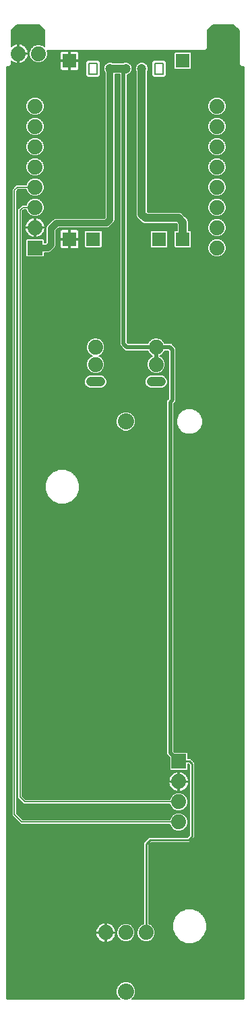
<source format=gtl>
G75*
%MOIN*%
%OFA0B0*%
%FSLAX25Y25*%
%IPPOS*%
%LPD*%
%AMOC8*
5,1,8,0,0,1.08239X$1,22.5*
%
%ADD10C,0.07400*%
%ADD11C,0.08000*%
%ADD12C,0.00787*%
%ADD13C,0.04724*%
%ADD14R,0.07400X0.07400*%
%ADD15C,0.04800*%
%ADD16R,0.07087X0.07087*%
%ADD17C,0.04000*%
%ADD18C,0.01000*%
%ADD19C,0.02000*%
%ADD20C,0.03200*%
%ADD21C,0.00500*%
%ADD22C,0.00600*%
D10*
X0074124Y0083140D03*
X0084124Y0083140D03*
X0094124Y0083140D03*
X0110241Y0137793D03*
X0110241Y0147793D03*
X0110241Y0157793D03*
X0099124Y0364085D03*
X0099124Y0372589D03*
X0129163Y0421722D03*
X0129163Y0431722D03*
X0129163Y0441722D03*
X0129163Y0451722D03*
X0129163Y0461722D03*
X0129163Y0471722D03*
X0129163Y0481722D03*
X0129163Y0491722D03*
X0069124Y0372589D03*
X0069124Y0364085D03*
X0039163Y0431722D03*
X0039163Y0441722D03*
X0039163Y0451722D03*
X0039163Y0461722D03*
X0039163Y0471722D03*
X0039163Y0481722D03*
X0039163Y0491722D03*
X0040860Y0517728D03*
X0030860Y0517728D03*
D11*
X0084124Y0335896D03*
X0084124Y0054006D03*
D12*
X0110241Y0137793D02*
X0032651Y0137793D01*
X0028938Y0141506D01*
X0028938Y0141998D02*
X0028938Y0450169D01*
X0030491Y0451722D01*
X0039163Y0451722D01*
X0031755Y0440288D02*
X0031755Y0150112D01*
X0034073Y0147793D01*
X0110241Y0147793D01*
X0102431Y0507707D02*
X0098494Y0507707D01*
X0098494Y0512904D01*
X0102431Y0512904D01*
X0102431Y0507707D01*
X0102432Y0507710D02*
X0102432Y0512906D01*
X0098495Y0512906D01*
X0098496Y0512907D02*
X0098496Y0507711D01*
X0102433Y0507711D01*
X0102433Y0512907D01*
X0098496Y0512907D01*
X0069754Y0512904D02*
X0069754Y0507707D01*
X0065817Y0507707D01*
X0065817Y0512904D01*
X0069754Y0512904D01*
D13*
X0076250Y0510305D03*
X0084124Y0510305D03*
X0091998Y0510305D03*
D14*
X0039163Y0421722D03*
X0110241Y0167793D03*
D15*
X0101524Y0355581D02*
X0096724Y0355581D01*
X0071524Y0355581D02*
X0066724Y0355581D01*
D16*
X0067993Y0426016D03*
X0056182Y0426016D03*
X0056182Y0514205D03*
X0100473Y0426016D03*
X0112284Y0426016D03*
X0112284Y0514205D03*
D17*
X0091998Y0510305D02*
X0091998Y0438353D01*
X0093884Y0436467D01*
X0110202Y0436467D01*
X0112284Y0434385D01*
X0112284Y0426016D01*
X0091801Y0510108D02*
X0091998Y0510305D01*
X0084124Y0510305D02*
X0076250Y0510305D01*
D18*
X0110241Y0167793D02*
X0115545Y0167793D01*
X0116734Y0166604D01*
X0116734Y0130754D01*
X0115026Y0129046D01*
X0096107Y0129046D01*
X0094124Y0127064D01*
X0094124Y0083140D01*
D19*
X0110241Y0167793D02*
X0106034Y0172000D01*
X0106034Y0345422D01*
X0107123Y0346511D01*
X0107123Y0371426D01*
X0105960Y0372589D01*
X0099124Y0372589D01*
X0099124Y0364085D01*
X0099124Y0372589D02*
X0084636Y0372589D01*
X0082943Y0374281D01*
X0082943Y0509124D01*
X0084124Y0510305D01*
D20*
X0076250Y0510305D02*
X0076250Y0435631D01*
X0074578Y0433958D01*
X0049743Y0433958D01*
X0047023Y0431239D01*
X0047023Y0423297D01*
X0045448Y0421722D01*
X0039163Y0421722D01*
D21*
X0025047Y0050597D02*
X0025400Y0050244D01*
X0081027Y0050244D01*
X0080012Y0051259D01*
X0079274Y0053041D01*
X0079274Y0054971D01*
X0080012Y0056753D01*
X0081377Y0058118D01*
X0083159Y0058856D01*
X0085089Y0058856D01*
X0086871Y0058118D01*
X0088236Y0056753D01*
X0088974Y0054971D01*
X0088974Y0053041D01*
X0088236Y0051259D01*
X0087221Y0050244D01*
X0142061Y0050244D01*
X0142413Y0050597D01*
X0142413Y0511311D01*
X0141076Y0511311D01*
X0140051Y0512336D01*
X0140051Y0529226D01*
X0137336Y0531941D01*
X0127172Y0531941D01*
X0124457Y0529226D01*
X0124457Y0521663D01*
X0124459Y0521661D01*
X0124459Y0520209D01*
X0123432Y0519183D01*
X0045182Y0519183D01*
X0045410Y0518633D01*
X0045410Y0516823D01*
X0044717Y0515150D01*
X0043437Y0513871D01*
X0041765Y0513178D01*
X0039955Y0513178D01*
X0038282Y0513871D01*
X0037002Y0515150D01*
X0036310Y0516823D01*
X0036310Y0518633D01*
X0037002Y0520305D01*
X0038282Y0521585D01*
X0039955Y0522278D01*
X0041765Y0522278D01*
X0043437Y0521585D01*
X0043789Y0521233D01*
X0043789Y0521661D01*
X0043791Y0521663D01*
X0043791Y0529226D01*
X0041076Y0531941D01*
X0030124Y0531941D01*
X0027409Y0529226D01*
X0027409Y0521278D01*
X0027635Y0521504D01*
X0028265Y0521961D01*
X0028960Y0522315D01*
X0029701Y0522556D01*
X0030470Y0522678D01*
X0030610Y0522678D01*
X0030610Y0517978D01*
X0031110Y0517978D01*
X0035810Y0517978D01*
X0035810Y0518117D01*
X0035688Y0518887D01*
X0035447Y0519628D01*
X0035093Y0520322D01*
X0034635Y0520953D01*
X0034084Y0521504D01*
X0033454Y0521961D01*
X0032760Y0522315D01*
X0032019Y0522556D01*
X0031249Y0522678D01*
X0031110Y0522678D01*
X0031110Y0517978D01*
X0031110Y0517478D01*
X0035810Y0517478D01*
X0035810Y0517338D01*
X0035688Y0516569D01*
X0035447Y0515828D01*
X0035093Y0515133D01*
X0034635Y0514503D01*
X0034084Y0513952D01*
X0033454Y0513494D01*
X0032760Y0513141D01*
X0032019Y0512900D01*
X0031249Y0512778D01*
X0031110Y0512778D01*
X0031110Y0517478D01*
X0030610Y0517478D01*
X0030610Y0512778D01*
X0030470Y0512778D01*
X0029701Y0512900D01*
X0028960Y0513141D01*
X0028265Y0513494D01*
X0027635Y0513952D01*
X0027409Y0514178D01*
X0027409Y0512336D01*
X0026384Y0511311D01*
X0025047Y0511311D01*
X0025047Y0050597D01*
X0025156Y0050488D02*
X0080783Y0050488D01*
X0080284Y0050987D02*
X0025047Y0050987D01*
X0025047Y0051485D02*
X0079919Y0051485D01*
X0079712Y0051984D02*
X0025047Y0051984D01*
X0025047Y0052482D02*
X0079506Y0052482D01*
X0079299Y0052981D02*
X0025047Y0052981D01*
X0025047Y0053479D02*
X0079274Y0053479D01*
X0079274Y0053978D02*
X0025047Y0053978D01*
X0025047Y0054476D02*
X0079274Y0054476D01*
X0079276Y0054975D02*
X0025047Y0054975D01*
X0025047Y0055473D02*
X0079482Y0055473D01*
X0079689Y0055972D02*
X0025047Y0055972D01*
X0025047Y0056470D02*
X0079895Y0056470D01*
X0080228Y0056969D02*
X0025047Y0056969D01*
X0025047Y0057467D02*
X0080726Y0057467D01*
X0081225Y0057966D02*
X0025047Y0057966D01*
X0025047Y0058464D02*
X0082214Y0058464D01*
X0086034Y0058464D02*
X0142413Y0058464D01*
X0142413Y0057966D02*
X0087023Y0057966D01*
X0087522Y0057467D02*
X0142413Y0057467D01*
X0142413Y0056969D02*
X0088020Y0056969D01*
X0088353Y0056470D02*
X0142413Y0056470D01*
X0142413Y0055972D02*
X0088559Y0055972D01*
X0088766Y0055473D02*
X0142413Y0055473D01*
X0142413Y0054975D02*
X0088972Y0054975D01*
X0088974Y0054476D02*
X0142413Y0054476D01*
X0142413Y0053978D02*
X0088974Y0053978D01*
X0088974Y0053479D02*
X0142413Y0053479D01*
X0142413Y0052981D02*
X0088949Y0052981D01*
X0088742Y0052482D02*
X0142413Y0052482D01*
X0142413Y0051984D02*
X0088536Y0051984D01*
X0088329Y0051485D02*
X0142413Y0051485D01*
X0142413Y0050987D02*
X0087964Y0050987D01*
X0087465Y0050488D02*
X0142305Y0050488D01*
X0142413Y0058963D02*
X0025047Y0058963D01*
X0025047Y0059461D02*
X0142413Y0059461D01*
X0142413Y0059960D02*
X0025047Y0059960D01*
X0025047Y0060458D02*
X0142413Y0060458D01*
X0142413Y0060957D02*
X0025047Y0060957D01*
X0025047Y0061455D02*
X0142413Y0061455D01*
X0142413Y0061954D02*
X0025047Y0061954D01*
X0025047Y0062452D02*
X0142413Y0062452D01*
X0142413Y0062951D02*
X0025047Y0062951D01*
X0025047Y0063449D02*
X0142413Y0063449D01*
X0142413Y0063948D02*
X0025047Y0063948D01*
X0025047Y0064446D02*
X0142413Y0064446D01*
X0142413Y0064945D02*
X0025047Y0064945D01*
X0025047Y0065443D02*
X0142413Y0065443D01*
X0142413Y0065942D02*
X0025047Y0065942D01*
X0025047Y0066441D02*
X0142413Y0066441D01*
X0142413Y0066939D02*
X0025047Y0066939D01*
X0025047Y0067438D02*
X0142413Y0067438D01*
X0142413Y0067936D02*
X0025047Y0067936D01*
X0025047Y0068435D02*
X0142413Y0068435D01*
X0142413Y0068933D02*
X0025047Y0068933D01*
X0025047Y0069432D02*
X0142413Y0069432D01*
X0142413Y0069930D02*
X0025047Y0069930D01*
X0025047Y0070429D02*
X0142413Y0070429D01*
X0142413Y0070927D02*
X0025047Y0070927D01*
X0025047Y0071426D02*
X0142413Y0071426D01*
X0142413Y0071924D02*
X0025047Y0071924D01*
X0025047Y0072423D02*
X0142413Y0072423D01*
X0142413Y0072921D02*
X0025047Y0072921D01*
X0025047Y0073420D02*
X0142413Y0073420D01*
X0142413Y0073918D02*
X0025047Y0073918D01*
X0025047Y0074417D02*
X0142413Y0074417D01*
X0142413Y0074915D02*
X0025047Y0074915D01*
X0025047Y0075414D02*
X0142413Y0075414D01*
X0142413Y0075912D02*
X0025047Y0075912D01*
X0025047Y0076411D02*
X0142413Y0076411D01*
X0142413Y0076909D02*
X0025047Y0076909D01*
X0025047Y0077408D02*
X0142413Y0077408D01*
X0142413Y0077906D02*
X0117724Y0077906D01*
X0117321Y0077739D02*
X0120463Y0079041D01*
X0122868Y0081446D01*
X0124170Y0084589D01*
X0124170Y0087990D01*
X0122868Y0091133D01*
X0120463Y0093538D01*
X0117321Y0094839D01*
X0113919Y0094839D01*
X0110777Y0093538D01*
X0108372Y0091133D01*
X0107070Y0087990D01*
X0107070Y0084589D01*
X0108372Y0081446D01*
X0110777Y0079041D01*
X0113919Y0077739D01*
X0117321Y0077739D01*
X0118927Y0078405D02*
X0142413Y0078405D01*
X0142413Y0078903D02*
X0120131Y0078903D01*
X0120824Y0079402D02*
X0142413Y0079402D01*
X0142413Y0079900D02*
X0121323Y0079900D01*
X0121821Y0080399D02*
X0142413Y0080399D01*
X0142413Y0080897D02*
X0122320Y0080897D01*
X0122818Y0081396D02*
X0142413Y0081396D01*
X0142413Y0081894D02*
X0123054Y0081894D01*
X0123261Y0082393D02*
X0142413Y0082393D01*
X0142413Y0082891D02*
X0123467Y0082891D01*
X0123674Y0083390D02*
X0142413Y0083390D01*
X0142413Y0083888D02*
X0123880Y0083888D01*
X0124086Y0084387D02*
X0142413Y0084387D01*
X0142413Y0084885D02*
X0124170Y0084885D01*
X0124170Y0085384D02*
X0142413Y0085384D01*
X0142413Y0085882D02*
X0124170Y0085882D01*
X0124170Y0086381D02*
X0142413Y0086381D01*
X0142413Y0086879D02*
X0124170Y0086879D01*
X0124170Y0087378D02*
X0142413Y0087378D01*
X0142413Y0087876D02*
X0124170Y0087876D01*
X0124011Y0088375D02*
X0142413Y0088375D01*
X0142413Y0088874D02*
X0123804Y0088874D01*
X0123598Y0089372D02*
X0142413Y0089372D01*
X0142413Y0089871D02*
X0123391Y0089871D01*
X0123185Y0090369D02*
X0142413Y0090369D01*
X0142413Y0090868D02*
X0122978Y0090868D01*
X0122635Y0091366D02*
X0142413Y0091366D01*
X0142413Y0091865D02*
X0122136Y0091865D01*
X0121638Y0092363D02*
X0142413Y0092363D01*
X0142413Y0092862D02*
X0121139Y0092862D01*
X0120641Y0093360D02*
X0142413Y0093360D01*
X0142413Y0093859D02*
X0119688Y0093859D01*
X0118485Y0094357D02*
X0142413Y0094357D01*
X0142413Y0094856D02*
X0095474Y0094856D01*
X0095474Y0095354D02*
X0142413Y0095354D01*
X0142413Y0095853D02*
X0095474Y0095853D01*
X0095474Y0096351D02*
X0142413Y0096351D01*
X0142413Y0096850D02*
X0095474Y0096850D01*
X0095474Y0097348D02*
X0142413Y0097348D01*
X0142413Y0097847D02*
X0095474Y0097847D01*
X0095474Y0098345D02*
X0142413Y0098345D01*
X0142413Y0098844D02*
X0095474Y0098844D01*
X0095474Y0099342D02*
X0142413Y0099342D01*
X0142413Y0099841D02*
X0095474Y0099841D01*
X0095474Y0100339D02*
X0142413Y0100339D01*
X0142413Y0100838D02*
X0095474Y0100838D01*
X0095474Y0101336D02*
X0142413Y0101336D01*
X0142413Y0101835D02*
X0095474Y0101835D01*
X0095474Y0102333D02*
X0142413Y0102333D01*
X0142413Y0102832D02*
X0095474Y0102832D01*
X0095474Y0103330D02*
X0142413Y0103330D01*
X0142413Y0103829D02*
X0095474Y0103829D01*
X0095474Y0104327D02*
X0142413Y0104327D01*
X0142413Y0104826D02*
X0095474Y0104826D01*
X0095474Y0105324D02*
X0142413Y0105324D01*
X0142413Y0105823D02*
X0095474Y0105823D01*
X0095474Y0106321D02*
X0142413Y0106321D01*
X0142413Y0106820D02*
X0095474Y0106820D01*
X0095474Y0107318D02*
X0142413Y0107318D01*
X0142413Y0107817D02*
X0095474Y0107817D01*
X0095474Y0108315D02*
X0142413Y0108315D01*
X0142413Y0108814D02*
X0095474Y0108814D01*
X0095474Y0109312D02*
X0142413Y0109312D01*
X0142413Y0109811D02*
X0095474Y0109811D01*
X0095474Y0110309D02*
X0142413Y0110309D01*
X0142413Y0110808D02*
X0095474Y0110808D01*
X0095474Y0111307D02*
X0142413Y0111307D01*
X0142413Y0111805D02*
X0095474Y0111805D01*
X0095474Y0112304D02*
X0142413Y0112304D01*
X0142413Y0112802D02*
X0095474Y0112802D01*
X0095474Y0113301D02*
X0142413Y0113301D01*
X0142413Y0113799D02*
X0095474Y0113799D01*
X0095474Y0114298D02*
X0142413Y0114298D01*
X0142413Y0114796D02*
X0095474Y0114796D01*
X0095474Y0115295D02*
X0142413Y0115295D01*
X0142413Y0115793D02*
X0095474Y0115793D01*
X0095474Y0116292D02*
X0142413Y0116292D01*
X0142413Y0116790D02*
X0095474Y0116790D01*
X0095474Y0117289D02*
X0142413Y0117289D01*
X0142413Y0117787D02*
X0095474Y0117787D01*
X0095474Y0118286D02*
X0142413Y0118286D01*
X0142413Y0118784D02*
X0095474Y0118784D01*
X0095474Y0119283D02*
X0142413Y0119283D01*
X0142413Y0119781D02*
X0095474Y0119781D01*
X0095474Y0120280D02*
X0142413Y0120280D01*
X0142413Y0120778D02*
X0095474Y0120778D01*
X0095474Y0121277D02*
X0142413Y0121277D01*
X0142413Y0121775D02*
X0095474Y0121775D01*
X0095474Y0122274D02*
X0142413Y0122274D01*
X0142413Y0122772D02*
X0095474Y0122772D01*
X0095474Y0123271D02*
X0142413Y0123271D01*
X0142413Y0123769D02*
X0095474Y0123769D01*
X0095474Y0124268D02*
X0142413Y0124268D01*
X0142413Y0124766D02*
X0095474Y0124766D01*
X0095474Y0125265D02*
X0142413Y0125265D01*
X0142413Y0125763D02*
X0095474Y0125763D01*
X0095474Y0126262D02*
X0142413Y0126262D01*
X0142413Y0126760D02*
X0095730Y0126760D01*
X0095474Y0126504D02*
X0096666Y0127696D01*
X0115585Y0127696D01*
X0116376Y0128487D01*
X0118084Y0130195D01*
X0118084Y0167163D01*
X0116104Y0169143D01*
X0114791Y0169143D01*
X0114791Y0171845D01*
X0114293Y0172343D01*
X0108308Y0172343D01*
X0107884Y0172767D01*
X0107884Y0344655D01*
X0108973Y0345745D01*
X0108973Y0372192D01*
X0107890Y0373275D01*
X0106727Y0374439D01*
X0103283Y0374439D01*
X0102981Y0375166D01*
X0101701Y0376446D01*
X0100029Y0377139D01*
X0098219Y0377139D01*
X0096547Y0376446D01*
X0095267Y0375166D01*
X0094965Y0374439D01*
X0085402Y0374439D01*
X0084793Y0375048D01*
X0084793Y0507105D01*
X0085944Y0507582D01*
X0086847Y0508486D01*
X0087336Y0509666D01*
X0087336Y0510944D01*
X0086847Y0512125D01*
X0085944Y0513028D01*
X0084763Y0513517D01*
X0083485Y0513517D01*
X0082611Y0513155D01*
X0077763Y0513155D01*
X0076889Y0513517D01*
X0075611Y0513517D01*
X0074430Y0513028D01*
X0073527Y0512125D01*
X0073038Y0510944D01*
X0073038Y0509666D01*
X0073527Y0508486D01*
X0073800Y0508212D01*
X0073800Y0436645D01*
X0073563Y0436408D01*
X0049255Y0436408D01*
X0048355Y0436035D01*
X0047666Y0435346D01*
X0044946Y0432627D01*
X0044573Y0431726D01*
X0044573Y0424312D01*
X0044434Y0424172D01*
X0043713Y0424172D01*
X0043713Y0425775D01*
X0043215Y0426272D01*
X0035111Y0426272D01*
X0034613Y0425775D01*
X0034613Y0417670D01*
X0035111Y0417172D01*
X0043215Y0417172D01*
X0043713Y0417670D01*
X0043713Y0419272D01*
X0045936Y0419272D01*
X0046836Y0419645D01*
X0049100Y0421910D01*
X0049473Y0422810D01*
X0049473Y0430224D01*
X0050758Y0431508D01*
X0075065Y0431508D01*
X0075966Y0431881D01*
X0076655Y0432570D01*
X0077638Y0433554D01*
X0078327Y0434243D01*
X0078700Y0435143D01*
X0078700Y0507455D01*
X0081093Y0507455D01*
X0081093Y0373515D01*
X0083870Y0370739D01*
X0094965Y0370739D01*
X0095267Y0370011D01*
X0096547Y0368731D01*
X0097274Y0368430D01*
X0097274Y0368243D01*
X0096547Y0367942D01*
X0095267Y0366662D01*
X0094574Y0364990D01*
X0094574Y0363180D01*
X0095267Y0361507D01*
X0096547Y0360227D01*
X0098219Y0359535D01*
X0100029Y0359535D01*
X0101701Y0360227D01*
X0102981Y0361507D01*
X0103674Y0363180D01*
X0103674Y0364990D01*
X0102981Y0366662D01*
X0101701Y0367942D01*
X0100974Y0368243D01*
X0100974Y0368430D01*
X0101701Y0368731D01*
X0102981Y0370011D01*
X0103283Y0370739D01*
X0105194Y0370739D01*
X0105273Y0370659D01*
X0105273Y0347277D01*
X0105268Y0347272D01*
X0104184Y0346188D01*
X0104184Y0171234D01*
X0105691Y0169727D01*
X0105691Y0163741D01*
X0106189Y0163243D01*
X0114293Y0163243D01*
X0114791Y0163741D01*
X0114791Y0166443D01*
X0114986Y0166443D01*
X0115384Y0166045D01*
X0115384Y0131313D01*
X0114467Y0130396D01*
X0095548Y0130396D01*
X0092774Y0127623D01*
X0092774Y0087505D01*
X0091547Y0086997D01*
X0090267Y0085717D01*
X0089574Y0084045D01*
X0089574Y0082235D01*
X0090267Y0080562D01*
X0091547Y0079282D01*
X0093219Y0078590D01*
X0095029Y0078590D01*
X0096701Y0079282D01*
X0097981Y0080562D01*
X0098674Y0082235D01*
X0098674Y0084045D01*
X0097981Y0085717D01*
X0096701Y0086997D01*
X0095474Y0087505D01*
X0095474Y0126504D01*
X0096229Y0127259D02*
X0142413Y0127259D01*
X0142413Y0127757D02*
X0115647Y0127757D01*
X0116145Y0128256D02*
X0142413Y0128256D01*
X0142413Y0128754D02*
X0116644Y0128754D01*
X0117142Y0129253D02*
X0142413Y0129253D01*
X0142413Y0129751D02*
X0117641Y0129751D01*
X0118084Y0130250D02*
X0142413Y0130250D01*
X0142413Y0130748D02*
X0118084Y0130748D01*
X0118084Y0131247D02*
X0142413Y0131247D01*
X0142413Y0131745D02*
X0118084Y0131745D01*
X0118084Y0132244D02*
X0142413Y0132244D01*
X0142413Y0132743D02*
X0118084Y0132743D01*
X0118084Y0133241D02*
X0142413Y0133241D01*
X0142413Y0133740D02*
X0118084Y0133740D01*
X0118084Y0134238D02*
X0142413Y0134238D01*
X0142413Y0134737D02*
X0118084Y0134737D01*
X0118084Y0135235D02*
X0142413Y0135235D01*
X0142413Y0135734D02*
X0118084Y0135734D01*
X0118084Y0136232D02*
X0142413Y0136232D01*
X0142413Y0136731D02*
X0118084Y0136731D01*
X0118084Y0137229D02*
X0142413Y0137229D01*
X0142413Y0137728D02*
X0118084Y0137728D01*
X0118084Y0138226D02*
X0142413Y0138226D01*
X0142413Y0138725D02*
X0118084Y0138725D01*
X0118084Y0139223D02*
X0142413Y0139223D01*
X0142413Y0139722D02*
X0118084Y0139722D01*
X0118084Y0140220D02*
X0142413Y0140220D01*
X0142413Y0140719D02*
X0118084Y0140719D01*
X0118084Y0141217D02*
X0142413Y0141217D01*
X0142413Y0141716D02*
X0118084Y0141716D01*
X0118084Y0142214D02*
X0142413Y0142214D01*
X0142413Y0142713D02*
X0118084Y0142713D01*
X0118084Y0143211D02*
X0142413Y0143211D01*
X0142413Y0143710D02*
X0118084Y0143710D01*
X0118084Y0144208D02*
X0142413Y0144208D01*
X0142413Y0144707D02*
X0118084Y0144707D01*
X0118084Y0145205D02*
X0142413Y0145205D01*
X0142413Y0145704D02*
X0118084Y0145704D01*
X0118084Y0146202D02*
X0142413Y0146202D01*
X0142413Y0146701D02*
X0118084Y0146701D01*
X0118084Y0147199D02*
X0142413Y0147199D01*
X0142413Y0147698D02*
X0118084Y0147698D01*
X0118084Y0148196D02*
X0142413Y0148196D01*
X0142413Y0148695D02*
X0118084Y0148695D01*
X0118084Y0149193D02*
X0142413Y0149193D01*
X0142413Y0149692D02*
X0118084Y0149692D01*
X0118084Y0150190D02*
X0142413Y0150190D01*
X0142413Y0150689D02*
X0118084Y0150689D01*
X0118084Y0151187D02*
X0142413Y0151187D01*
X0142413Y0151686D02*
X0118084Y0151686D01*
X0118084Y0152184D02*
X0142413Y0152184D01*
X0142413Y0152683D02*
X0118084Y0152683D01*
X0118084Y0153181D02*
X0142413Y0153181D01*
X0142413Y0153680D02*
X0118084Y0153680D01*
X0118084Y0154178D02*
X0142413Y0154178D01*
X0142413Y0154677D02*
X0118084Y0154677D01*
X0118084Y0155176D02*
X0142413Y0155176D01*
X0142413Y0155674D02*
X0118084Y0155674D01*
X0118084Y0156173D02*
X0142413Y0156173D01*
X0142413Y0156671D02*
X0118084Y0156671D01*
X0118084Y0157170D02*
X0142413Y0157170D01*
X0142413Y0157668D02*
X0118084Y0157668D01*
X0118084Y0158167D02*
X0142413Y0158167D01*
X0142413Y0158665D02*
X0118084Y0158665D01*
X0118084Y0159164D02*
X0142413Y0159164D01*
X0142413Y0159662D02*
X0118084Y0159662D01*
X0118084Y0160161D02*
X0142413Y0160161D01*
X0142413Y0160659D02*
X0118084Y0160659D01*
X0118084Y0161158D02*
X0142413Y0161158D01*
X0142413Y0161656D02*
X0118084Y0161656D01*
X0118084Y0162155D02*
X0142413Y0162155D01*
X0142413Y0162653D02*
X0118084Y0162653D01*
X0118084Y0163152D02*
X0142413Y0163152D01*
X0142413Y0163650D02*
X0118084Y0163650D01*
X0118084Y0164149D02*
X0142413Y0164149D01*
X0142413Y0164647D02*
X0118084Y0164647D01*
X0118084Y0165146D02*
X0142413Y0165146D01*
X0142413Y0165644D02*
X0118084Y0165644D01*
X0118084Y0166143D02*
X0142413Y0166143D01*
X0142413Y0166641D02*
X0118084Y0166641D01*
X0118084Y0167140D02*
X0142413Y0167140D01*
X0142413Y0167638D02*
X0117609Y0167638D01*
X0117110Y0168137D02*
X0142413Y0168137D01*
X0142413Y0168635D02*
X0116612Y0168635D01*
X0116113Y0169134D02*
X0142413Y0169134D01*
X0142413Y0169632D02*
X0114791Y0169632D01*
X0114791Y0170131D02*
X0142413Y0170131D01*
X0142413Y0170629D02*
X0114791Y0170629D01*
X0114791Y0171128D02*
X0142413Y0171128D01*
X0142413Y0171626D02*
X0114791Y0171626D01*
X0114512Y0172125D02*
X0142413Y0172125D01*
X0142413Y0172623D02*
X0108027Y0172623D01*
X0107884Y0173122D02*
X0142413Y0173122D01*
X0142413Y0173620D02*
X0107884Y0173620D01*
X0107884Y0174119D02*
X0142413Y0174119D01*
X0142413Y0174617D02*
X0107884Y0174617D01*
X0107884Y0175116D02*
X0142413Y0175116D01*
X0142413Y0175614D02*
X0107884Y0175614D01*
X0107884Y0176113D02*
X0142413Y0176113D01*
X0142413Y0176612D02*
X0107884Y0176612D01*
X0107884Y0177110D02*
X0142413Y0177110D01*
X0142413Y0177609D02*
X0107884Y0177609D01*
X0107884Y0178107D02*
X0142413Y0178107D01*
X0142413Y0178606D02*
X0107884Y0178606D01*
X0107884Y0179104D02*
X0142413Y0179104D01*
X0142413Y0179603D02*
X0107884Y0179603D01*
X0107884Y0180101D02*
X0142413Y0180101D01*
X0142413Y0180600D02*
X0107884Y0180600D01*
X0107884Y0181098D02*
X0142413Y0181098D01*
X0142413Y0181597D02*
X0107884Y0181597D01*
X0107884Y0182095D02*
X0142413Y0182095D01*
X0142413Y0182594D02*
X0107884Y0182594D01*
X0107884Y0183092D02*
X0142413Y0183092D01*
X0142413Y0183591D02*
X0107884Y0183591D01*
X0107884Y0184089D02*
X0142413Y0184089D01*
X0142413Y0184588D02*
X0107884Y0184588D01*
X0107884Y0185086D02*
X0142413Y0185086D01*
X0142413Y0185585D02*
X0107884Y0185585D01*
X0107884Y0186083D02*
X0142413Y0186083D01*
X0142413Y0186582D02*
X0107884Y0186582D01*
X0107884Y0187080D02*
X0142413Y0187080D01*
X0142413Y0187579D02*
X0107884Y0187579D01*
X0107884Y0188077D02*
X0142413Y0188077D01*
X0142413Y0188576D02*
X0107884Y0188576D01*
X0107884Y0189074D02*
X0142413Y0189074D01*
X0142413Y0189573D02*
X0107884Y0189573D01*
X0107884Y0190071D02*
X0142413Y0190071D01*
X0142413Y0190570D02*
X0107884Y0190570D01*
X0107884Y0191068D02*
X0142413Y0191068D01*
X0142413Y0191567D02*
X0107884Y0191567D01*
X0107884Y0192065D02*
X0142413Y0192065D01*
X0142413Y0192564D02*
X0107884Y0192564D01*
X0107884Y0193062D02*
X0142413Y0193062D01*
X0142413Y0193561D02*
X0107884Y0193561D01*
X0107884Y0194059D02*
X0142413Y0194059D01*
X0142413Y0194558D02*
X0107884Y0194558D01*
X0107884Y0195056D02*
X0142413Y0195056D01*
X0142413Y0195555D02*
X0107884Y0195555D01*
X0107884Y0196053D02*
X0142413Y0196053D01*
X0142413Y0196552D02*
X0107884Y0196552D01*
X0107884Y0197050D02*
X0142413Y0197050D01*
X0142413Y0197549D02*
X0107884Y0197549D01*
X0107884Y0198047D02*
X0142413Y0198047D01*
X0142413Y0198546D02*
X0107884Y0198546D01*
X0107884Y0199045D02*
X0142413Y0199045D01*
X0142413Y0199543D02*
X0107884Y0199543D01*
X0107884Y0200042D02*
X0142413Y0200042D01*
X0142413Y0200540D02*
X0107884Y0200540D01*
X0107884Y0201039D02*
X0142413Y0201039D01*
X0142413Y0201537D02*
X0107884Y0201537D01*
X0107884Y0202036D02*
X0142413Y0202036D01*
X0142413Y0202534D02*
X0107884Y0202534D01*
X0107884Y0203033D02*
X0142413Y0203033D01*
X0142413Y0203531D02*
X0107884Y0203531D01*
X0107884Y0204030D02*
X0142413Y0204030D01*
X0142413Y0204528D02*
X0107884Y0204528D01*
X0107884Y0205027D02*
X0142413Y0205027D01*
X0142413Y0205525D02*
X0107884Y0205525D01*
X0107884Y0206024D02*
X0142413Y0206024D01*
X0142413Y0206522D02*
X0107884Y0206522D01*
X0107884Y0207021D02*
X0142413Y0207021D01*
X0142413Y0207519D02*
X0107884Y0207519D01*
X0107884Y0208018D02*
X0142413Y0208018D01*
X0142413Y0208516D02*
X0107884Y0208516D01*
X0107884Y0209015D02*
X0142413Y0209015D01*
X0142413Y0209513D02*
X0107884Y0209513D01*
X0107884Y0210012D02*
X0142413Y0210012D01*
X0142413Y0210510D02*
X0107884Y0210510D01*
X0107884Y0211009D02*
X0142413Y0211009D01*
X0142413Y0211507D02*
X0107884Y0211507D01*
X0107884Y0212006D02*
X0142413Y0212006D01*
X0142413Y0212504D02*
X0107884Y0212504D01*
X0107884Y0213003D02*
X0142413Y0213003D01*
X0142413Y0213501D02*
X0107884Y0213501D01*
X0107884Y0214000D02*
X0142413Y0214000D01*
X0142413Y0214498D02*
X0107884Y0214498D01*
X0107884Y0214997D02*
X0142413Y0214997D01*
X0142413Y0215495D02*
X0107884Y0215495D01*
X0107884Y0215994D02*
X0142413Y0215994D01*
X0142413Y0216492D02*
X0107884Y0216492D01*
X0107884Y0216991D02*
X0142413Y0216991D01*
X0142413Y0217489D02*
X0107884Y0217489D01*
X0107884Y0217988D02*
X0142413Y0217988D01*
X0142413Y0218486D02*
X0107884Y0218486D01*
X0107884Y0218985D02*
X0142413Y0218985D01*
X0142413Y0219483D02*
X0107884Y0219483D01*
X0107884Y0219982D02*
X0142413Y0219982D01*
X0142413Y0220480D02*
X0107884Y0220480D01*
X0107884Y0220979D02*
X0142413Y0220979D01*
X0142413Y0221478D02*
X0107884Y0221478D01*
X0107884Y0221976D02*
X0142413Y0221976D01*
X0142413Y0222475D02*
X0107884Y0222475D01*
X0107884Y0222973D02*
X0142413Y0222973D01*
X0142413Y0223472D02*
X0107884Y0223472D01*
X0107884Y0223970D02*
X0142413Y0223970D01*
X0142413Y0224469D02*
X0107884Y0224469D01*
X0107884Y0224967D02*
X0142413Y0224967D01*
X0142413Y0225466D02*
X0107884Y0225466D01*
X0107884Y0225964D02*
X0142413Y0225964D01*
X0142413Y0226463D02*
X0107884Y0226463D01*
X0107884Y0226961D02*
X0142413Y0226961D01*
X0142413Y0227460D02*
X0107884Y0227460D01*
X0107884Y0227958D02*
X0142413Y0227958D01*
X0142413Y0228457D02*
X0107884Y0228457D01*
X0107884Y0228955D02*
X0142413Y0228955D01*
X0142413Y0229454D02*
X0107884Y0229454D01*
X0107884Y0229952D02*
X0142413Y0229952D01*
X0142413Y0230451D02*
X0107884Y0230451D01*
X0107884Y0230949D02*
X0142413Y0230949D01*
X0142413Y0231448D02*
X0107884Y0231448D01*
X0107884Y0231946D02*
X0142413Y0231946D01*
X0142413Y0232445D02*
X0107884Y0232445D01*
X0107884Y0232943D02*
X0142413Y0232943D01*
X0142413Y0233442D02*
X0107884Y0233442D01*
X0107884Y0233940D02*
X0142413Y0233940D01*
X0142413Y0234439D02*
X0107884Y0234439D01*
X0107884Y0234937D02*
X0142413Y0234937D01*
X0142413Y0235436D02*
X0107884Y0235436D01*
X0107884Y0235934D02*
X0142413Y0235934D01*
X0142413Y0236433D02*
X0107884Y0236433D01*
X0107884Y0236931D02*
X0142413Y0236931D01*
X0142413Y0237430D02*
X0107884Y0237430D01*
X0107884Y0237928D02*
X0142413Y0237928D01*
X0142413Y0238427D02*
X0107884Y0238427D01*
X0107884Y0238925D02*
X0142413Y0238925D01*
X0142413Y0239424D02*
X0107884Y0239424D01*
X0107884Y0239922D02*
X0142413Y0239922D01*
X0142413Y0240421D02*
X0107884Y0240421D01*
X0107884Y0240919D02*
X0142413Y0240919D01*
X0142413Y0241418D02*
X0107884Y0241418D01*
X0107884Y0241916D02*
X0142413Y0241916D01*
X0142413Y0242415D02*
X0107884Y0242415D01*
X0107884Y0242914D02*
X0142413Y0242914D01*
X0142413Y0243412D02*
X0107884Y0243412D01*
X0107884Y0243911D02*
X0142413Y0243911D01*
X0142413Y0244409D02*
X0107884Y0244409D01*
X0107884Y0244908D02*
X0142413Y0244908D01*
X0142413Y0245406D02*
X0107884Y0245406D01*
X0107884Y0245905D02*
X0142413Y0245905D01*
X0142413Y0246403D02*
X0107884Y0246403D01*
X0107884Y0246902D02*
X0142413Y0246902D01*
X0142413Y0247400D02*
X0107884Y0247400D01*
X0107884Y0247899D02*
X0142413Y0247899D01*
X0142413Y0248397D02*
X0107884Y0248397D01*
X0107884Y0248896D02*
X0142413Y0248896D01*
X0142413Y0249394D02*
X0107884Y0249394D01*
X0107884Y0249893D02*
X0142413Y0249893D01*
X0142413Y0250391D02*
X0107884Y0250391D01*
X0107884Y0250890D02*
X0142413Y0250890D01*
X0142413Y0251388D02*
X0107884Y0251388D01*
X0107884Y0251887D02*
X0142413Y0251887D01*
X0142413Y0252385D02*
X0107884Y0252385D01*
X0107884Y0252884D02*
X0142413Y0252884D01*
X0142413Y0253382D02*
X0107884Y0253382D01*
X0107884Y0253881D02*
X0142413Y0253881D01*
X0142413Y0254379D02*
X0107884Y0254379D01*
X0107884Y0254878D02*
X0142413Y0254878D01*
X0142413Y0255376D02*
X0107884Y0255376D01*
X0107884Y0255875D02*
X0142413Y0255875D01*
X0142413Y0256373D02*
X0107884Y0256373D01*
X0107884Y0256872D02*
X0142413Y0256872D01*
X0142413Y0257370D02*
X0107884Y0257370D01*
X0107884Y0257869D02*
X0142413Y0257869D01*
X0142413Y0258367D02*
X0107884Y0258367D01*
X0107884Y0258866D02*
X0142413Y0258866D01*
X0142413Y0259364D02*
X0107884Y0259364D01*
X0107884Y0259863D02*
X0142413Y0259863D01*
X0142413Y0260361D02*
X0107884Y0260361D01*
X0107884Y0260860D02*
X0142413Y0260860D01*
X0142413Y0261358D02*
X0107884Y0261358D01*
X0107884Y0261857D02*
X0142413Y0261857D01*
X0142413Y0262355D02*
X0107884Y0262355D01*
X0107884Y0262854D02*
X0142413Y0262854D01*
X0142413Y0263352D02*
X0107884Y0263352D01*
X0107884Y0263851D02*
X0142413Y0263851D01*
X0142413Y0264349D02*
X0107884Y0264349D01*
X0107884Y0264848D02*
X0142413Y0264848D01*
X0142413Y0265347D02*
X0107884Y0265347D01*
X0107884Y0265845D02*
X0142413Y0265845D01*
X0142413Y0266344D02*
X0107884Y0266344D01*
X0107884Y0266842D02*
X0142413Y0266842D01*
X0142413Y0267341D02*
X0107884Y0267341D01*
X0107884Y0267839D02*
X0142413Y0267839D01*
X0142413Y0268338D02*
X0107884Y0268338D01*
X0107884Y0268836D02*
X0142413Y0268836D01*
X0142413Y0269335D02*
X0107884Y0269335D01*
X0107884Y0269833D02*
X0142413Y0269833D01*
X0142413Y0270332D02*
X0107884Y0270332D01*
X0107884Y0270830D02*
X0142413Y0270830D01*
X0142413Y0271329D02*
X0107884Y0271329D01*
X0107884Y0271827D02*
X0142413Y0271827D01*
X0142413Y0272326D02*
X0107884Y0272326D01*
X0107884Y0272824D02*
X0142413Y0272824D01*
X0142413Y0273323D02*
X0107884Y0273323D01*
X0107884Y0273821D02*
X0142413Y0273821D01*
X0142413Y0274320D02*
X0107884Y0274320D01*
X0107884Y0274818D02*
X0142413Y0274818D01*
X0142413Y0275317D02*
X0107884Y0275317D01*
X0107884Y0275815D02*
X0142413Y0275815D01*
X0142413Y0276314D02*
X0107884Y0276314D01*
X0107884Y0276812D02*
X0142413Y0276812D01*
X0142413Y0277311D02*
X0107884Y0277311D01*
X0107884Y0277809D02*
X0142413Y0277809D01*
X0142413Y0278308D02*
X0107884Y0278308D01*
X0107884Y0278806D02*
X0142413Y0278806D01*
X0142413Y0279305D02*
X0107884Y0279305D01*
X0107884Y0279803D02*
X0142413Y0279803D01*
X0142413Y0280302D02*
X0107884Y0280302D01*
X0107884Y0280800D02*
X0142413Y0280800D01*
X0142413Y0281299D02*
X0107884Y0281299D01*
X0107884Y0281797D02*
X0142413Y0281797D01*
X0142413Y0282296D02*
X0107884Y0282296D01*
X0107884Y0282794D02*
X0142413Y0282794D01*
X0142413Y0283293D02*
X0107884Y0283293D01*
X0107884Y0283791D02*
X0142413Y0283791D01*
X0142413Y0284290D02*
X0107884Y0284290D01*
X0107884Y0284788D02*
X0142413Y0284788D01*
X0142413Y0285287D02*
X0107884Y0285287D01*
X0107884Y0285785D02*
X0142413Y0285785D01*
X0142413Y0286284D02*
X0107884Y0286284D01*
X0107884Y0286783D02*
X0142413Y0286783D01*
X0142413Y0287281D02*
X0107884Y0287281D01*
X0107884Y0287780D02*
X0142413Y0287780D01*
X0142413Y0288278D02*
X0107884Y0288278D01*
X0107884Y0288777D02*
X0142413Y0288777D01*
X0142413Y0289275D02*
X0107884Y0289275D01*
X0107884Y0289774D02*
X0142413Y0289774D01*
X0142413Y0290272D02*
X0107884Y0290272D01*
X0107884Y0290771D02*
X0142413Y0290771D01*
X0142413Y0291269D02*
X0107884Y0291269D01*
X0107884Y0291768D02*
X0142413Y0291768D01*
X0142413Y0292266D02*
X0107884Y0292266D01*
X0107884Y0292765D02*
X0142413Y0292765D01*
X0142413Y0293263D02*
X0107884Y0293263D01*
X0107884Y0293762D02*
X0142413Y0293762D01*
X0142413Y0294260D02*
X0107884Y0294260D01*
X0107884Y0294759D02*
X0142413Y0294759D01*
X0142413Y0295257D02*
X0107884Y0295257D01*
X0107884Y0295756D02*
X0142413Y0295756D01*
X0142413Y0296254D02*
X0107884Y0296254D01*
X0107884Y0296753D02*
X0142413Y0296753D01*
X0142413Y0297251D02*
X0107884Y0297251D01*
X0107884Y0297750D02*
X0142413Y0297750D01*
X0142413Y0298248D02*
X0107884Y0298248D01*
X0107884Y0298747D02*
X0142413Y0298747D01*
X0142413Y0299245D02*
X0107884Y0299245D01*
X0107884Y0299744D02*
X0142413Y0299744D01*
X0142413Y0300242D02*
X0107884Y0300242D01*
X0107884Y0300741D02*
X0142413Y0300741D01*
X0142413Y0301239D02*
X0107884Y0301239D01*
X0107884Y0301738D02*
X0142413Y0301738D01*
X0142413Y0302236D02*
X0107884Y0302236D01*
X0107884Y0302735D02*
X0142413Y0302735D01*
X0142413Y0303233D02*
X0107884Y0303233D01*
X0107884Y0303732D02*
X0142413Y0303732D01*
X0142413Y0304230D02*
X0107884Y0304230D01*
X0107884Y0304729D02*
X0142413Y0304729D01*
X0142413Y0305227D02*
X0107884Y0305227D01*
X0107884Y0305726D02*
X0142413Y0305726D01*
X0142413Y0306224D02*
X0107884Y0306224D01*
X0107884Y0306723D02*
X0142413Y0306723D01*
X0142413Y0307221D02*
X0107884Y0307221D01*
X0107884Y0307720D02*
X0142413Y0307720D01*
X0142413Y0308218D02*
X0107884Y0308218D01*
X0107884Y0308717D02*
X0142413Y0308717D01*
X0142413Y0309216D02*
X0107884Y0309216D01*
X0107884Y0309714D02*
X0142413Y0309714D01*
X0142413Y0310213D02*
X0107884Y0310213D01*
X0107884Y0310711D02*
X0142413Y0310711D01*
X0142413Y0311210D02*
X0107884Y0311210D01*
X0107884Y0311708D02*
X0142413Y0311708D01*
X0142413Y0312207D02*
X0107884Y0312207D01*
X0107884Y0312705D02*
X0142413Y0312705D01*
X0142413Y0313204D02*
X0107884Y0313204D01*
X0107884Y0313702D02*
X0142413Y0313702D01*
X0142413Y0314201D02*
X0107884Y0314201D01*
X0107884Y0314699D02*
X0142413Y0314699D01*
X0142413Y0315198D02*
X0107884Y0315198D01*
X0107884Y0315696D02*
X0142413Y0315696D01*
X0142413Y0316195D02*
X0107884Y0316195D01*
X0107884Y0316693D02*
X0142413Y0316693D01*
X0142413Y0317192D02*
X0107884Y0317192D01*
X0107884Y0317690D02*
X0142413Y0317690D01*
X0142413Y0318189D02*
X0107884Y0318189D01*
X0107884Y0318687D02*
X0142413Y0318687D01*
X0142413Y0319186D02*
X0107884Y0319186D01*
X0107884Y0319684D02*
X0142413Y0319684D01*
X0142413Y0320183D02*
X0107884Y0320183D01*
X0107884Y0320681D02*
X0142413Y0320681D01*
X0142413Y0321180D02*
X0107884Y0321180D01*
X0107884Y0321678D02*
X0142413Y0321678D01*
X0142413Y0322177D02*
X0107884Y0322177D01*
X0107884Y0322675D02*
X0142413Y0322675D01*
X0142413Y0323174D02*
X0107884Y0323174D01*
X0107884Y0323672D02*
X0142413Y0323672D01*
X0142413Y0324171D02*
X0107884Y0324171D01*
X0107884Y0324669D02*
X0142413Y0324669D01*
X0142413Y0325168D02*
X0107884Y0325168D01*
X0107884Y0325666D02*
X0142413Y0325666D01*
X0142413Y0326165D02*
X0107884Y0326165D01*
X0107884Y0326663D02*
X0142413Y0326663D01*
X0142413Y0327162D02*
X0107884Y0327162D01*
X0107884Y0327660D02*
X0142413Y0327660D01*
X0142413Y0328159D02*
X0107884Y0328159D01*
X0107884Y0328657D02*
X0142413Y0328657D01*
X0142413Y0329156D02*
X0107884Y0329156D01*
X0107884Y0329654D02*
X0113833Y0329654D01*
X0114337Y0329446D02*
X0116903Y0329446D01*
X0119274Y0330428D01*
X0121088Y0332242D01*
X0122070Y0334613D01*
X0122070Y0337179D01*
X0121088Y0339549D01*
X0119274Y0341364D01*
X0116903Y0342346D01*
X0114337Y0342346D01*
X0111966Y0341364D01*
X0110152Y0339549D01*
X0109170Y0337179D01*
X0109170Y0334613D01*
X0110152Y0332242D01*
X0111966Y0330428D01*
X0114337Y0329446D01*
X0112629Y0330153D02*
X0107884Y0330153D01*
X0107884Y0330652D02*
X0111743Y0330652D01*
X0111244Y0331150D02*
X0107884Y0331150D01*
X0107884Y0331649D02*
X0110746Y0331649D01*
X0110247Y0332147D02*
X0107884Y0332147D01*
X0107884Y0332646D02*
X0109985Y0332646D01*
X0109778Y0333144D02*
X0107884Y0333144D01*
X0107884Y0333643D02*
X0109572Y0333643D01*
X0109365Y0334141D02*
X0107884Y0334141D01*
X0107884Y0334640D02*
X0109170Y0334640D01*
X0109170Y0335138D02*
X0107884Y0335138D01*
X0107884Y0335637D02*
X0109170Y0335637D01*
X0109170Y0336135D02*
X0107884Y0336135D01*
X0107884Y0336634D02*
X0109170Y0336634D01*
X0109170Y0337132D02*
X0107884Y0337132D01*
X0107884Y0337631D02*
X0109357Y0337631D01*
X0109564Y0338129D02*
X0107884Y0338129D01*
X0107884Y0338628D02*
X0109770Y0338628D01*
X0109977Y0339126D02*
X0107884Y0339126D01*
X0107884Y0339625D02*
X0110227Y0339625D01*
X0110726Y0340123D02*
X0107884Y0340123D01*
X0107884Y0340622D02*
X0111224Y0340622D01*
X0111723Y0341120D02*
X0107884Y0341120D01*
X0107884Y0341619D02*
X0112582Y0341619D01*
X0113786Y0342117D02*
X0107884Y0342117D01*
X0107884Y0342616D02*
X0142413Y0342616D01*
X0142413Y0343114D02*
X0107884Y0343114D01*
X0107884Y0343613D02*
X0142413Y0343613D01*
X0142413Y0344111D02*
X0107884Y0344111D01*
X0107884Y0344610D02*
X0142413Y0344610D01*
X0142413Y0345108D02*
X0108337Y0345108D01*
X0108836Y0345607D02*
X0142413Y0345607D01*
X0142413Y0346105D02*
X0108973Y0346105D01*
X0108973Y0346604D02*
X0142413Y0346604D01*
X0142413Y0347102D02*
X0108973Y0347102D01*
X0108973Y0347601D02*
X0142413Y0347601D01*
X0142413Y0348099D02*
X0108973Y0348099D01*
X0108973Y0348598D02*
X0142413Y0348598D01*
X0142413Y0349096D02*
X0108973Y0349096D01*
X0108973Y0349595D02*
X0142413Y0349595D01*
X0142413Y0350093D02*
X0108973Y0350093D01*
X0108973Y0350592D02*
X0142413Y0350592D01*
X0142413Y0351090D02*
X0108973Y0351090D01*
X0108973Y0351589D02*
X0142413Y0351589D01*
X0142413Y0352087D02*
X0108973Y0352087D01*
X0108973Y0352586D02*
X0142413Y0352586D01*
X0142413Y0353085D02*
X0108973Y0353085D01*
X0108973Y0353583D02*
X0142413Y0353583D01*
X0142413Y0354082D02*
X0108973Y0354082D01*
X0108973Y0354580D02*
X0142413Y0354580D01*
X0142413Y0355079D02*
X0108973Y0355079D01*
X0108973Y0355577D02*
X0142413Y0355577D01*
X0142413Y0356076D02*
X0108973Y0356076D01*
X0108973Y0356574D02*
X0142413Y0356574D01*
X0142413Y0357073D02*
X0108973Y0357073D01*
X0108973Y0357571D02*
X0142413Y0357571D01*
X0142413Y0358070D02*
X0108973Y0358070D01*
X0108973Y0358568D02*
X0142413Y0358568D01*
X0142413Y0359067D02*
X0108973Y0359067D01*
X0108973Y0359565D02*
X0142413Y0359565D01*
X0142413Y0360064D02*
X0108973Y0360064D01*
X0108973Y0360562D02*
X0142413Y0360562D01*
X0142413Y0361061D02*
X0108973Y0361061D01*
X0108973Y0361559D02*
X0142413Y0361559D01*
X0142413Y0362058D02*
X0108973Y0362058D01*
X0108973Y0362556D02*
X0142413Y0362556D01*
X0142413Y0363055D02*
X0108973Y0363055D01*
X0108973Y0363553D02*
X0142413Y0363553D01*
X0142413Y0364052D02*
X0108973Y0364052D01*
X0108973Y0364550D02*
X0142413Y0364550D01*
X0142413Y0365049D02*
X0108973Y0365049D01*
X0108973Y0365547D02*
X0142413Y0365547D01*
X0142413Y0366046D02*
X0108973Y0366046D01*
X0108973Y0366544D02*
X0142413Y0366544D01*
X0142413Y0367043D02*
X0108973Y0367043D01*
X0108973Y0367541D02*
X0142413Y0367541D01*
X0142413Y0368040D02*
X0108973Y0368040D01*
X0108973Y0368538D02*
X0142413Y0368538D01*
X0142413Y0369037D02*
X0108973Y0369037D01*
X0108973Y0369535D02*
X0142413Y0369535D01*
X0142413Y0370034D02*
X0108973Y0370034D01*
X0108973Y0370532D02*
X0142413Y0370532D01*
X0142413Y0371031D02*
X0108973Y0371031D01*
X0108973Y0371529D02*
X0142413Y0371529D01*
X0142413Y0372028D02*
X0108973Y0372028D01*
X0108639Y0372526D02*
X0142413Y0372526D01*
X0142413Y0373025D02*
X0108140Y0373025D01*
X0107890Y0373275D02*
X0107890Y0373275D01*
X0107642Y0373523D02*
X0142413Y0373523D01*
X0142413Y0374022D02*
X0107143Y0374022D01*
X0105273Y0370532D02*
X0103197Y0370532D01*
X0102991Y0370034D02*
X0105273Y0370034D01*
X0105273Y0369535D02*
X0102505Y0369535D01*
X0102007Y0369037D02*
X0105273Y0369037D01*
X0105273Y0368538D02*
X0101236Y0368538D01*
X0101465Y0368040D02*
X0105273Y0368040D01*
X0105273Y0367541D02*
X0102102Y0367541D01*
X0102600Y0367043D02*
X0105273Y0367043D01*
X0105273Y0366544D02*
X0103030Y0366544D01*
X0103237Y0366046D02*
X0105273Y0366046D01*
X0105273Y0365547D02*
X0103443Y0365547D01*
X0103650Y0365049D02*
X0105273Y0365049D01*
X0105273Y0364550D02*
X0103674Y0364550D01*
X0103674Y0364052D02*
X0105273Y0364052D01*
X0105273Y0363553D02*
X0103674Y0363553D01*
X0103622Y0363055D02*
X0105273Y0363055D01*
X0105273Y0362556D02*
X0103416Y0362556D01*
X0103209Y0362058D02*
X0105273Y0362058D01*
X0105273Y0361559D02*
X0103003Y0361559D01*
X0102535Y0361061D02*
X0105273Y0361061D01*
X0105273Y0360562D02*
X0102036Y0360562D01*
X0101306Y0360064D02*
X0105273Y0360064D01*
X0105273Y0359565D02*
X0100103Y0359565D01*
X0098145Y0359565D02*
X0070103Y0359565D01*
X0070029Y0359535D02*
X0071701Y0360227D01*
X0072981Y0361507D01*
X0073674Y0363180D01*
X0073674Y0364990D01*
X0072981Y0366662D01*
X0071701Y0367942D01*
X0070749Y0368337D01*
X0071701Y0368731D01*
X0072981Y0370011D01*
X0073674Y0371684D01*
X0073674Y0373494D01*
X0072981Y0375166D01*
X0071701Y0376446D01*
X0070029Y0377139D01*
X0068219Y0377139D01*
X0066547Y0376446D01*
X0065267Y0375166D01*
X0064574Y0373494D01*
X0064574Y0371684D01*
X0065267Y0370011D01*
X0066547Y0368731D01*
X0067499Y0368337D01*
X0066547Y0367942D01*
X0065267Y0366662D01*
X0064574Y0364990D01*
X0064574Y0363180D01*
X0065267Y0361507D01*
X0066547Y0360227D01*
X0068219Y0359535D01*
X0070029Y0359535D01*
X0071306Y0360064D02*
X0096942Y0360064D01*
X0096212Y0360562D02*
X0072036Y0360562D01*
X0072535Y0361061D02*
X0095713Y0361061D01*
X0095245Y0361559D02*
X0073003Y0361559D01*
X0073209Y0362058D02*
X0095039Y0362058D01*
X0094832Y0362556D02*
X0073416Y0362556D01*
X0073622Y0363055D02*
X0094626Y0363055D01*
X0094574Y0363553D02*
X0073674Y0363553D01*
X0073674Y0364052D02*
X0094574Y0364052D01*
X0094574Y0364550D02*
X0073674Y0364550D01*
X0073650Y0365049D02*
X0094598Y0365049D01*
X0094805Y0365547D02*
X0073443Y0365547D01*
X0073237Y0366046D02*
X0095011Y0366046D01*
X0095218Y0366544D02*
X0073030Y0366544D01*
X0072600Y0367043D02*
X0095648Y0367043D01*
X0096146Y0367541D02*
X0072102Y0367541D01*
X0071465Y0368040D02*
X0096783Y0368040D01*
X0097012Y0368538D02*
X0071236Y0368538D01*
X0072007Y0369037D02*
X0096241Y0369037D01*
X0095743Y0369535D02*
X0072505Y0369535D01*
X0072991Y0370034D02*
X0095257Y0370034D01*
X0095051Y0370532D02*
X0073197Y0370532D01*
X0073404Y0371031D02*
X0083577Y0371031D01*
X0083079Y0371529D02*
X0073610Y0371529D01*
X0073674Y0372028D02*
X0082580Y0372028D01*
X0082082Y0372526D02*
X0073674Y0372526D01*
X0073674Y0373025D02*
X0081583Y0373025D01*
X0081093Y0373523D02*
X0073662Y0373523D01*
X0073455Y0374022D02*
X0081093Y0374022D01*
X0081093Y0374520D02*
X0073249Y0374520D01*
X0073042Y0375019D02*
X0081093Y0375019D01*
X0081093Y0375518D02*
X0072630Y0375518D01*
X0072131Y0376016D02*
X0081093Y0376016D01*
X0081093Y0376515D02*
X0071536Y0376515D01*
X0070332Y0377013D02*
X0081093Y0377013D01*
X0081093Y0377512D02*
X0032998Y0377512D01*
X0032998Y0378010D02*
X0081093Y0378010D01*
X0081093Y0378509D02*
X0032998Y0378509D01*
X0032998Y0379007D02*
X0081093Y0379007D01*
X0081093Y0379506D02*
X0032998Y0379506D01*
X0032998Y0380004D02*
X0081093Y0380004D01*
X0081093Y0380503D02*
X0032998Y0380503D01*
X0032998Y0381001D02*
X0081093Y0381001D01*
X0081093Y0381500D02*
X0032998Y0381500D01*
X0032998Y0381998D02*
X0081093Y0381998D01*
X0081093Y0382497D02*
X0032998Y0382497D01*
X0032998Y0382995D02*
X0081093Y0382995D01*
X0081093Y0383494D02*
X0032998Y0383494D01*
X0032998Y0383992D02*
X0081093Y0383992D01*
X0081093Y0384491D02*
X0032998Y0384491D01*
X0032998Y0384989D02*
X0081093Y0384989D01*
X0081093Y0385488D02*
X0032998Y0385488D01*
X0032998Y0385986D02*
X0081093Y0385986D01*
X0081093Y0386485D02*
X0032998Y0386485D01*
X0032998Y0386983D02*
X0081093Y0386983D01*
X0081093Y0387482D02*
X0032998Y0387482D01*
X0032998Y0387980D02*
X0081093Y0387980D01*
X0081093Y0388479D02*
X0032998Y0388479D01*
X0032998Y0388977D02*
X0081093Y0388977D01*
X0081093Y0389476D02*
X0032998Y0389476D01*
X0032998Y0389974D02*
X0081093Y0389974D01*
X0081093Y0390473D02*
X0032998Y0390473D01*
X0032998Y0390971D02*
X0081093Y0390971D01*
X0081093Y0391470D02*
X0032998Y0391470D01*
X0032998Y0391968D02*
X0081093Y0391968D01*
X0081093Y0392467D02*
X0032998Y0392467D01*
X0032998Y0392965D02*
X0081093Y0392965D01*
X0081093Y0393464D02*
X0032998Y0393464D01*
X0032998Y0393962D02*
X0081093Y0393962D01*
X0081093Y0394461D02*
X0032998Y0394461D01*
X0032998Y0394959D02*
X0081093Y0394959D01*
X0081093Y0395458D02*
X0032998Y0395458D01*
X0032998Y0395956D02*
X0081093Y0395956D01*
X0081093Y0396455D02*
X0032998Y0396455D01*
X0032998Y0396954D02*
X0081093Y0396954D01*
X0081093Y0397452D02*
X0032998Y0397452D01*
X0032998Y0397951D02*
X0081093Y0397951D01*
X0081093Y0398449D02*
X0032998Y0398449D01*
X0032998Y0398948D02*
X0081093Y0398948D01*
X0081093Y0399446D02*
X0032998Y0399446D01*
X0032998Y0399945D02*
X0081093Y0399945D01*
X0081093Y0400443D02*
X0032998Y0400443D01*
X0032998Y0400942D02*
X0081093Y0400942D01*
X0081093Y0401440D02*
X0032998Y0401440D01*
X0032998Y0401939D02*
X0081093Y0401939D01*
X0081093Y0402437D02*
X0032998Y0402437D01*
X0032998Y0402936D02*
X0081093Y0402936D01*
X0081093Y0403434D02*
X0032998Y0403434D01*
X0032998Y0403933D02*
X0081093Y0403933D01*
X0081093Y0404431D02*
X0032998Y0404431D01*
X0032998Y0404930D02*
X0081093Y0404930D01*
X0081093Y0405428D02*
X0032998Y0405428D01*
X0032998Y0405927D02*
X0081093Y0405927D01*
X0081093Y0406425D02*
X0032998Y0406425D01*
X0032998Y0406924D02*
X0081093Y0406924D01*
X0081093Y0407422D02*
X0032998Y0407422D01*
X0032998Y0407921D02*
X0081093Y0407921D01*
X0081093Y0408419D02*
X0032998Y0408419D01*
X0032998Y0408918D02*
X0081093Y0408918D01*
X0081093Y0409416D02*
X0032998Y0409416D01*
X0032998Y0409915D02*
X0081093Y0409915D01*
X0081093Y0410413D02*
X0032998Y0410413D01*
X0032998Y0410912D02*
X0081093Y0410912D01*
X0081093Y0411410D02*
X0032998Y0411410D01*
X0032998Y0411909D02*
X0081093Y0411909D01*
X0081093Y0412407D02*
X0032998Y0412407D01*
X0032998Y0412906D02*
X0081093Y0412906D01*
X0081093Y0413404D02*
X0032998Y0413404D01*
X0032998Y0413903D02*
X0081093Y0413903D01*
X0081093Y0414401D02*
X0032998Y0414401D01*
X0032998Y0414900D02*
X0081093Y0414900D01*
X0081093Y0415398D02*
X0032998Y0415398D01*
X0032998Y0415897D02*
X0081093Y0415897D01*
X0081093Y0416395D02*
X0032998Y0416395D01*
X0032998Y0416894D02*
X0081093Y0416894D01*
X0081093Y0417392D02*
X0043435Y0417392D01*
X0043713Y0417891D02*
X0081093Y0417891D01*
X0081093Y0418389D02*
X0043713Y0418389D01*
X0043713Y0418888D02*
X0081093Y0418888D01*
X0081093Y0419387D02*
X0046211Y0419387D01*
X0047076Y0419885D02*
X0081093Y0419885D01*
X0081093Y0420384D02*
X0047574Y0420384D01*
X0048073Y0420882D02*
X0081093Y0420882D01*
X0081093Y0421381D02*
X0060334Y0421381D01*
X0060208Y0421308D02*
X0060493Y0421472D01*
X0060725Y0421705D01*
X0060890Y0421990D01*
X0060975Y0422308D01*
X0060975Y0425766D01*
X0056432Y0425766D01*
X0056432Y0426266D01*
X0060975Y0426266D01*
X0060975Y0429724D01*
X0060890Y0430042D01*
X0060725Y0430327D01*
X0060493Y0430560D01*
X0060208Y0430724D01*
X0059890Y0430809D01*
X0056432Y0430809D01*
X0056432Y0426266D01*
X0055932Y0426266D01*
X0055932Y0430809D01*
X0052474Y0430809D01*
X0052156Y0430724D01*
X0051871Y0430560D01*
X0051638Y0430327D01*
X0051474Y0430042D01*
X0051388Y0429724D01*
X0051388Y0426266D01*
X0055932Y0426266D01*
X0055932Y0425766D01*
X0056432Y0425766D01*
X0056432Y0421223D01*
X0059890Y0421223D01*
X0060208Y0421308D01*
X0060826Y0421879D02*
X0063841Y0421879D01*
X0063599Y0422121D02*
X0064097Y0421623D01*
X0071888Y0421623D01*
X0072386Y0422121D01*
X0072386Y0429911D01*
X0071888Y0430409D01*
X0064097Y0430409D01*
X0063599Y0429911D01*
X0063599Y0422121D01*
X0063599Y0422378D02*
X0060975Y0422378D01*
X0060975Y0422876D02*
X0063599Y0422876D01*
X0063599Y0423375D02*
X0060975Y0423375D01*
X0060975Y0423873D02*
X0063599Y0423873D01*
X0063599Y0424372D02*
X0060975Y0424372D01*
X0060975Y0424870D02*
X0063599Y0424870D01*
X0063599Y0425369D02*
X0060975Y0425369D01*
X0060975Y0426366D02*
X0063599Y0426366D01*
X0063599Y0426864D02*
X0060975Y0426864D01*
X0060975Y0427363D02*
X0063599Y0427363D01*
X0063599Y0427861D02*
X0060975Y0427861D01*
X0060975Y0428360D02*
X0063599Y0428360D01*
X0063599Y0428858D02*
X0060975Y0428858D01*
X0060975Y0429357D02*
X0063599Y0429357D01*
X0063599Y0429855D02*
X0060940Y0429855D01*
X0060698Y0430354D02*
X0064042Y0430354D01*
X0063599Y0425867D02*
X0056432Y0425867D01*
X0056432Y0425369D02*
X0055932Y0425369D01*
X0055932Y0425766D02*
X0055932Y0421223D01*
X0052474Y0421223D01*
X0052156Y0421308D01*
X0051871Y0421472D01*
X0051638Y0421705D01*
X0051474Y0421990D01*
X0051388Y0422308D01*
X0051388Y0425766D01*
X0055932Y0425766D01*
X0055932Y0425867D02*
X0049473Y0425867D01*
X0049473Y0425369D02*
X0051388Y0425369D01*
X0051388Y0424870D02*
X0049473Y0424870D01*
X0049473Y0424372D02*
X0051388Y0424372D01*
X0051388Y0423873D02*
X0049473Y0423873D01*
X0049473Y0423375D02*
X0051388Y0423375D01*
X0051388Y0422876D02*
X0049473Y0422876D01*
X0049294Y0422378D02*
X0051388Y0422378D01*
X0051538Y0421879D02*
X0049070Y0421879D01*
X0048571Y0421381D02*
X0052030Y0421381D01*
X0051388Y0426366D02*
X0049473Y0426366D01*
X0049473Y0426864D02*
X0051388Y0426864D01*
X0051388Y0427363D02*
X0049473Y0427363D01*
X0049473Y0427861D02*
X0051388Y0427861D01*
X0051388Y0428360D02*
X0049473Y0428360D01*
X0049473Y0428858D02*
X0051388Y0428858D01*
X0051388Y0429357D02*
X0049473Y0429357D01*
X0049473Y0429855D02*
X0051424Y0429855D01*
X0051665Y0430354D02*
X0049603Y0430354D01*
X0050102Y0430852D02*
X0081093Y0430852D01*
X0081093Y0430354D02*
X0071944Y0430354D01*
X0072386Y0429855D02*
X0081093Y0429855D01*
X0081093Y0429357D02*
X0072386Y0429357D01*
X0072386Y0428858D02*
X0081093Y0428858D01*
X0081093Y0428360D02*
X0072386Y0428360D01*
X0072386Y0427861D02*
X0081093Y0427861D01*
X0081093Y0427363D02*
X0072386Y0427363D01*
X0072386Y0426864D02*
X0081093Y0426864D01*
X0081093Y0426366D02*
X0072386Y0426366D01*
X0072386Y0425867D02*
X0081093Y0425867D01*
X0081093Y0425369D02*
X0072386Y0425369D01*
X0072386Y0424870D02*
X0081093Y0424870D01*
X0081093Y0424372D02*
X0072386Y0424372D01*
X0072386Y0423873D02*
X0081093Y0423873D01*
X0081093Y0423375D02*
X0072386Y0423375D01*
X0072386Y0422876D02*
X0081093Y0422876D01*
X0081093Y0422378D02*
X0072386Y0422378D01*
X0072145Y0421879D02*
X0081093Y0421879D01*
X0081093Y0431351D02*
X0050600Y0431351D01*
X0049081Y0436336D02*
X0040983Y0436336D01*
X0041064Y0436310D02*
X0040323Y0436551D01*
X0039553Y0436672D01*
X0039413Y0436672D01*
X0039413Y0431972D01*
X0044113Y0431972D01*
X0044113Y0432112D01*
X0043991Y0432882D01*
X0043751Y0433623D01*
X0043397Y0434317D01*
X0042939Y0434947D01*
X0042388Y0435498D01*
X0041758Y0435956D01*
X0041064Y0436310D01*
X0041921Y0435837D02*
X0048157Y0435837D01*
X0047659Y0435339D02*
X0042547Y0435339D01*
X0043017Y0434840D02*
X0047160Y0434840D01*
X0046662Y0434342D02*
X0043379Y0434342D01*
X0043638Y0433843D02*
X0046163Y0433843D01*
X0045665Y0433345D02*
X0043841Y0433345D01*
X0043997Y0432846D02*
X0045166Y0432846D01*
X0044831Y0432348D02*
X0044076Y0432348D01*
X0044624Y0431849D02*
X0039413Y0431849D01*
X0039413Y0431972D02*
X0039413Y0431472D01*
X0039413Y0426772D01*
X0039553Y0426772D01*
X0040323Y0426894D01*
X0041064Y0427135D01*
X0041758Y0427489D01*
X0042388Y0427947D01*
X0042939Y0428498D01*
X0043397Y0429128D01*
X0043751Y0429822D01*
X0043991Y0430563D01*
X0044113Y0431333D01*
X0044113Y0431472D01*
X0039413Y0431472D01*
X0038913Y0431472D01*
X0038913Y0426772D01*
X0038774Y0426772D01*
X0038004Y0426894D01*
X0037263Y0427135D01*
X0036569Y0427489D01*
X0035939Y0427947D01*
X0035388Y0428498D01*
X0034930Y0429128D01*
X0034576Y0429822D01*
X0034335Y0430563D01*
X0034213Y0431333D01*
X0034213Y0431472D01*
X0038913Y0431472D01*
X0038913Y0431972D01*
X0034213Y0431972D01*
X0034213Y0432112D01*
X0034335Y0432882D01*
X0034576Y0433623D01*
X0034930Y0434317D01*
X0035388Y0434947D01*
X0035939Y0435498D01*
X0036569Y0435956D01*
X0037263Y0436310D01*
X0038004Y0436551D01*
X0038774Y0436672D01*
X0038913Y0436672D01*
X0038913Y0431972D01*
X0039413Y0431972D01*
X0039413Y0432348D02*
X0038913Y0432348D01*
X0038913Y0432846D02*
X0039413Y0432846D01*
X0039413Y0433345D02*
X0038913Y0433345D01*
X0038913Y0433843D02*
X0039413Y0433843D01*
X0039413Y0434342D02*
X0038913Y0434342D01*
X0038913Y0434840D02*
X0039413Y0434840D01*
X0039413Y0435339D02*
X0038913Y0435339D01*
X0038913Y0435837D02*
X0039413Y0435837D01*
X0039413Y0436336D02*
X0038913Y0436336D01*
X0038258Y0437172D02*
X0040068Y0437172D01*
X0041741Y0437865D01*
X0043021Y0439145D01*
X0043713Y0440817D01*
X0043713Y0442627D01*
X0043021Y0444300D01*
X0041741Y0445580D01*
X0040068Y0446272D01*
X0038258Y0446272D01*
X0036586Y0445580D01*
X0035306Y0444300D01*
X0034715Y0442872D01*
X0032713Y0442872D01*
X0031372Y0441532D01*
X0031239Y0441532D01*
X0030511Y0440803D01*
X0030511Y0149597D01*
X0033558Y0146549D01*
X0105832Y0146549D01*
X0106384Y0145216D01*
X0107664Y0143936D01*
X0109336Y0143243D01*
X0111146Y0143243D01*
X0112819Y0143936D01*
X0114099Y0145216D01*
X0114791Y0146888D01*
X0114791Y0148698D01*
X0114099Y0150370D01*
X0112819Y0151650D01*
X0111146Y0152343D01*
X0109336Y0152343D01*
X0107664Y0151650D01*
X0106384Y0150370D01*
X0105832Y0149037D01*
X0034588Y0149037D01*
X0032998Y0150627D01*
X0032998Y0439905D01*
X0033665Y0440572D01*
X0034715Y0440572D01*
X0035306Y0439145D01*
X0036586Y0437865D01*
X0038258Y0437172D01*
X0037871Y0437333D02*
X0032998Y0437333D01*
X0032998Y0437831D02*
X0036667Y0437831D01*
X0036121Y0438330D02*
X0032998Y0438330D01*
X0032998Y0438828D02*
X0035623Y0438828D01*
X0035231Y0439327D02*
X0032998Y0439327D01*
X0032998Y0439825D02*
X0035024Y0439825D01*
X0034818Y0440324D02*
X0033417Y0440324D01*
X0031660Y0441820D02*
X0030182Y0441820D01*
X0030182Y0442318D02*
X0032158Y0442318D01*
X0032657Y0442817D02*
X0030182Y0442817D01*
X0030182Y0443315D02*
X0034898Y0443315D01*
X0035105Y0443814D02*
X0030182Y0443814D01*
X0030182Y0444312D02*
X0035318Y0444312D01*
X0035817Y0444811D02*
X0030182Y0444811D01*
X0030182Y0445309D02*
X0036315Y0445309D01*
X0037136Y0445808D02*
X0030182Y0445808D01*
X0030182Y0446306D02*
X0073800Y0446306D01*
X0073800Y0445808D02*
X0041191Y0445808D01*
X0042011Y0445309D02*
X0073800Y0445309D01*
X0073800Y0444811D02*
X0042510Y0444811D01*
X0043008Y0444312D02*
X0073800Y0444312D01*
X0073800Y0443814D02*
X0043222Y0443814D01*
X0043429Y0443315D02*
X0073800Y0443315D01*
X0073800Y0442817D02*
X0043635Y0442817D01*
X0043713Y0442318D02*
X0073800Y0442318D01*
X0073800Y0441820D02*
X0043713Y0441820D01*
X0043713Y0441321D02*
X0073800Y0441321D01*
X0073800Y0440823D02*
X0043713Y0440823D01*
X0043509Y0440324D02*
X0073800Y0440324D01*
X0073800Y0439825D02*
X0043303Y0439825D01*
X0043096Y0439327D02*
X0073800Y0439327D01*
X0073800Y0438828D02*
X0042704Y0438828D01*
X0042206Y0438330D02*
X0073800Y0438330D01*
X0073800Y0437831D02*
X0041659Y0437831D01*
X0040456Y0437333D02*
X0073800Y0437333D01*
X0073800Y0436834D02*
X0032998Y0436834D01*
X0032998Y0436336D02*
X0037344Y0436336D01*
X0036406Y0435837D02*
X0032998Y0435837D01*
X0032998Y0435339D02*
X0035779Y0435339D01*
X0035310Y0434840D02*
X0032998Y0434840D01*
X0032998Y0434342D02*
X0034948Y0434342D01*
X0034689Y0433843D02*
X0032998Y0433843D01*
X0032998Y0433345D02*
X0034486Y0433345D01*
X0034330Y0432846D02*
X0032998Y0432846D01*
X0032998Y0432348D02*
X0034251Y0432348D01*
X0034213Y0431351D02*
X0032998Y0431351D01*
X0032998Y0431849D02*
X0038913Y0431849D01*
X0038913Y0431351D02*
X0039413Y0431351D01*
X0039413Y0430852D02*
X0038913Y0430852D01*
X0038913Y0430354D02*
X0039413Y0430354D01*
X0039413Y0429855D02*
X0038913Y0429855D01*
X0038913Y0429357D02*
X0039413Y0429357D01*
X0039413Y0428858D02*
X0038913Y0428858D01*
X0038913Y0428360D02*
X0039413Y0428360D01*
X0039413Y0427861D02*
X0038913Y0427861D01*
X0038913Y0427363D02*
X0039413Y0427363D01*
X0039413Y0426864D02*
X0038913Y0426864D01*
X0038195Y0426864D02*
X0032998Y0426864D01*
X0032998Y0426366D02*
X0044573Y0426366D01*
X0044573Y0426864D02*
X0040132Y0426864D01*
X0041510Y0427363D02*
X0044573Y0427363D01*
X0044573Y0427861D02*
X0042270Y0427861D01*
X0042801Y0428360D02*
X0044573Y0428360D01*
X0044573Y0428858D02*
X0043201Y0428858D01*
X0043514Y0429357D02*
X0044573Y0429357D01*
X0044573Y0429855D02*
X0043761Y0429855D01*
X0043923Y0430354D02*
X0044573Y0430354D01*
X0044573Y0430852D02*
X0044037Y0430852D01*
X0044113Y0431351D02*
X0044573Y0431351D01*
X0044573Y0425867D02*
X0043621Y0425867D01*
X0043713Y0425369D02*
X0044573Y0425369D01*
X0044573Y0424870D02*
X0043713Y0424870D01*
X0043713Y0424372D02*
X0044573Y0424372D01*
X0036817Y0427363D02*
X0032998Y0427363D01*
X0032998Y0427861D02*
X0036056Y0427861D01*
X0035526Y0428360D02*
X0032998Y0428360D01*
X0032998Y0428858D02*
X0035126Y0428858D01*
X0034813Y0429357D02*
X0032998Y0429357D01*
X0032998Y0429855D02*
X0034565Y0429855D01*
X0034403Y0430354D02*
X0032998Y0430354D01*
X0032998Y0430852D02*
X0034289Y0430852D01*
X0034706Y0425867D02*
X0032998Y0425867D01*
X0032998Y0425369D02*
X0034613Y0425369D01*
X0034613Y0424870D02*
X0032998Y0424870D01*
X0032998Y0424372D02*
X0034613Y0424372D01*
X0034613Y0423873D02*
X0032998Y0423873D01*
X0032998Y0423375D02*
X0034613Y0423375D01*
X0034613Y0422876D02*
X0032998Y0422876D01*
X0032998Y0422378D02*
X0034613Y0422378D01*
X0034613Y0421879D02*
X0032998Y0421879D01*
X0032998Y0421381D02*
X0034613Y0421381D01*
X0034613Y0420882D02*
X0032998Y0420882D01*
X0032998Y0420384D02*
X0034613Y0420384D01*
X0034613Y0419885D02*
X0032998Y0419885D01*
X0032998Y0419387D02*
X0034613Y0419387D01*
X0034613Y0418888D02*
X0032998Y0418888D01*
X0032998Y0418389D02*
X0034613Y0418389D01*
X0034613Y0417891D02*
X0032998Y0417891D01*
X0032998Y0417392D02*
X0034891Y0417392D01*
X0030511Y0417392D02*
X0030182Y0417392D01*
X0030182Y0416894D02*
X0030511Y0416894D01*
X0030511Y0416395D02*
X0030182Y0416395D01*
X0030182Y0415897D02*
X0030511Y0415897D01*
X0030511Y0415398D02*
X0030182Y0415398D01*
X0030182Y0414900D02*
X0030511Y0414900D01*
X0030511Y0414401D02*
X0030182Y0414401D01*
X0030182Y0413903D02*
X0030511Y0413903D01*
X0030511Y0413404D02*
X0030182Y0413404D01*
X0030182Y0412906D02*
X0030511Y0412906D01*
X0030511Y0412407D02*
X0030182Y0412407D01*
X0030182Y0411909D02*
X0030511Y0411909D01*
X0030511Y0411410D02*
X0030182Y0411410D01*
X0030182Y0410912D02*
X0030511Y0410912D01*
X0030511Y0410413D02*
X0030182Y0410413D01*
X0030182Y0409915D02*
X0030511Y0409915D01*
X0030511Y0409416D02*
X0030182Y0409416D01*
X0030182Y0408918D02*
X0030511Y0408918D01*
X0030511Y0408419D02*
X0030182Y0408419D01*
X0030182Y0407921D02*
X0030511Y0407921D01*
X0030511Y0407422D02*
X0030182Y0407422D01*
X0030182Y0406924D02*
X0030511Y0406924D01*
X0030511Y0406425D02*
X0030182Y0406425D01*
X0030182Y0405927D02*
X0030511Y0405927D01*
X0030511Y0405428D02*
X0030182Y0405428D01*
X0030182Y0404930D02*
X0030511Y0404930D01*
X0030511Y0404431D02*
X0030182Y0404431D01*
X0030182Y0403933D02*
X0030511Y0403933D01*
X0030511Y0403434D02*
X0030182Y0403434D01*
X0030182Y0402936D02*
X0030511Y0402936D01*
X0030511Y0402437D02*
X0030182Y0402437D01*
X0030182Y0401939D02*
X0030511Y0401939D01*
X0030511Y0401440D02*
X0030182Y0401440D01*
X0030182Y0400942D02*
X0030511Y0400942D01*
X0030511Y0400443D02*
X0030182Y0400443D01*
X0030182Y0399945D02*
X0030511Y0399945D01*
X0030511Y0399446D02*
X0030182Y0399446D01*
X0030182Y0398948D02*
X0030511Y0398948D01*
X0030511Y0398449D02*
X0030182Y0398449D01*
X0030182Y0397951D02*
X0030511Y0397951D01*
X0030511Y0397452D02*
X0030182Y0397452D01*
X0030182Y0396954D02*
X0030511Y0396954D01*
X0030511Y0396455D02*
X0030182Y0396455D01*
X0030182Y0395956D02*
X0030511Y0395956D01*
X0030511Y0395458D02*
X0030182Y0395458D01*
X0030182Y0394959D02*
X0030511Y0394959D01*
X0030511Y0394461D02*
X0030182Y0394461D01*
X0030182Y0393962D02*
X0030511Y0393962D01*
X0030511Y0393464D02*
X0030182Y0393464D01*
X0030182Y0392965D02*
X0030511Y0392965D01*
X0030511Y0392467D02*
X0030182Y0392467D01*
X0030182Y0391968D02*
X0030511Y0391968D01*
X0030511Y0391470D02*
X0030182Y0391470D01*
X0030182Y0390971D02*
X0030511Y0390971D01*
X0030511Y0390473D02*
X0030182Y0390473D01*
X0030182Y0389974D02*
X0030511Y0389974D01*
X0030511Y0389476D02*
X0030182Y0389476D01*
X0030182Y0388977D02*
X0030511Y0388977D01*
X0030511Y0388479D02*
X0030182Y0388479D01*
X0030182Y0387980D02*
X0030511Y0387980D01*
X0030511Y0387482D02*
X0030182Y0387482D01*
X0030182Y0386983D02*
X0030511Y0386983D01*
X0030511Y0386485D02*
X0030182Y0386485D01*
X0030182Y0385986D02*
X0030511Y0385986D01*
X0030511Y0385488D02*
X0030182Y0385488D01*
X0030182Y0384989D02*
X0030511Y0384989D01*
X0030511Y0384491D02*
X0030182Y0384491D01*
X0030182Y0383992D02*
X0030511Y0383992D01*
X0030511Y0383494D02*
X0030182Y0383494D01*
X0030182Y0382995D02*
X0030511Y0382995D01*
X0030511Y0382497D02*
X0030182Y0382497D01*
X0030182Y0381998D02*
X0030511Y0381998D01*
X0030511Y0381500D02*
X0030182Y0381500D01*
X0030182Y0381001D02*
X0030511Y0381001D01*
X0030511Y0380503D02*
X0030182Y0380503D01*
X0030182Y0380004D02*
X0030511Y0380004D01*
X0030511Y0379506D02*
X0030182Y0379506D01*
X0030182Y0379007D02*
X0030511Y0379007D01*
X0030511Y0378509D02*
X0030182Y0378509D01*
X0030182Y0378010D02*
X0030511Y0378010D01*
X0030511Y0377512D02*
X0030182Y0377512D01*
X0030182Y0377013D02*
X0030511Y0377013D01*
X0030511Y0376515D02*
X0030182Y0376515D01*
X0030182Y0376016D02*
X0030511Y0376016D01*
X0030511Y0375518D02*
X0030182Y0375518D01*
X0030182Y0375019D02*
X0030511Y0375019D01*
X0030511Y0374520D02*
X0030182Y0374520D01*
X0030182Y0374022D02*
X0030511Y0374022D01*
X0030511Y0373523D02*
X0030182Y0373523D01*
X0030182Y0373025D02*
X0030511Y0373025D01*
X0030511Y0372526D02*
X0030182Y0372526D01*
X0030182Y0372028D02*
X0030511Y0372028D01*
X0030511Y0371529D02*
X0030182Y0371529D01*
X0030182Y0371031D02*
X0030511Y0371031D01*
X0030511Y0370532D02*
X0030182Y0370532D01*
X0030182Y0370034D02*
X0030511Y0370034D01*
X0030511Y0369535D02*
X0030182Y0369535D01*
X0030182Y0369037D02*
X0030511Y0369037D01*
X0030511Y0368538D02*
X0030182Y0368538D01*
X0030182Y0368040D02*
X0030511Y0368040D01*
X0030511Y0367541D02*
X0030182Y0367541D01*
X0030182Y0367043D02*
X0030511Y0367043D01*
X0030511Y0366544D02*
X0030182Y0366544D01*
X0030182Y0366046D02*
X0030511Y0366046D01*
X0030511Y0365547D02*
X0030182Y0365547D01*
X0030182Y0365049D02*
X0030511Y0365049D01*
X0030511Y0364550D02*
X0030182Y0364550D01*
X0030182Y0364052D02*
X0030511Y0364052D01*
X0030511Y0363553D02*
X0030182Y0363553D01*
X0030182Y0363055D02*
X0030511Y0363055D01*
X0030511Y0362556D02*
X0030182Y0362556D01*
X0030182Y0362058D02*
X0030511Y0362058D01*
X0030511Y0361559D02*
X0030182Y0361559D01*
X0030182Y0361061D02*
X0030511Y0361061D01*
X0030511Y0360562D02*
X0030182Y0360562D01*
X0030182Y0360064D02*
X0030511Y0360064D01*
X0030511Y0359565D02*
X0030182Y0359565D01*
X0030182Y0359067D02*
X0030511Y0359067D01*
X0030511Y0358568D02*
X0030182Y0358568D01*
X0030182Y0358070D02*
X0030511Y0358070D01*
X0030511Y0357571D02*
X0030182Y0357571D01*
X0030182Y0357073D02*
X0030511Y0357073D01*
X0030511Y0356574D02*
X0030182Y0356574D01*
X0030182Y0356076D02*
X0030511Y0356076D01*
X0030511Y0355577D02*
X0030182Y0355577D01*
X0030182Y0355079D02*
X0030511Y0355079D01*
X0030511Y0354580D02*
X0030182Y0354580D01*
X0030182Y0354082D02*
X0030511Y0354082D01*
X0030511Y0353583D02*
X0030182Y0353583D01*
X0030182Y0353085D02*
X0030511Y0353085D01*
X0030511Y0352586D02*
X0030182Y0352586D01*
X0030182Y0352087D02*
X0030511Y0352087D01*
X0030511Y0351589D02*
X0030182Y0351589D01*
X0030182Y0351090D02*
X0030511Y0351090D01*
X0030511Y0350592D02*
X0030182Y0350592D01*
X0030182Y0350093D02*
X0030511Y0350093D01*
X0030511Y0349595D02*
X0030182Y0349595D01*
X0030182Y0349096D02*
X0030511Y0349096D01*
X0030511Y0348598D02*
X0030182Y0348598D01*
X0030182Y0348099D02*
X0030511Y0348099D01*
X0030511Y0347601D02*
X0030182Y0347601D01*
X0030182Y0347102D02*
X0030511Y0347102D01*
X0030511Y0346604D02*
X0030182Y0346604D01*
X0030182Y0346105D02*
X0030511Y0346105D01*
X0030511Y0345607D02*
X0030182Y0345607D01*
X0030182Y0345108D02*
X0030511Y0345108D01*
X0030511Y0344610D02*
X0030182Y0344610D01*
X0030182Y0344111D02*
X0030511Y0344111D01*
X0030511Y0343613D02*
X0030182Y0343613D01*
X0030182Y0343114D02*
X0030511Y0343114D01*
X0030511Y0342616D02*
X0030182Y0342616D01*
X0030182Y0342117D02*
X0030511Y0342117D01*
X0030511Y0341619D02*
X0030182Y0341619D01*
X0030182Y0341120D02*
X0030511Y0341120D01*
X0030511Y0340622D02*
X0030182Y0340622D01*
X0030182Y0340123D02*
X0030511Y0340123D01*
X0030511Y0339625D02*
X0030182Y0339625D01*
X0030182Y0339126D02*
X0030511Y0339126D01*
X0030511Y0338628D02*
X0030182Y0338628D01*
X0030182Y0338129D02*
X0030511Y0338129D01*
X0030511Y0337631D02*
X0030182Y0337631D01*
X0030182Y0337132D02*
X0030511Y0337132D01*
X0030511Y0336634D02*
X0030182Y0336634D01*
X0030182Y0336135D02*
X0030511Y0336135D01*
X0030511Y0335637D02*
X0030182Y0335637D01*
X0030182Y0335138D02*
X0030511Y0335138D01*
X0030511Y0334640D02*
X0030182Y0334640D01*
X0030182Y0334141D02*
X0030511Y0334141D01*
X0030511Y0333643D02*
X0030182Y0333643D01*
X0030182Y0333144D02*
X0030511Y0333144D01*
X0030511Y0332646D02*
X0030182Y0332646D01*
X0030182Y0332147D02*
X0030511Y0332147D01*
X0030511Y0331649D02*
X0030182Y0331649D01*
X0030182Y0331150D02*
X0030511Y0331150D01*
X0030511Y0330652D02*
X0030182Y0330652D01*
X0030182Y0330153D02*
X0030511Y0330153D01*
X0030511Y0329654D02*
X0030182Y0329654D01*
X0030182Y0329156D02*
X0030511Y0329156D01*
X0030511Y0328657D02*
X0030182Y0328657D01*
X0030182Y0328159D02*
X0030511Y0328159D01*
X0030511Y0327660D02*
X0030182Y0327660D01*
X0030182Y0327162D02*
X0030511Y0327162D01*
X0030511Y0326663D02*
X0030182Y0326663D01*
X0030182Y0326165D02*
X0030511Y0326165D01*
X0030511Y0325666D02*
X0030182Y0325666D01*
X0030182Y0325168D02*
X0030511Y0325168D01*
X0030511Y0324669D02*
X0030182Y0324669D01*
X0030182Y0324171D02*
X0030511Y0324171D01*
X0030511Y0323672D02*
X0030182Y0323672D01*
X0030182Y0323174D02*
X0030511Y0323174D01*
X0030511Y0322675D02*
X0030182Y0322675D01*
X0030182Y0322177D02*
X0030511Y0322177D01*
X0030511Y0321678D02*
X0030182Y0321678D01*
X0030182Y0321180D02*
X0030511Y0321180D01*
X0030511Y0320681D02*
X0030182Y0320681D01*
X0030182Y0320183D02*
X0030511Y0320183D01*
X0030511Y0319684D02*
X0030182Y0319684D01*
X0030182Y0319186D02*
X0030511Y0319186D01*
X0030511Y0318687D02*
X0030182Y0318687D01*
X0030182Y0318189D02*
X0030511Y0318189D01*
X0030511Y0317690D02*
X0030182Y0317690D01*
X0030182Y0317192D02*
X0030511Y0317192D01*
X0030511Y0316693D02*
X0030182Y0316693D01*
X0030182Y0316195D02*
X0030511Y0316195D01*
X0030511Y0315696D02*
X0030182Y0315696D01*
X0030182Y0315198D02*
X0030511Y0315198D01*
X0030511Y0314699D02*
X0030182Y0314699D01*
X0030182Y0314201D02*
X0030511Y0314201D01*
X0030511Y0313702D02*
X0030182Y0313702D01*
X0030182Y0313204D02*
X0030511Y0313204D01*
X0030511Y0312705D02*
X0030182Y0312705D01*
X0030182Y0312207D02*
X0030511Y0312207D01*
X0030511Y0311708D02*
X0030182Y0311708D01*
X0030182Y0311210D02*
X0030511Y0311210D01*
X0030511Y0310711D02*
X0030182Y0310711D01*
X0030182Y0310213D02*
X0030511Y0310213D01*
X0030511Y0309714D02*
X0030182Y0309714D01*
X0030182Y0309216D02*
X0030511Y0309216D01*
X0030511Y0308717D02*
X0030182Y0308717D01*
X0030182Y0308218D02*
X0030511Y0308218D01*
X0030511Y0307720D02*
X0030182Y0307720D01*
X0030182Y0307221D02*
X0030511Y0307221D01*
X0030511Y0306723D02*
X0030182Y0306723D01*
X0030182Y0306224D02*
X0030511Y0306224D01*
X0030511Y0305726D02*
X0030182Y0305726D01*
X0030182Y0305227D02*
X0030511Y0305227D01*
X0030511Y0304729D02*
X0030182Y0304729D01*
X0030182Y0304230D02*
X0030511Y0304230D01*
X0030511Y0303732D02*
X0030182Y0303732D01*
X0030182Y0303233D02*
X0030511Y0303233D01*
X0030511Y0302735D02*
X0030182Y0302735D01*
X0030182Y0302236D02*
X0030511Y0302236D01*
X0030511Y0301738D02*
X0030182Y0301738D01*
X0030182Y0301239D02*
X0030511Y0301239D01*
X0030511Y0300741D02*
X0030182Y0300741D01*
X0030182Y0300242D02*
X0030511Y0300242D01*
X0030511Y0299744D02*
X0030182Y0299744D01*
X0030182Y0299245D02*
X0030511Y0299245D01*
X0030511Y0298747D02*
X0030182Y0298747D01*
X0030182Y0298248D02*
X0030511Y0298248D01*
X0030511Y0297750D02*
X0030182Y0297750D01*
X0030182Y0297251D02*
X0030511Y0297251D01*
X0030511Y0296753D02*
X0030182Y0296753D01*
X0030182Y0296254D02*
X0030511Y0296254D01*
X0030511Y0295756D02*
X0030182Y0295756D01*
X0030182Y0295257D02*
X0030511Y0295257D01*
X0030511Y0294759D02*
X0030182Y0294759D01*
X0030182Y0294260D02*
X0030511Y0294260D01*
X0030511Y0293762D02*
X0030182Y0293762D01*
X0030182Y0293263D02*
X0030511Y0293263D01*
X0030511Y0292765D02*
X0030182Y0292765D01*
X0030182Y0292266D02*
X0030511Y0292266D01*
X0030511Y0291768D02*
X0030182Y0291768D01*
X0030182Y0291269D02*
X0030511Y0291269D01*
X0030511Y0290771D02*
X0030182Y0290771D01*
X0030182Y0290272D02*
X0030511Y0290272D01*
X0030511Y0289774D02*
X0030182Y0289774D01*
X0030182Y0289275D02*
X0030511Y0289275D01*
X0030511Y0288777D02*
X0030182Y0288777D01*
X0030182Y0288278D02*
X0030511Y0288278D01*
X0030511Y0287780D02*
X0030182Y0287780D01*
X0030182Y0287281D02*
X0030511Y0287281D01*
X0030511Y0286783D02*
X0030182Y0286783D01*
X0030182Y0286284D02*
X0030511Y0286284D01*
X0030511Y0285785D02*
X0030182Y0285785D01*
X0030182Y0285287D02*
X0030511Y0285287D01*
X0030511Y0284788D02*
X0030182Y0284788D01*
X0030182Y0284290D02*
X0030511Y0284290D01*
X0030511Y0283791D02*
X0030182Y0283791D01*
X0030182Y0283293D02*
X0030511Y0283293D01*
X0030511Y0282794D02*
X0030182Y0282794D01*
X0030182Y0282296D02*
X0030511Y0282296D01*
X0030511Y0281797D02*
X0030182Y0281797D01*
X0030182Y0281299D02*
X0030511Y0281299D01*
X0030511Y0280800D02*
X0030182Y0280800D01*
X0030182Y0280302D02*
X0030511Y0280302D01*
X0030511Y0279803D02*
X0030182Y0279803D01*
X0030182Y0279305D02*
X0030511Y0279305D01*
X0030511Y0278806D02*
X0030182Y0278806D01*
X0030182Y0278308D02*
X0030511Y0278308D01*
X0030511Y0277809D02*
X0030182Y0277809D01*
X0030182Y0277311D02*
X0030511Y0277311D01*
X0030511Y0276812D02*
X0030182Y0276812D01*
X0030182Y0276314D02*
X0030511Y0276314D01*
X0030511Y0275815D02*
X0030182Y0275815D01*
X0030182Y0275317D02*
X0030511Y0275317D01*
X0030511Y0274818D02*
X0030182Y0274818D01*
X0030182Y0274320D02*
X0030511Y0274320D01*
X0030511Y0273821D02*
X0030182Y0273821D01*
X0030182Y0273323D02*
X0030511Y0273323D01*
X0030511Y0272824D02*
X0030182Y0272824D01*
X0030182Y0272326D02*
X0030511Y0272326D01*
X0030511Y0271827D02*
X0030182Y0271827D01*
X0030182Y0271329D02*
X0030511Y0271329D01*
X0030511Y0270830D02*
X0030182Y0270830D01*
X0030182Y0270332D02*
X0030511Y0270332D01*
X0030511Y0269833D02*
X0030182Y0269833D01*
X0030182Y0269335D02*
X0030511Y0269335D01*
X0030511Y0268836D02*
X0030182Y0268836D01*
X0030182Y0268338D02*
X0030511Y0268338D01*
X0030511Y0267839D02*
X0030182Y0267839D01*
X0030182Y0267341D02*
X0030511Y0267341D01*
X0030511Y0266842D02*
X0030182Y0266842D01*
X0030182Y0266344D02*
X0030511Y0266344D01*
X0030511Y0265845D02*
X0030182Y0265845D01*
X0030182Y0265347D02*
X0030511Y0265347D01*
X0030511Y0264848D02*
X0030182Y0264848D01*
X0030182Y0264349D02*
X0030511Y0264349D01*
X0030511Y0263851D02*
X0030182Y0263851D01*
X0030182Y0263352D02*
X0030511Y0263352D01*
X0030511Y0262854D02*
X0030182Y0262854D01*
X0030182Y0262355D02*
X0030511Y0262355D01*
X0030511Y0261857D02*
X0030182Y0261857D01*
X0030182Y0261358D02*
X0030511Y0261358D01*
X0030511Y0260860D02*
X0030182Y0260860D01*
X0030182Y0260361D02*
X0030511Y0260361D01*
X0030511Y0259863D02*
X0030182Y0259863D01*
X0030182Y0259364D02*
X0030511Y0259364D01*
X0030511Y0258866D02*
X0030182Y0258866D01*
X0030182Y0258367D02*
X0030511Y0258367D01*
X0030511Y0257869D02*
X0030182Y0257869D01*
X0030182Y0257370D02*
X0030511Y0257370D01*
X0030511Y0256872D02*
X0030182Y0256872D01*
X0030182Y0256373D02*
X0030511Y0256373D01*
X0030511Y0255875D02*
X0030182Y0255875D01*
X0030182Y0255376D02*
X0030511Y0255376D01*
X0030511Y0254878D02*
X0030182Y0254878D01*
X0030182Y0254379D02*
X0030511Y0254379D01*
X0030511Y0253881D02*
X0030182Y0253881D01*
X0030182Y0253382D02*
X0030511Y0253382D01*
X0030511Y0252884D02*
X0030182Y0252884D01*
X0030182Y0252385D02*
X0030511Y0252385D01*
X0030511Y0251887D02*
X0030182Y0251887D01*
X0030182Y0251388D02*
X0030511Y0251388D01*
X0030511Y0250890D02*
X0030182Y0250890D01*
X0030182Y0250391D02*
X0030511Y0250391D01*
X0030511Y0249893D02*
X0030182Y0249893D01*
X0030182Y0249394D02*
X0030511Y0249394D01*
X0030511Y0248896D02*
X0030182Y0248896D01*
X0030182Y0248397D02*
X0030511Y0248397D01*
X0030511Y0247899D02*
X0030182Y0247899D01*
X0030182Y0247400D02*
X0030511Y0247400D01*
X0030511Y0246902D02*
X0030182Y0246902D01*
X0030182Y0246403D02*
X0030511Y0246403D01*
X0030511Y0245905D02*
X0030182Y0245905D01*
X0030182Y0245406D02*
X0030511Y0245406D01*
X0030511Y0244908D02*
X0030182Y0244908D01*
X0030182Y0244409D02*
X0030511Y0244409D01*
X0030511Y0243911D02*
X0030182Y0243911D01*
X0030182Y0243412D02*
X0030511Y0243412D01*
X0030511Y0242914D02*
X0030182Y0242914D01*
X0030182Y0242415D02*
X0030511Y0242415D01*
X0030511Y0241916D02*
X0030182Y0241916D01*
X0030182Y0241418D02*
X0030511Y0241418D01*
X0030511Y0240919D02*
X0030182Y0240919D01*
X0030182Y0240421D02*
X0030511Y0240421D01*
X0030511Y0239922D02*
X0030182Y0239922D01*
X0030182Y0239424D02*
X0030511Y0239424D01*
X0030511Y0238925D02*
X0030182Y0238925D01*
X0030182Y0238427D02*
X0030511Y0238427D01*
X0030511Y0237928D02*
X0030182Y0237928D01*
X0030182Y0237430D02*
X0030511Y0237430D01*
X0030511Y0236931D02*
X0030182Y0236931D01*
X0030182Y0236433D02*
X0030511Y0236433D01*
X0030511Y0235934D02*
X0030182Y0235934D01*
X0030182Y0235436D02*
X0030511Y0235436D01*
X0030511Y0234937D02*
X0030182Y0234937D01*
X0030182Y0234439D02*
X0030511Y0234439D01*
X0030511Y0233940D02*
X0030182Y0233940D01*
X0030182Y0233442D02*
X0030511Y0233442D01*
X0030511Y0232943D02*
X0030182Y0232943D01*
X0030182Y0232445D02*
X0030511Y0232445D01*
X0030511Y0231946D02*
X0030182Y0231946D01*
X0030182Y0231448D02*
X0030511Y0231448D01*
X0030511Y0230949D02*
X0030182Y0230949D01*
X0030182Y0230451D02*
X0030511Y0230451D01*
X0030511Y0229952D02*
X0030182Y0229952D01*
X0030182Y0229454D02*
X0030511Y0229454D01*
X0030511Y0228955D02*
X0030182Y0228955D01*
X0030182Y0228457D02*
X0030511Y0228457D01*
X0030511Y0227958D02*
X0030182Y0227958D01*
X0030182Y0227460D02*
X0030511Y0227460D01*
X0030511Y0226961D02*
X0030182Y0226961D01*
X0030182Y0226463D02*
X0030511Y0226463D01*
X0030511Y0225964D02*
X0030182Y0225964D01*
X0030182Y0225466D02*
X0030511Y0225466D01*
X0030511Y0224967D02*
X0030182Y0224967D01*
X0030182Y0224469D02*
X0030511Y0224469D01*
X0030511Y0223970D02*
X0030182Y0223970D01*
X0030182Y0223472D02*
X0030511Y0223472D01*
X0030511Y0222973D02*
X0030182Y0222973D01*
X0030182Y0222475D02*
X0030511Y0222475D01*
X0030511Y0221976D02*
X0030182Y0221976D01*
X0030182Y0221478D02*
X0030511Y0221478D01*
X0030511Y0220979D02*
X0030182Y0220979D01*
X0030182Y0220480D02*
X0030511Y0220480D01*
X0030511Y0219982D02*
X0030182Y0219982D01*
X0030182Y0219483D02*
X0030511Y0219483D01*
X0030511Y0218985D02*
X0030182Y0218985D01*
X0030182Y0218486D02*
X0030511Y0218486D01*
X0030511Y0217988D02*
X0030182Y0217988D01*
X0030182Y0217489D02*
X0030511Y0217489D01*
X0030511Y0216991D02*
X0030182Y0216991D01*
X0030182Y0216492D02*
X0030511Y0216492D01*
X0030511Y0215994D02*
X0030182Y0215994D01*
X0030182Y0215495D02*
X0030511Y0215495D01*
X0030511Y0214997D02*
X0030182Y0214997D01*
X0030182Y0214498D02*
X0030511Y0214498D01*
X0030511Y0214000D02*
X0030182Y0214000D01*
X0030182Y0213501D02*
X0030511Y0213501D01*
X0030511Y0213003D02*
X0030182Y0213003D01*
X0030182Y0212504D02*
X0030511Y0212504D01*
X0030511Y0212006D02*
X0030182Y0212006D01*
X0030182Y0211507D02*
X0030511Y0211507D01*
X0030511Y0211009D02*
X0030182Y0211009D01*
X0030182Y0210510D02*
X0030511Y0210510D01*
X0030511Y0210012D02*
X0030182Y0210012D01*
X0030182Y0209513D02*
X0030511Y0209513D01*
X0030511Y0209015D02*
X0030182Y0209015D01*
X0030182Y0208516D02*
X0030511Y0208516D01*
X0030511Y0208018D02*
X0030182Y0208018D01*
X0030182Y0207519D02*
X0030511Y0207519D01*
X0030511Y0207021D02*
X0030182Y0207021D01*
X0030182Y0206522D02*
X0030511Y0206522D01*
X0030511Y0206024D02*
X0030182Y0206024D01*
X0030182Y0205525D02*
X0030511Y0205525D01*
X0030511Y0205027D02*
X0030182Y0205027D01*
X0030182Y0204528D02*
X0030511Y0204528D01*
X0030511Y0204030D02*
X0030182Y0204030D01*
X0030182Y0203531D02*
X0030511Y0203531D01*
X0030511Y0203033D02*
X0030182Y0203033D01*
X0030182Y0202534D02*
X0030511Y0202534D01*
X0030511Y0202036D02*
X0030182Y0202036D01*
X0030182Y0201537D02*
X0030511Y0201537D01*
X0030511Y0201039D02*
X0030182Y0201039D01*
X0030182Y0200540D02*
X0030511Y0200540D01*
X0030511Y0200042D02*
X0030182Y0200042D01*
X0030182Y0199543D02*
X0030511Y0199543D01*
X0030511Y0199045D02*
X0030182Y0199045D01*
X0030182Y0198546D02*
X0030511Y0198546D01*
X0030511Y0198047D02*
X0030182Y0198047D01*
X0030182Y0197549D02*
X0030511Y0197549D01*
X0030511Y0197050D02*
X0030182Y0197050D01*
X0030182Y0196552D02*
X0030511Y0196552D01*
X0030511Y0196053D02*
X0030182Y0196053D01*
X0030182Y0195555D02*
X0030511Y0195555D01*
X0030511Y0195056D02*
X0030182Y0195056D01*
X0030182Y0194558D02*
X0030511Y0194558D01*
X0030511Y0194059D02*
X0030182Y0194059D01*
X0030182Y0193561D02*
X0030511Y0193561D01*
X0030511Y0193062D02*
X0030182Y0193062D01*
X0030182Y0192564D02*
X0030511Y0192564D01*
X0030511Y0192065D02*
X0030182Y0192065D01*
X0030182Y0191567D02*
X0030511Y0191567D01*
X0030511Y0191068D02*
X0030182Y0191068D01*
X0030182Y0190570D02*
X0030511Y0190570D01*
X0030511Y0190071D02*
X0030182Y0190071D01*
X0030182Y0189573D02*
X0030511Y0189573D01*
X0030511Y0189074D02*
X0030182Y0189074D01*
X0030182Y0188576D02*
X0030511Y0188576D01*
X0030511Y0188077D02*
X0030182Y0188077D01*
X0030182Y0187579D02*
X0030511Y0187579D01*
X0030511Y0187080D02*
X0030182Y0187080D01*
X0030182Y0186582D02*
X0030511Y0186582D01*
X0030511Y0186083D02*
X0030182Y0186083D01*
X0030182Y0185585D02*
X0030511Y0185585D01*
X0030511Y0185086D02*
X0030182Y0185086D01*
X0030182Y0184588D02*
X0030511Y0184588D01*
X0030511Y0184089D02*
X0030182Y0184089D01*
X0030182Y0183591D02*
X0030511Y0183591D01*
X0030511Y0183092D02*
X0030182Y0183092D01*
X0030182Y0182594D02*
X0030511Y0182594D01*
X0030511Y0182095D02*
X0030182Y0182095D01*
X0030182Y0181597D02*
X0030511Y0181597D01*
X0030511Y0181098D02*
X0030182Y0181098D01*
X0030182Y0180600D02*
X0030511Y0180600D01*
X0030511Y0180101D02*
X0030182Y0180101D01*
X0030182Y0179603D02*
X0030511Y0179603D01*
X0030511Y0179104D02*
X0030182Y0179104D01*
X0030182Y0178606D02*
X0030511Y0178606D01*
X0030511Y0178107D02*
X0030182Y0178107D01*
X0030182Y0177609D02*
X0030511Y0177609D01*
X0030511Y0177110D02*
X0030182Y0177110D01*
X0030182Y0176612D02*
X0030511Y0176612D01*
X0030511Y0176113D02*
X0030182Y0176113D01*
X0030182Y0175614D02*
X0030511Y0175614D01*
X0030511Y0175116D02*
X0030182Y0175116D01*
X0030182Y0174617D02*
X0030511Y0174617D01*
X0030511Y0174119D02*
X0030182Y0174119D01*
X0030182Y0173620D02*
X0030511Y0173620D01*
X0030511Y0173122D02*
X0030182Y0173122D01*
X0030182Y0172623D02*
X0030511Y0172623D01*
X0030511Y0172125D02*
X0030182Y0172125D01*
X0030182Y0171626D02*
X0030511Y0171626D01*
X0030511Y0171128D02*
X0030182Y0171128D01*
X0030182Y0170629D02*
X0030511Y0170629D01*
X0030511Y0170131D02*
X0030182Y0170131D01*
X0030182Y0169632D02*
X0030511Y0169632D01*
X0030511Y0169134D02*
X0030182Y0169134D01*
X0030182Y0168635D02*
X0030511Y0168635D01*
X0030511Y0168137D02*
X0030182Y0168137D01*
X0030182Y0167638D02*
X0030511Y0167638D01*
X0030511Y0167140D02*
X0030182Y0167140D01*
X0030182Y0166641D02*
X0030511Y0166641D01*
X0030511Y0166143D02*
X0030182Y0166143D01*
X0030182Y0165644D02*
X0030511Y0165644D01*
X0030511Y0165146D02*
X0030182Y0165146D01*
X0030182Y0164647D02*
X0030511Y0164647D01*
X0030511Y0164149D02*
X0030182Y0164149D01*
X0030182Y0163650D02*
X0030511Y0163650D01*
X0030511Y0163152D02*
X0030182Y0163152D01*
X0030182Y0162653D02*
X0030511Y0162653D01*
X0030511Y0162155D02*
X0030182Y0162155D01*
X0030182Y0161656D02*
X0030511Y0161656D01*
X0030511Y0161158D02*
X0030182Y0161158D01*
X0030182Y0160659D02*
X0030511Y0160659D01*
X0030511Y0160161D02*
X0030182Y0160161D01*
X0030182Y0159662D02*
X0030511Y0159662D01*
X0030511Y0159164D02*
X0030182Y0159164D01*
X0030182Y0158665D02*
X0030511Y0158665D01*
X0030511Y0158167D02*
X0030182Y0158167D01*
X0030182Y0157668D02*
X0030511Y0157668D01*
X0030511Y0157170D02*
X0030182Y0157170D01*
X0030182Y0156671D02*
X0030511Y0156671D01*
X0030511Y0156173D02*
X0030182Y0156173D01*
X0030182Y0155674D02*
X0030511Y0155674D01*
X0030511Y0155176D02*
X0030182Y0155176D01*
X0030182Y0154677D02*
X0030511Y0154677D01*
X0030511Y0154178D02*
X0030182Y0154178D01*
X0030182Y0153680D02*
X0030511Y0153680D01*
X0030511Y0153181D02*
X0030182Y0153181D01*
X0030182Y0152683D02*
X0030511Y0152683D01*
X0030511Y0152184D02*
X0030182Y0152184D01*
X0030182Y0151686D02*
X0030511Y0151686D01*
X0030511Y0151187D02*
X0030182Y0151187D01*
X0030182Y0150689D02*
X0030511Y0150689D01*
X0030511Y0150190D02*
X0030182Y0150190D01*
X0030182Y0149692D02*
X0030511Y0149692D01*
X0030182Y0149193D02*
X0030914Y0149193D01*
X0031413Y0148695D02*
X0030182Y0148695D01*
X0030182Y0148196D02*
X0031911Y0148196D01*
X0032410Y0147698D02*
X0030182Y0147698D01*
X0030182Y0147199D02*
X0032908Y0147199D01*
X0033407Y0146701D02*
X0030182Y0146701D01*
X0030182Y0146202D02*
X0105975Y0146202D01*
X0106182Y0145704D02*
X0030182Y0145704D01*
X0030182Y0145205D02*
X0106394Y0145205D01*
X0106893Y0144707D02*
X0030182Y0144707D01*
X0030182Y0144208D02*
X0107391Y0144208D01*
X0108210Y0143710D02*
X0030182Y0143710D01*
X0030182Y0143211D02*
X0115384Y0143211D01*
X0115384Y0142713D02*
X0030182Y0142713D01*
X0030182Y0142214D02*
X0109025Y0142214D01*
X0109336Y0142343D02*
X0107664Y0141650D01*
X0106384Y0140370D01*
X0105832Y0139037D01*
X0033166Y0139037D01*
X0030182Y0142021D01*
X0030182Y0449654D01*
X0031007Y0450479D01*
X0034754Y0450479D01*
X0035306Y0449145D01*
X0036586Y0447865D01*
X0038258Y0447172D01*
X0040068Y0447172D01*
X0041741Y0447865D01*
X0043021Y0449145D01*
X0043713Y0450817D01*
X0043713Y0452627D01*
X0043021Y0454300D01*
X0041741Y0455580D01*
X0040068Y0456272D01*
X0038258Y0456272D01*
X0036586Y0455580D01*
X0035306Y0454300D01*
X0034754Y0452966D01*
X0029976Y0452966D01*
X0027694Y0450684D01*
X0027694Y0140991D01*
X0032136Y0136549D01*
X0105832Y0136549D01*
X0106384Y0135216D01*
X0107664Y0133936D01*
X0109336Y0133243D01*
X0111146Y0133243D01*
X0112819Y0133936D01*
X0114099Y0135216D01*
X0114791Y0136888D01*
X0114791Y0138698D01*
X0114099Y0140370D01*
X0112819Y0141650D01*
X0111146Y0142343D01*
X0109336Y0142343D01*
X0107822Y0141716D02*
X0030487Y0141716D01*
X0030986Y0141217D02*
X0107231Y0141217D01*
X0106732Y0140719D02*
X0031484Y0140719D01*
X0031983Y0140220D02*
X0106322Y0140220D01*
X0106115Y0139722D02*
X0032481Y0139722D01*
X0032980Y0139223D02*
X0105909Y0139223D01*
X0105963Y0136232D02*
X0025047Y0136232D01*
X0025047Y0135734D02*
X0106169Y0135734D01*
X0106376Y0135235D02*
X0025047Y0135235D01*
X0025047Y0134737D02*
X0106863Y0134737D01*
X0107362Y0134238D02*
X0025047Y0134238D01*
X0025047Y0133740D02*
X0108138Y0133740D01*
X0112345Y0133740D02*
X0115384Y0133740D01*
X0115384Y0134238D02*
X0113121Y0134238D01*
X0113619Y0134737D02*
X0115384Y0134737D01*
X0115384Y0135235D02*
X0114107Y0135235D01*
X0114313Y0135734D02*
X0115384Y0135734D01*
X0115384Y0136232D02*
X0114520Y0136232D01*
X0114726Y0136731D02*
X0115384Y0136731D01*
X0115384Y0137229D02*
X0114791Y0137229D01*
X0114791Y0137728D02*
X0115384Y0137728D01*
X0115384Y0138226D02*
X0114791Y0138226D01*
X0114780Y0138725D02*
X0115384Y0138725D01*
X0115384Y0139223D02*
X0114574Y0139223D01*
X0114367Y0139722D02*
X0115384Y0139722D01*
X0115384Y0140220D02*
X0114161Y0140220D01*
X0113750Y0140719D02*
X0115384Y0140719D01*
X0115384Y0141217D02*
X0113252Y0141217D01*
X0112661Y0141716D02*
X0115384Y0141716D01*
X0115384Y0142214D02*
X0111457Y0142214D01*
X0112273Y0143710D02*
X0115384Y0143710D01*
X0115384Y0144208D02*
X0113091Y0144208D01*
X0113590Y0144707D02*
X0115384Y0144707D01*
X0115384Y0145205D02*
X0114088Y0145205D01*
X0114301Y0145704D02*
X0115384Y0145704D01*
X0115384Y0146202D02*
X0114507Y0146202D01*
X0114714Y0146701D02*
X0115384Y0146701D01*
X0115384Y0147199D02*
X0114791Y0147199D01*
X0114791Y0147698D02*
X0115384Y0147698D01*
X0115384Y0148196D02*
X0114791Y0148196D01*
X0114791Y0148695D02*
X0115384Y0148695D01*
X0115384Y0149193D02*
X0114586Y0149193D01*
X0114380Y0149692D02*
X0115384Y0149692D01*
X0115384Y0150190D02*
X0114173Y0150190D01*
X0113780Y0150689D02*
X0115384Y0150689D01*
X0115384Y0151187D02*
X0113282Y0151187D01*
X0112733Y0151686D02*
X0115384Y0151686D01*
X0115384Y0152184D02*
X0111529Y0152184D01*
X0111400Y0152965D02*
X0112141Y0153206D01*
X0112836Y0153559D01*
X0113466Y0154017D01*
X0114017Y0154568D01*
X0114475Y0155199D01*
X0114829Y0155893D01*
X0115069Y0156634D01*
X0115191Y0157404D01*
X0115191Y0157543D01*
X0110491Y0157543D01*
X0110491Y0152843D01*
X0110631Y0152843D01*
X0111400Y0152965D01*
X0112067Y0153181D02*
X0115384Y0153181D01*
X0115384Y0152683D02*
X0032998Y0152683D01*
X0032998Y0153181D02*
X0108416Y0153181D01*
X0108341Y0153206D02*
X0109082Y0152965D01*
X0109852Y0152843D01*
X0109991Y0152843D01*
X0109991Y0157543D01*
X0105291Y0157543D01*
X0105291Y0157404D01*
X0105413Y0156634D01*
X0105654Y0155893D01*
X0106008Y0155199D01*
X0106466Y0154568D01*
X0107017Y0154017D01*
X0107647Y0153559D01*
X0108341Y0153206D01*
X0107481Y0153680D02*
X0032998Y0153680D01*
X0032998Y0154178D02*
X0106855Y0154178D01*
X0106387Y0154677D02*
X0032998Y0154677D01*
X0032998Y0155176D02*
X0106024Y0155176D01*
X0105765Y0155674D02*
X0032998Y0155674D01*
X0032998Y0156173D02*
X0105563Y0156173D01*
X0105407Y0156671D02*
X0032998Y0156671D01*
X0032998Y0157170D02*
X0105328Y0157170D01*
X0105291Y0158043D02*
X0109991Y0158043D01*
X0109991Y0157543D01*
X0110491Y0157543D01*
X0110491Y0158043D01*
X0109991Y0158043D01*
X0109991Y0162743D01*
X0109852Y0162743D01*
X0109082Y0162621D01*
X0108341Y0162380D01*
X0107647Y0162027D01*
X0107017Y0161569D01*
X0106466Y0161018D01*
X0106008Y0160387D01*
X0105654Y0159693D01*
X0105413Y0158952D01*
X0105291Y0158183D01*
X0105291Y0158043D01*
X0105291Y0158167D02*
X0032998Y0158167D01*
X0032998Y0158665D02*
X0105368Y0158665D01*
X0105482Y0159164D02*
X0032998Y0159164D01*
X0032998Y0159662D02*
X0105644Y0159662D01*
X0105892Y0160161D02*
X0032998Y0160161D01*
X0032998Y0160659D02*
X0106205Y0160659D01*
X0106605Y0161158D02*
X0032998Y0161158D01*
X0032998Y0161656D02*
X0107137Y0161656D01*
X0107898Y0162155D02*
X0032998Y0162155D01*
X0032998Y0162653D02*
X0109284Y0162653D01*
X0109991Y0162653D02*
X0110491Y0162653D01*
X0110491Y0162743D02*
X0110631Y0162743D01*
X0111400Y0162621D01*
X0112141Y0162380D01*
X0112836Y0162027D01*
X0113466Y0161569D01*
X0114017Y0161018D01*
X0114475Y0160387D01*
X0114829Y0159693D01*
X0115069Y0158952D01*
X0115191Y0158183D01*
X0115191Y0158043D01*
X0110491Y0158043D01*
X0110491Y0162743D01*
X0110491Y0162155D02*
X0109991Y0162155D01*
X0109991Y0161656D02*
X0110491Y0161656D01*
X0110491Y0161158D02*
X0109991Y0161158D01*
X0109991Y0160659D02*
X0110491Y0160659D01*
X0110491Y0160161D02*
X0109991Y0160161D01*
X0109991Y0159662D02*
X0110491Y0159662D01*
X0110491Y0159164D02*
X0109991Y0159164D01*
X0109991Y0158665D02*
X0110491Y0158665D01*
X0110491Y0158167D02*
X0109991Y0158167D01*
X0109991Y0157668D02*
X0032998Y0157668D01*
X0032998Y0152184D02*
X0108953Y0152184D01*
X0107750Y0151686D02*
X0032998Y0151686D01*
X0032998Y0151187D02*
X0107201Y0151187D01*
X0106702Y0150689D02*
X0032998Y0150689D01*
X0033435Y0150190D02*
X0106309Y0150190D01*
X0106103Y0149692D02*
X0033933Y0149692D01*
X0034432Y0149193D02*
X0105896Y0149193D01*
X0109991Y0153181D02*
X0110491Y0153181D01*
X0110491Y0153680D02*
X0109991Y0153680D01*
X0109991Y0154178D02*
X0110491Y0154178D01*
X0110491Y0154677D02*
X0109991Y0154677D01*
X0109991Y0155176D02*
X0110491Y0155176D01*
X0110491Y0155674D02*
X0109991Y0155674D01*
X0109991Y0156173D02*
X0110491Y0156173D01*
X0110491Y0156671D02*
X0109991Y0156671D01*
X0109991Y0157170D02*
X0110491Y0157170D01*
X0110491Y0157668D02*
X0115384Y0157668D01*
X0115384Y0157170D02*
X0115154Y0157170D01*
X0115075Y0156671D02*
X0115384Y0156671D01*
X0115384Y0156173D02*
X0114919Y0156173D01*
X0114717Y0155674D02*
X0115384Y0155674D01*
X0115384Y0155176D02*
X0114458Y0155176D01*
X0114096Y0154677D02*
X0115384Y0154677D01*
X0115384Y0154178D02*
X0113627Y0154178D01*
X0113001Y0153680D02*
X0115384Y0153680D01*
X0115384Y0158167D02*
X0115191Y0158167D01*
X0115115Y0158665D02*
X0115384Y0158665D01*
X0115384Y0159164D02*
X0115001Y0159164D01*
X0114839Y0159662D02*
X0115384Y0159662D01*
X0115384Y0160161D02*
X0114590Y0160161D01*
X0114277Y0160659D02*
X0115384Y0160659D01*
X0115384Y0161158D02*
X0113877Y0161158D01*
X0113346Y0161656D02*
X0115384Y0161656D01*
X0115384Y0162155D02*
X0112584Y0162155D01*
X0111198Y0162653D02*
X0115384Y0162653D01*
X0115384Y0163152D02*
X0032998Y0163152D01*
X0032998Y0163650D02*
X0105782Y0163650D01*
X0105691Y0164149D02*
X0032998Y0164149D01*
X0032998Y0164647D02*
X0105691Y0164647D01*
X0105691Y0165146D02*
X0032998Y0165146D01*
X0032998Y0165644D02*
X0105691Y0165644D01*
X0105691Y0166143D02*
X0032998Y0166143D01*
X0032998Y0166641D02*
X0105691Y0166641D01*
X0105691Y0167140D02*
X0032998Y0167140D01*
X0032998Y0167638D02*
X0105691Y0167638D01*
X0105691Y0168137D02*
X0032998Y0168137D01*
X0032998Y0168635D02*
X0105691Y0168635D01*
X0105691Y0169134D02*
X0032998Y0169134D01*
X0032998Y0169632D02*
X0105691Y0169632D01*
X0105287Y0170131D02*
X0032998Y0170131D01*
X0032998Y0170629D02*
X0104789Y0170629D01*
X0104290Y0171128D02*
X0032998Y0171128D01*
X0032998Y0171626D02*
X0104184Y0171626D01*
X0104184Y0172125D02*
X0032998Y0172125D01*
X0032998Y0172623D02*
X0104184Y0172623D01*
X0104184Y0173122D02*
X0032998Y0173122D01*
X0032998Y0173620D02*
X0104184Y0173620D01*
X0104184Y0174119D02*
X0032998Y0174119D01*
X0032998Y0174617D02*
X0104184Y0174617D01*
X0104184Y0175116D02*
X0032998Y0175116D01*
X0032998Y0175614D02*
X0104184Y0175614D01*
X0104184Y0176113D02*
X0032998Y0176113D01*
X0032998Y0176612D02*
X0104184Y0176612D01*
X0104184Y0177110D02*
X0032998Y0177110D01*
X0032998Y0177609D02*
X0104184Y0177609D01*
X0104184Y0178107D02*
X0032998Y0178107D01*
X0032998Y0178606D02*
X0104184Y0178606D01*
X0104184Y0179104D02*
X0032998Y0179104D01*
X0032998Y0179603D02*
X0104184Y0179603D01*
X0104184Y0180101D02*
X0032998Y0180101D01*
X0032998Y0180600D02*
X0104184Y0180600D01*
X0104184Y0181098D02*
X0032998Y0181098D01*
X0032998Y0181597D02*
X0104184Y0181597D01*
X0104184Y0182095D02*
X0032998Y0182095D01*
X0032998Y0182594D02*
X0104184Y0182594D01*
X0104184Y0183092D02*
X0032998Y0183092D01*
X0032998Y0183591D02*
X0104184Y0183591D01*
X0104184Y0184089D02*
X0032998Y0184089D01*
X0032998Y0184588D02*
X0104184Y0184588D01*
X0104184Y0185086D02*
X0032998Y0185086D01*
X0032998Y0185585D02*
X0104184Y0185585D01*
X0104184Y0186083D02*
X0032998Y0186083D01*
X0032998Y0186582D02*
X0104184Y0186582D01*
X0104184Y0187080D02*
X0032998Y0187080D01*
X0032998Y0187579D02*
X0104184Y0187579D01*
X0104184Y0188077D02*
X0032998Y0188077D01*
X0032998Y0188576D02*
X0104184Y0188576D01*
X0104184Y0189074D02*
X0032998Y0189074D01*
X0032998Y0189573D02*
X0104184Y0189573D01*
X0104184Y0190071D02*
X0032998Y0190071D01*
X0032998Y0190570D02*
X0104184Y0190570D01*
X0104184Y0191068D02*
X0032998Y0191068D01*
X0032998Y0191567D02*
X0104184Y0191567D01*
X0104184Y0192065D02*
X0032998Y0192065D01*
X0032998Y0192564D02*
X0104184Y0192564D01*
X0104184Y0193062D02*
X0032998Y0193062D01*
X0032998Y0193561D02*
X0104184Y0193561D01*
X0104184Y0194059D02*
X0032998Y0194059D01*
X0032998Y0194558D02*
X0104184Y0194558D01*
X0104184Y0195056D02*
X0032998Y0195056D01*
X0032998Y0195555D02*
X0104184Y0195555D01*
X0104184Y0196053D02*
X0032998Y0196053D01*
X0032998Y0196552D02*
X0104184Y0196552D01*
X0104184Y0197050D02*
X0032998Y0197050D01*
X0032998Y0197549D02*
X0104184Y0197549D01*
X0104184Y0198047D02*
X0032998Y0198047D01*
X0032998Y0198546D02*
X0104184Y0198546D01*
X0104184Y0199045D02*
X0032998Y0199045D01*
X0032998Y0199543D02*
X0104184Y0199543D01*
X0104184Y0200042D02*
X0032998Y0200042D01*
X0032998Y0200540D02*
X0104184Y0200540D01*
X0104184Y0201039D02*
X0032998Y0201039D01*
X0032998Y0201537D02*
X0104184Y0201537D01*
X0104184Y0202036D02*
X0032998Y0202036D01*
X0032998Y0202534D02*
X0104184Y0202534D01*
X0104184Y0203033D02*
X0032998Y0203033D01*
X0032998Y0203531D02*
X0104184Y0203531D01*
X0104184Y0204030D02*
X0032998Y0204030D01*
X0032998Y0204528D02*
X0104184Y0204528D01*
X0104184Y0205027D02*
X0032998Y0205027D01*
X0032998Y0205525D02*
X0104184Y0205525D01*
X0104184Y0206024D02*
X0032998Y0206024D01*
X0032998Y0206522D02*
X0104184Y0206522D01*
X0104184Y0207021D02*
X0032998Y0207021D01*
X0032998Y0207519D02*
X0104184Y0207519D01*
X0104184Y0208018D02*
X0032998Y0208018D01*
X0032998Y0208516D02*
X0104184Y0208516D01*
X0104184Y0209015D02*
X0032998Y0209015D01*
X0032998Y0209513D02*
X0104184Y0209513D01*
X0104184Y0210012D02*
X0032998Y0210012D01*
X0032998Y0210510D02*
X0104184Y0210510D01*
X0104184Y0211009D02*
X0032998Y0211009D01*
X0032998Y0211507D02*
X0104184Y0211507D01*
X0104184Y0212006D02*
X0032998Y0212006D01*
X0032998Y0212504D02*
X0104184Y0212504D01*
X0104184Y0213003D02*
X0032998Y0213003D01*
X0032998Y0213501D02*
X0104184Y0213501D01*
X0104184Y0214000D02*
X0032998Y0214000D01*
X0032998Y0214498D02*
X0104184Y0214498D01*
X0104184Y0214997D02*
X0032998Y0214997D01*
X0032998Y0215495D02*
X0104184Y0215495D01*
X0104184Y0215994D02*
X0032998Y0215994D01*
X0032998Y0216492D02*
X0104184Y0216492D01*
X0104184Y0216991D02*
X0032998Y0216991D01*
X0032998Y0217489D02*
X0104184Y0217489D01*
X0104184Y0217988D02*
X0032998Y0217988D01*
X0032998Y0218486D02*
X0104184Y0218486D01*
X0104184Y0218985D02*
X0032998Y0218985D01*
X0032998Y0219483D02*
X0104184Y0219483D01*
X0104184Y0219982D02*
X0032998Y0219982D01*
X0032998Y0220480D02*
X0104184Y0220480D01*
X0104184Y0220979D02*
X0032998Y0220979D01*
X0032998Y0221478D02*
X0104184Y0221478D01*
X0104184Y0221976D02*
X0032998Y0221976D01*
X0032998Y0222475D02*
X0104184Y0222475D01*
X0104184Y0222973D02*
X0032998Y0222973D01*
X0032998Y0223472D02*
X0104184Y0223472D01*
X0104184Y0223970D02*
X0032998Y0223970D01*
X0032998Y0224469D02*
X0104184Y0224469D01*
X0104184Y0224967D02*
X0032998Y0224967D01*
X0032998Y0225466D02*
X0104184Y0225466D01*
X0104184Y0225964D02*
X0032998Y0225964D01*
X0032998Y0226463D02*
X0104184Y0226463D01*
X0104184Y0226961D02*
X0032998Y0226961D01*
X0032998Y0227460D02*
X0104184Y0227460D01*
X0104184Y0227958D02*
X0032998Y0227958D01*
X0032998Y0228457D02*
X0104184Y0228457D01*
X0104184Y0228955D02*
X0032998Y0228955D01*
X0032998Y0229454D02*
X0104184Y0229454D01*
X0104184Y0229952D02*
X0032998Y0229952D01*
X0032998Y0230451D02*
X0104184Y0230451D01*
X0104184Y0230949D02*
X0032998Y0230949D01*
X0032998Y0231448D02*
X0104184Y0231448D01*
X0104184Y0231946D02*
X0032998Y0231946D01*
X0032998Y0232445D02*
X0104184Y0232445D01*
X0104184Y0232943D02*
X0032998Y0232943D01*
X0032998Y0233442D02*
X0104184Y0233442D01*
X0104184Y0233940D02*
X0032998Y0233940D01*
X0032998Y0234439D02*
X0104184Y0234439D01*
X0104184Y0234937D02*
X0032998Y0234937D01*
X0032998Y0235436D02*
X0104184Y0235436D01*
X0104184Y0235934D02*
X0032998Y0235934D01*
X0032998Y0236433D02*
X0104184Y0236433D01*
X0104184Y0236931D02*
X0032998Y0236931D01*
X0032998Y0237430D02*
X0104184Y0237430D01*
X0104184Y0237928D02*
X0032998Y0237928D01*
X0032998Y0238427D02*
X0104184Y0238427D01*
X0104184Y0238925D02*
X0032998Y0238925D01*
X0032998Y0239424D02*
X0104184Y0239424D01*
X0104184Y0239922D02*
X0032998Y0239922D01*
X0032998Y0240421D02*
X0104184Y0240421D01*
X0104184Y0240919D02*
X0032998Y0240919D01*
X0032998Y0241418D02*
X0104184Y0241418D01*
X0104184Y0241916D02*
X0032998Y0241916D01*
X0032998Y0242415D02*
X0104184Y0242415D01*
X0104184Y0242914D02*
X0032998Y0242914D01*
X0032998Y0243412D02*
X0104184Y0243412D01*
X0104184Y0243911D02*
X0032998Y0243911D01*
X0032998Y0244409D02*
X0104184Y0244409D01*
X0104184Y0244908D02*
X0032998Y0244908D01*
X0032998Y0245406D02*
X0104184Y0245406D01*
X0104184Y0245905D02*
X0032998Y0245905D01*
X0032998Y0246403D02*
X0104184Y0246403D01*
X0104184Y0246902D02*
X0032998Y0246902D01*
X0032998Y0247400D02*
X0104184Y0247400D01*
X0104184Y0247899D02*
X0032998Y0247899D01*
X0032998Y0248397D02*
X0104184Y0248397D01*
X0104184Y0248896D02*
X0032998Y0248896D01*
X0032998Y0249394D02*
X0104184Y0249394D01*
X0104184Y0249893D02*
X0032998Y0249893D01*
X0032998Y0250391D02*
X0104184Y0250391D01*
X0104184Y0250890D02*
X0032998Y0250890D01*
X0032998Y0251388D02*
X0104184Y0251388D01*
X0104184Y0251887D02*
X0032998Y0251887D01*
X0032998Y0252385D02*
X0104184Y0252385D01*
X0104184Y0252884D02*
X0032998Y0252884D01*
X0032998Y0253382D02*
X0104184Y0253382D01*
X0104184Y0253881D02*
X0032998Y0253881D01*
X0032998Y0254379D02*
X0104184Y0254379D01*
X0104184Y0254878D02*
X0032998Y0254878D01*
X0032998Y0255376D02*
X0104184Y0255376D01*
X0104184Y0255875D02*
X0032998Y0255875D01*
X0032998Y0256373D02*
X0104184Y0256373D01*
X0104184Y0256872D02*
X0032998Y0256872D01*
X0032998Y0257370D02*
X0104184Y0257370D01*
X0104184Y0257869D02*
X0032998Y0257869D01*
X0032998Y0258367D02*
X0104184Y0258367D01*
X0104184Y0258866D02*
X0032998Y0258866D01*
X0032998Y0259364D02*
X0104184Y0259364D01*
X0104184Y0259863D02*
X0032998Y0259863D01*
X0032998Y0260361D02*
X0104184Y0260361D01*
X0104184Y0260860D02*
X0032998Y0260860D01*
X0032998Y0261358D02*
X0104184Y0261358D01*
X0104184Y0261857D02*
X0032998Y0261857D01*
X0032998Y0262355D02*
X0104184Y0262355D01*
X0104184Y0262854D02*
X0032998Y0262854D01*
X0032998Y0263352D02*
X0104184Y0263352D01*
X0104184Y0263851D02*
X0032998Y0263851D01*
X0032998Y0264349D02*
X0104184Y0264349D01*
X0104184Y0264848D02*
X0032998Y0264848D01*
X0032998Y0265347D02*
X0104184Y0265347D01*
X0104184Y0265845D02*
X0032998Y0265845D01*
X0032998Y0266344D02*
X0104184Y0266344D01*
X0104184Y0266842D02*
X0032998Y0266842D01*
X0032998Y0267341D02*
X0104184Y0267341D01*
X0104184Y0267839D02*
X0032998Y0267839D01*
X0032998Y0268338D02*
X0104184Y0268338D01*
X0104184Y0268836D02*
X0032998Y0268836D01*
X0032998Y0269335D02*
X0104184Y0269335D01*
X0104184Y0269833D02*
X0032998Y0269833D01*
X0032998Y0270332D02*
X0104184Y0270332D01*
X0104184Y0270830D02*
X0032998Y0270830D01*
X0032998Y0271329D02*
X0104184Y0271329D01*
X0104184Y0271827D02*
X0032998Y0271827D01*
X0032998Y0272326D02*
X0104184Y0272326D01*
X0104184Y0272824D02*
X0032998Y0272824D01*
X0032998Y0273323D02*
X0104184Y0273323D01*
X0104184Y0273821D02*
X0032998Y0273821D01*
X0032998Y0274320D02*
X0104184Y0274320D01*
X0104184Y0274818D02*
X0032998Y0274818D01*
X0032998Y0275317D02*
X0104184Y0275317D01*
X0104184Y0275815D02*
X0032998Y0275815D01*
X0032998Y0276314D02*
X0104184Y0276314D01*
X0104184Y0276812D02*
X0032998Y0276812D01*
X0032998Y0277311D02*
X0104184Y0277311D01*
X0104184Y0277809D02*
X0032998Y0277809D01*
X0032998Y0278308D02*
X0104184Y0278308D01*
X0104184Y0278806D02*
X0032998Y0278806D01*
X0032998Y0279305D02*
X0104184Y0279305D01*
X0104184Y0279803D02*
X0032998Y0279803D01*
X0032998Y0280302D02*
X0104184Y0280302D01*
X0104184Y0280800D02*
X0032998Y0280800D01*
X0032998Y0281299D02*
X0104184Y0281299D01*
X0104184Y0281797D02*
X0032998Y0281797D01*
X0032998Y0282296D02*
X0104184Y0282296D01*
X0104184Y0282794D02*
X0032998Y0282794D01*
X0032998Y0283293D02*
X0104184Y0283293D01*
X0104184Y0283791D02*
X0032998Y0283791D01*
X0032998Y0284290D02*
X0104184Y0284290D01*
X0104184Y0284788D02*
X0032998Y0284788D01*
X0032998Y0285287D02*
X0104184Y0285287D01*
X0104184Y0285785D02*
X0032998Y0285785D01*
X0032998Y0286284D02*
X0104184Y0286284D01*
X0104184Y0286783D02*
X0032998Y0286783D01*
X0032998Y0287281D02*
X0104184Y0287281D01*
X0104184Y0287780D02*
X0032998Y0287780D01*
X0032998Y0288278D02*
X0104184Y0288278D01*
X0104184Y0288777D02*
X0032998Y0288777D01*
X0032998Y0289275D02*
X0104184Y0289275D01*
X0104184Y0289774D02*
X0032998Y0289774D01*
X0032998Y0290272D02*
X0104184Y0290272D01*
X0104184Y0290771D02*
X0032998Y0290771D01*
X0032998Y0291269D02*
X0104184Y0291269D01*
X0104184Y0291768D02*
X0032998Y0291768D01*
X0032998Y0292266D02*
X0104184Y0292266D01*
X0104184Y0292765D02*
X0032998Y0292765D01*
X0032998Y0293263D02*
X0104184Y0293263D01*
X0104184Y0293762D02*
X0032998Y0293762D01*
X0032998Y0294260D02*
X0104184Y0294260D01*
X0104184Y0294759D02*
X0032998Y0294759D01*
X0032998Y0295257D02*
X0050456Y0295257D01*
X0050927Y0295062D02*
X0054329Y0295062D01*
X0057471Y0296364D01*
X0059876Y0298769D01*
X0061178Y0301911D01*
X0061178Y0305313D01*
X0059876Y0308455D01*
X0057471Y0310861D01*
X0054329Y0312162D01*
X0050927Y0312162D01*
X0047785Y0310861D01*
X0045380Y0308455D01*
X0044078Y0305313D01*
X0044078Y0301911D01*
X0045380Y0298769D01*
X0047785Y0296364D01*
X0050927Y0295062D01*
X0049253Y0295756D02*
X0032998Y0295756D01*
X0032998Y0296254D02*
X0048049Y0296254D01*
X0047396Y0296753D02*
X0032998Y0296753D01*
X0032998Y0297251D02*
X0046897Y0297251D01*
X0046399Y0297750D02*
X0032998Y0297750D01*
X0032998Y0298248D02*
X0045900Y0298248D01*
X0045402Y0298747D02*
X0032998Y0298747D01*
X0032998Y0299245D02*
X0045182Y0299245D01*
X0044976Y0299744D02*
X0032998Y0299744D01*
X0032998Y0300242D02*
X0044769Y0300242D01*
X0044563Y0300741D02*
X0032998Y0300741D01*
X0032998Y0301239D02*
X0044356Y0301239D01*
X0044150Y0301738D02*
X0032998Y0301738D01*
X0032998Y0302236D02*
X0044078Y0302236D01*
X0044078Y0302735D02*
X0032998Y0302735D01*
X0032998Y0303233D02*
X0044078Y0303233D01*
X0044078Y0303732D02*
X0032998Y0303732D01*
X0032998Y0304230D02*
X0044078Y0304230D01*
X0044078Y0304729D02*
X0032998Y0304729D01*
X0032998Y0305227D02*
X0044078Y0305227D01*
X0044249Y0305726D02*
X0032998Y0305726D01*
X0032998Y0306224D02*
X0044456Y0306224D01*
X0044662Y0306723D02*
X0032998Y0306723D01*
X0032998Y0307221D02*
X0044869Y0307221D01*
X0045075Y0307720D02*
X0032998Y0307720D01*
X0032998Y0308218D02*
X0045281Y0308218D01*
X0045641Y0308717D02*
X0032998Y0308717D01*
X0032998Y0309216D02*
X0046140Y0309216D01*
X0046638Y0309714D02*
X0032998Y0309714D01*
X0032998Y0310213D02*
X0047137Y0310213D01*
X0047635Y0310711D02*
X0032998Y0310711D01*
X0032998Y0311210D02*
X0048627Y0311210D01*
X0049831Y0311708D02*
X0032998Y0311708D01*
X0032998Y0312207D02*
X0104184Y0312207D01*
X0104184Y0312705D02*
X0032998Y0312705D01*
X0032998Y0313204D02*
X0104184Y0313204D01*
X0104184Y0313702D02*
X0032998Y0313702D01*
X0032998Y0314201D02*
X0104184Y0314201D01*
X0104184Y0314699D02*
X0032998Y0314699D01*
X0032998Y0315198D02*
X0104184Y0315198D01*
X0104184Y0315696D02*
X0032998Y0315696D01*
X0032998Y0316195D02*
X0104184Y0316195D01*
X0104184Y0316693D02*
X0032998Y0316693D01*
X0032998Y0317192D02*
X0104184Y0317192D01*
X0104184Y0317690D02*
X0032998Y0317690D01*
X0032998Y0318189D02*
X0104184Y0318189D01*
X0104184Y0318687D02*
X0032998Y0318687D01*
X0032998Y0319186D02*
X0104184Y0319186D01*
X0104184Y0319684D02*
X0032998Y0319684D01*
X0032998Y0320183D02*
X0104184Y0320183D01*
X0104184Y0320681D02*
X0032998Y0320681D01*
X0032998Y0321180D02*
X0104184Y0321180D01*
X0104184Y0321678D02*
X0032998Y0321678D01*
X0032998Y0322177D02*
X0104184Y0322177D01*
X0104184Y0322675D02*
X0032998Y0322675D01*
X0032998Y0323174D02*
X0104184Y0323174D01*
X0104184Y0323672D02*
X0032998Y0323672D01*
X0032998Y0324171D02*
X0104184Y0324171D01*
X0104184Y0324669D02*
X0032998Y0324669D01*
X0032998Y0325168D02*
X0104184Y0325168D01*
X0104184Y0325666D02*
X0032998Y0325666D01*
X0032998Y0326165D02*
X0104184Y0326165D01*
X0104184Y0326663D02*
X0032998Y0326663D01*
X0032998Y0327162D02*
X0104184Y0327162D01*
X0104184Y0327660D02*
X0032998Y0327660D01*
X0032998Y0328159D02*
X0104184Y0328159D01*
X0104184Y0328657D02*
X0032998Y0328657D01*
X0032998Y0329156D02*
X0104184Y0329156D01*
X0104184Y0329654D02*
X0032998Y0329654D01*
X0032998Y0330153D02*
X0104184Y0330153D01*
X0104184Y0330652D02*
X0032998Y0330652D01*
X0032998Y0331150D02*
X0082907Y0331150D01*
X0083159Y0331046D02*
X0085089Y0331046D01*
X0086871Y0331784D01*
X0088236Y0333148D01*
X0088974Y0334931D01*
X0088974Y0336860D01*
X0088236Y0338643D01*
X0086871Y0340007D01*
X0085089Y0340746D01*
X0083159Y0340746D01*
X0081377Y0340007D01*
X0080012Y0338643D01*
X0079274Y0336860D01*
X0079274Y0334931D01*
X0080012Y0333148D01*
X0081377Y0331784D01*
X0083159Y0331046D01*
X0081704Y0331649D02*
X0032998Y0331649D01*
X0032998Y0332147D02*
X0081014Y0332147D01*
X0080515Y0332646D02*
X0032998Y0332646D01*
X0032998Y0333144D02*
X0080017Y0333144D01*
X0079808Y0333643D02*
X0032998Y0333643D01*
X0032998Y0334141D02*
X0079601Y0334141D01*
X0079395Y0334640D02*
X0032998Y0334640D01*
X0032998Y0335138D02*
X0079274Y0335138D01*
X0079274Y0335637D02*
X0032998Y0335637D01*
X0032998Y0336135D02*
X0079274Y0336135D01*
X0079274Y0336634D02*
X0032998Y0336634D01*
X0032998Y0337132D02*
X0079387Y0337132D01*
X0079593Y0337631D02*
X0032998Y0337631D01*
X0032998Y0338129D02*
X0079800Y0338129D01*
X0080006Y0338628D02*
X0032998Y0338628D01*
X0032998Y0339126D02*
X0080496Y0339126D01*
X0080994Y0339625D02*
X0032998Y0339625D01*
X0032998Y0340123D02*
X0081657Y0340123D01*
X0082860Y0340622D02*
X0032998Y0340622D01*
X0032998Y0341120D02*
X0104184Y0341120D01*
X0104184Y0340622D02*
X0085388Y0340622D01*
X0086591Y0340123D02*
X0104184Y0340123D01*
X0104184Y0339625D02*
X0087254Y0339625D01*
X0087752Y0339126D02*
X0104184Y0339126D01*
X0104184Y0338628D02*
X0088242Y0338628D01*
X0088448Y0338129D02*
X0104184Y0338129D01*
X0104184Y0337631D02*
X0088655Y0337631D01*
X0088861Y0337132D02*
X0104184Y0337132D01*
X0104184Y0336634D02*
X0088974Y0336634D01*
X0088974Y0336135D02*
X0104184Y0336135D01*
X0104184Y0335637D02*
X0088974Y0335637D01*
X0088974Y0335138D02*
X0104184Y0335138D01*
X0104184Y0334640D02*
X0088853Y0334640D01*
X0088647Y0334141D02*
X0104184Y0334141D01*
X0104184Y0333643D02*
X0088440Y0333643D01*
X0088231Y0333144D02*
X0104184Y0333144D01*
X0104184Y0332646D02*
X0087733Y0332646D01*
X0087234Y0332147D02*
X0104184Y0332147D01*
X0104184Y0331649D02*
X0086544Y0331649D01*
X0085341Y0331150D02*
X0104184Y0331150D01*
X0104184Y0341619D02*
X0032998Y0341619D01*
X0032998Y0342117D02*
X0104184Y0342117D01*
X0104184Y0342616D02*
X0032998Y0342616D01*
X0032998Y0343114D02*
X0104184Y0343114D01*
X0104184Y0343613D02*
X0032998Y0343613D01*
X0032998Y0344111D02*
X0104184Y0344111D01*
X0104184Y0344610D02*
X0032998Y0344610D01*
X0032998Y0345108D02*
X0104184Y0345108D01*
X0104184Y0345607D02*
X0032998Y0345607D01*
X0032998Y0346105D02*
X0104184Y0346105D01*
X0104600Y0346604D02*
X0032998Y0346604D01*
X0032998Y0347102D02*
X0105098Y0347102D01*
X0105273Y0347601D02*
X0032998Y0347601D01*
X0032998Y0348099D02*
X0105273Y0348099D01*
X0105273Y0348598D02*
X0032998Y0348598D01*
X0032998Y0349096D02*
X0105273Y0349096D01*
X0105273Y0349595D02*
X0032998Y0349595D01*
X0032998Y0350093D02*
X0105273Y0350093D01*
X0105273Y0350592D02*
X0032998Y0350592D01*
X0032998Y0351090D02*
X0105273Y0351090D01*
X0105273Y0351589D02*
X0032998Y0351589D01*
X0032998Y0352087D02*
X0105273Y0352087D01*
X0105273Y0352586D02*
X0102787Y0352586D01*
X0103365Y0352825D02*
X0104279Y0353740D01*
X0104774Y0354934D01*
X0104774Y0356227D01*
X0104279Y0357422D01*
X0103365Y0358336D01*
X0102170Y0358831D01*
X0096078Y0358831D01*
X0094883Y0358336D01*
X0093969Y0357422D01*
X0093474Y0356227D01*
X0093474Y0354934D01*
X0093969Y0353740D01*
X0094883Y0352825D01*
X0096078Y0352331D01*
X0102170Y0352331D01*
X0103365Y0352825D01*
X0103624Y0353085D02*
X0105273Y0353085D01*
X0105273Y0353583D02*
X0104123Y0353583D01*
X0104421Y0354082D02*
X0105273Y0354082D01*
X0105273Y0354580D02*
X0104627Y0354580D01*
X0104774Y0355079D02*
X0105273Y0355079D01*
X0105273Y0355577D02*
X0104774Y0355577D01*
X0104774Y0356076D02*
X0105273Y0356076D01*
X0105273Y0356574D02*
X0104630Y0356574D01*
X0104424Y0357073D02*
X0105273Y0357073D01*
X0105273Y0357571D02*
X0104130Y0357571D01*
X0103631Y0358070D02*
X0105273Y0358070D01*
X0105273Y0358568D02*
X0102804Y0358568D01*
X0105273Y0359067D02*
X0032998Y0359067D01*
X0032998Y0359565D02*
X0068145Y0359565D01*
X0066942Y0360064D02*
X0032998Y0360064D01*
X0032998Y0360562D02*
X0066212Y0360562D01*
X0065713Y0361061D02*
X0032998Y0361061D01*
X0032998Y0361559D02*
X0065245Y0361559D01*
X0065039Y0362058D02*
X0032998Y0362058D01*
X0032998Y0362556D02*
X0064832Y0362556D01*
X0064626Y0363055D02*
X0032998Y0363055D01*
X0032998Y0363553D02*
X0064574Y0363553D01*
X0064574Y0364052D02*
X0032998Y0364052D01*
X0032998Y0364550D02*
X0064574Y0364550D01*
X0064598Y0365049D02*
X0032998Y0365049D01*
X0032998Y0365547D02*
X0064805Y0365547D01*
X0065011Y0366046D02*
X0032998Y0366046D01*
X0032998Y0366544D02*
X0065218Y0366544D01*
X0065648Y0367043D02*
X0032998Y0367043D01*
X0032998Y0367541D02*
X0066146Y0367541D01*
X0066783Y0368040D02*
X0032998Y0368040D01*
X0032998Y0368538D02*
X0067012Y0368538D01*
X0066241Y0369037D02*
X0032998Y0369037D01*
X0032998Y0369535D02*
X0065743Y0369535D01*
X0065257Y0370034D02*
X0032998Y0370034D01*
X0032998Y0370532D02*
X0065051Y0370532D01*
X0064844Y0371031D02*
X0032998Y0371031D01*
X0032998Y0371529D02*
X0064638Y0371529D01*
X0064574Y0372028D02*
X0032998Y0372028D01*
X0032998Y0372526D02*
X0064574Y0372526D01*
X0064574Y0373025D02*
X0032998Y0373025D01*
X0032998Y0373523D02*
X0064586Y0373523D01*
X0064793Y0374022D02*
X0032998Y0374022D01*
X0032998Y0374520D02*
X0064999Y0374520D01*
X0065206Y0375019D02*
X0032998Y0375019D01*
X0032998Y0375518D02*
X0065618Y0375518D01*
X0066117Y0376016D02*
X0032998Y0376016D01*
X0032998Y0376515D02*
X0066712Y0376515D01*
X0067916Y0377013D02*
X0032998Y0377013D01*
X0027694Y0377013D02*
X0025047Y0377013D01*
X0025047Y0376515D02*
X0027694Y0376515D01*
X0027694Y0376016D02*
X0025047Y0376016D01*
X0025047Y0375518D02*
X0027694Y0375518D01*
X0027694Y0375019D02*
X0025047Y0375019D01*
X0025047Y0374520D02*
X0027694Y0374520D01*
X0027694Y0374022D02*
X0025047Y0374022D01*
X0025047Y0373523D02*
X0027694Y0373523D01*
X0027694Y0373025D02*
X0025047Y0373025D01*
X0025047Y0372526D02*
X0027694Y0372526D01*
X0027694Y0372028D02*
X0025047Y0372028D01*
X0025047Y0371529D02*
X0027694Y0371529D01*
X0027694Y0371031D02*
X0025047Y0371031D01*
X0025047Y0370532D02*
X0027694Y0370532D01*
X0027694Y0370034D02*
X0025047Y0370034D01*
X0025047Y0369535D02*
X0027694Y0369535D01*
X0027694Y0369037D02*
X0025047Y0369037D01*
X0025047Y0368538D02*
X0027694Y0368538D01*
X0027694Y0368040D02*
X0025047Y0368040D01*
X0025047Y0367541D02*
X0027694Y0367541D01*
X0027694Y0367043D02*
X0025047Y0367043D01*
X0025047Y0366544D02*
X0027694Y0366544D01*
X0027694Y0366046D02*
X0025047Y0366046D01*
X0025047Y0365547D02*
X0027694Y0365547D01*
X0027694Y0365049D02*
X0025047Y0365049D01*
X0025047Y0364550D02*
X0027694Y0364550D01*
X0027694Y0364052D02*
X0025047Y0364052D01*
X0025047Y0363553D02*
X0027694Y0363553D01*
X0027694Y0363055D02*
X0025047Y0363055D01*
X0025047Y0362556D02*
X0027694Y0362556D01*
X0027694Y0362058D02*
X0025047Y0362058D01*
X0025047Y0361559D02*
X0027694Y0361559D01*
X0027694Y0361061D02*
X0025047Y0361061D01*
X0025047Y0360562D02*
X0027694Y0360562D01*
X0027694Y0360064D02*
X0025047Y0360064D01*
X0025047Y0359565D02*
X0027694Y0359565D01*
X0027694Y0359067D02*
X0025047Y0359067D01*
X0025047Y0358568D02*
X0027694Y0358568D01*
X0027694Y0358070D02*
X0025047Y0358070D01*
X0025047Y0357571D02*
X0027694Y0357571D01*
X0027694Y0357073D02*
X0025047Y0357073D01*
X0025047Y0356574D02*
X0027694Y0356574D01*
X0027694Y0356076D02*
X0025047Y0356076D01*
X0025047Y0355577D02*
X0027694Y0355577D01*
X0027694Y0355079D02*
X0025047Y0355079D01*
X0025047Y0354580D02*
X0027694Y0354580D01*
X0027694Y0354082D02*
X0025047Y0354082D01*
X0025047Y0353583D02*
X0027694Y0353583D01*
X0027694Y0353085D02*
X0025047Y0353085D01*
X0025047Y0352586D02*
X0027694Y0352586D01*
X0027694Y0352087D02*
X0025047Y0352087D01*
X0025047Y0351589D02*
X0027694Y0351589D01*
X0027694Y0351090D02*
X0025047Y0351090D01*
X0025047Y0350592D02*
X0027694Y0350592D01*
X0027694Y0350093D02*
X0025047Y0350093D01*
X0025047Y0349595D02*
X0027694Y0349595D01*
X0027694Y0349096D02*
X0025047Y0349096D01*
X0025047Y0348598D02*
X0027694Y0348598D01*
X0027694Y0348099D02*
X0025047Y0348099D01*
X0025047Y0347601D02*
X0027694Y0347601D01*
X0027694Y0347102D02*
X0025047Y0347102D01*
X0025047Y0346604D02*
X0027694Y0346604D01*
X0027694Y0346105D02*
X0025047Y0346105D01*
X0025047Y0345607D02*
X0027694Y0345607D01*
X0027694Y0345108D02*
X0025047Y0345108D01*
X0025047Y0344610D02*
X0027694Y0344610D01*
X0027694Y0344111D02*
X0025047Y0344111D01*
X0025047Y0343613D02*
X0027694Y0343613D01*
X0027694Y0343114D02*
X0025047Y0343114D01*
X0025047Y0342616D02*
X0027694Y0342616D01*
X0027694Y0342117D02*
X0025047Y0342117D01*
X0025047Y0341619D02*
X0027694Y0341619D01*
X0027694Y0341120D02*
X0025047Y0341120D01*
X0025047Y0340622D02*
X0027694Y0340622D01*
X0027694Y0340123D02*
X0025047Y0340123D01*
X0025047Y0339625D02*
X0027694Y0339625D01*
X0027694Y0339126D02*
X0025047Y0339126D01*
X0025047Y0338628D02*
X0027694Y0338628D01*
X0027694Y0338129D02*
X0025047Y0338129D01*
X0025047Y0337631D02*
X0027694Y0337631D01*
X0027694Y0337132D02*
X0025047Y0337132D01*
X0025047Y0336634D02*
X0027694Y0336634D01*
X0027694Y0336135D02*
X0025047Y0336135D01*
X0025047Y0335637D02*
X0027694Y0335637D01*
X0027694Y0335138D02*
X0025047Y0335138D01*
X0025047Y0334640D02*
X0027694Y0334640D01*
X0027694Y0334141D02*
X0025047Y0334141D01*
X0025047Y0333643D02*
X0027694Y0333643D01*
X0027694Y0333144D02*
X0025047Y0333144D01*
X0025047Y0332646D02*
X0027694Y0332646D01*
X0027694Y0332147D02*
X0025047Y0332147D01*
X0025047Y0331649D02*
X0027694Y0331649D01*
X0027694Y0331150D02*
X0025047Y0331150D01*
X0025047Y0330652D02*
X0027694Y0330652D01*
X0027694Y0330153D02*
X0025047Y0330153D01*
X0025047Y0329654D02*
X0027694Y0329654D01*
X0027694Y0329156D02*
X0025047Y0329156D01*
X0025047Y0328657D02*
X0027694Y0328657D01*
X0027694Y0328159D02*
X0025047Y0328159D01*
X0025047Y0327660D02*
X0027694Y0327660D01*
X0027694Y0327162D02*
X0025047Y0327162D01*
X0025047Y0326663D02*
X0027694Y0326663D01*
X0027694Y0326165D02*
X0025047Y0326165D01*
X0025047Y0325666D02*
X0027694Y0325666D01*
X0027694Y0325168D02*
X0025047Y0325168D01*
X0025047Y0324669D02*
X0027694Y0324669D01*
X0027694Y0324171D02*
X0025047Y0324171D01*
X0025047Y0323672D02*
X0027694Y0323672D01*
X0027694Y0323174D02*
X0025047Y0323174D01*
X0025047Y0322675D02*
X0027694Y0322675D01*
X0027694Y0322177D02*
X0025047Y0322177D01*
X0025047Y0321678D02*
X0027694Y0321678D01*
X0027694Y0321180D02*
X0025047Y0321180D01*
X0025047Y0320681D02*
X0027694Y0320681D01*
X0027694Y0320183D02*
X0025047Y0320183D01*
X0025047Y0319684D02*
X0027694Y0319684D01*
X0027694Y0319186D02*
X0025047Y0319186D01*
X0025047Y0318687D02*
X0027694Y0318687D01*
X0027694Y0318189D02*
X0025047Y0318189D01*
X0025047Y0317690D02*
X0027694Y0317690D01*
X0027694Y0317192D02*
X0025047Y0317192D01*
X0025047Y0316693D02*
X0027694Y0316693D01*
X0027694Y0316195D02*
X0025047Y0316195D01*
X0025047Y0315696D02*
X0027694Y0315696D01*
X0027694Y0315198D02*
X0025047Y0315198D01*
X0025047Y0314699D02*
X0027694Y0314699D01*
X0027694Y0314201D02*
X0025047Y0314201D01*
X0025047Y0313702D02*
X0027694Y0313702D01*
X0027694Y0313204D02*
X0025047Y0313204D01*
X0025047Y0312705D02*
X0027694Y0312705D01*
X0027694Y0312207D02*
X0025047Y0312207D01*
X0025047Y0311708D02*
X0027694Y0311708D01*
X0027694Y0311210D02*
X0025047Y0311210D01*
X0025047Y0310711D02*
X0027694Y0310711D01*
X0027694Y0310213D02*
X0025047Y0310213D01*
X0025047Y0309714D02*
X0027694Y0309714D01*
X0027694Y0309216D02*
X0025047Y0309216D01*
X0025047Y0308717D02*
X0027694Y0308717D01*
X0027694Y0308218D02*
X0025047Y0308218D01*
X0025047Y0307720D02*
X0027694Y0307720D01*
X0027694Y0307221D02*
X0025047Y0307221D01*
X0025047Y0306723D02*
X0027694Y0306723D01*
X0027694Y0306224D02*
X0025047Y0306224D01*
X0025047Y0305726D02*
X0027694Y0305726D01*
X0027694Y0305227D02*
X0025047Y0305227D01*
X0025047Y0304729D02*
X0027694Y0304729D01*
X0027694Y0304230D02*
X0025047Y0304230D01*
X0025047Y0303732D02*
X0027694Y0303732D01*
X0027694Y0303233D02*
X0025047Y0303233D01*
X0025047Y0302735D02*
X0027694Y0302735D01*
X0027694Y0302236D02*
X0025047Y0302236D01*
X0025047Y0301738D02*
X0027694Y0301738D01*
X0027694Y0301239D02*
X0025047Y0301239D01*
X0025047Y0300741D02*
X0027694Y0300741D01*
X0027694Y0300242D02*
X0025047Y0300242D01*
X0025047Y0299744D02*
X0027694Y0299744D01*
X0027694Y0299245D02*
X0025047Y0299245D01*
X0025047Y0298747D02*
X0027694Y0298747D01*
X0027694Y0298248D02*
X0025047Y0298248D01*
X0025047Y0297750D02*
X0027694Y0297750D01*
X0027694Y0297251D02*
X0025047Y0297251D01*
X0025047Y0296753D02*
X0027694Y0296753D01*
X0027694Y0296254D02*
X0025047Y0296254D01*
X0025047Y0295756D02*
X0027694Y0295756D01*
X0027694Y0295257D02*
X0025047Y0295257D01*
X0025047Y0294759D02*
X0027694Y0294759D01*
X0027694Y0294260D02*
X0025047Y0294260D01*
X0025047Y0293762D02*
X0027694Y0293762D01*
X0027694Y0293263D02*
X0025047Y0293263D01*
X0025047Y0292765D02*
X0027694Y0292765D01*
X0027694Y0292266D02*
X0025047Y0292266D01*
X0025047Y0291768D02*
X0027694Y0291768D01*
X0027694Y0291269D02*
X0025047Y0291269D01*
X0025047Y0290771D02*
X0027694Y0290771D01*
X0027694Y0290272D02*
X0025047Y0290272D01*
X0025047Y0289774D02*
X0027694Y0289774D01*
X0027694Y0289275D02*
X0025047Y0289275D01*
X0025047Y0288777D02*
X0027694Y0288777D01*
X0027694Y0288278D02*
X0025047Y0288278D01*
X0025047Y0287780D02*
X0027694Y0287780D01*
X0027694Y0287281D02*
X0025047Y0287281D01*
X0025047Y0286783D02*
X0027694Y0286783D01*
X0027694Y0286284D02*
X0025047Y0286284D01*
X0025047Y0285785D02*
X0027694Y0285785D01*
X0027694Y0285287D02*
X0025047Y0285287D01*
X0025047Y0284788D02*
X0027694Y0284788D01*
X0027694Y0284290D02*
X0025047Y0284290D01*
X0025047Y0283791D02*
X0027694Y0283791D01*
X0027694Y0283293D02*
X0025047Y0283293D01*
X0025047Y0282794D02*
X0027694Y0282794D01*
X0027694Y0282296D02*
X0025047Y0282296D01*
X0025047Y0281797D02*
X0027694Y0281797D01*
X0027694Y0281299D02*
X0025047Y0281299D01*
X0025047Y0280800D02*
X0027694Y0280800D01*
X0027694Y0280302D02*
X0025047Y0280302D01*
X0025047Y0279803D02*
X0027694Y0279803D01*
X0027694Y0279305D02*
X0025047Y0279305D01*
X0025047Y0278806D02*
X0027694Y0278806D01*
X0027694Y0278308D02*
X0025047Y0278308D01*
X0025047Y0277809D02*
X0027694Y0277809D01*
X0027694Y0277311D02*
X0025047Y0277311D01*
X0025047Y0276812D02*
X0027694Y0276812D01*
X0027694Y0276314D02*
X0025047Y0276314D01*
X0025047Y0275815D02*
X0027694Y0275815D01*
X0027694Y0275317D02*
X0025047Y0275317D01*
X0025047Y0274818D02*
X0027694Y0274818D01*
X0027694Y0274320D02*
X0025047Y0274320D01*
X0025047Y0273821D02*
X0027694Y0273821D01*
X0027694Y0273323D02*
X0025047Y0273323D01*
X0025047Y0272824D02*
X0027694Y0272824D01*
X0027694Y0272326D02*
X0025047Y0272326D01*
X0025047Y0271827D02*
X0027694Y0271827D01*
X0027694Y0271329D02*
X0025047Y0271329D01*
X0025047Y0270830D02*
X0027694Y0270830D01*
X0027694Y0270332D02*
X0025047Y0270332D01*
X0025047Y0269833D02*
X0027694Y0269833D01*
X0027694Y0269335D02*
X0025047Y0269335D01*
X0025047Y0268836D02*
X0027694Y0268836D01*
X0027694Y0268338D02*
X0025047Y0268338D01*
X0025047Y0267839D02*
X0027694Y0267839D01*
X0027694Y0267341D02*
X0025047Y0267341D01*
X0025047Y0266842D02*
X0027694Y0266842D01*
X0027694Y0266344D02*
X0025047Y0266344D01*
X0025047Y0265845D02*
X0027694Y0265845D01*
X0027694Y0265347D02*
X0025047Y0265347D01*
X0025047Y0264848D02*
X0027694Y0264848D01*
X0027694Y0264349D02*
X0025047Y0264349D01*
X0025047Y0263851D02*
X0027694Y0263851D01*
X0027694Y0263352D02*
X0025047Y0263352D01*
X0025047Y0262854D02*
X0027694Y0262854D01*
X0027694Y0262355D02*
X0025047Y0262355D01*
X0025047Y0261857D02*
X0027694Y0261857D01*
X0027694Y0261358D02*
X0025047Y0261358D01*
X0025047Y0260860D02*
X0027694Y0260860D01*
X0027694Y0260361D02*
X0025047Y0260361D01*
X0025047Y0259863D02*
X0027694Y0259863D01*
X0027694Y0259364D02*
X0025047Y0259364D01*
X0025047Y0258866D02*
X0027694Y0258866D01*
X0027694Y0258367D02*
X0025047Y0258367D01*
X0025047Y0257869D02*
X0027694Y0257869D01*
X0027694Y0257370D02*
X0025047Y0257370D01*
X0025047Y0256872D02*
X0027694Y0256872D01*
X0027694Y0256373D02*
X0025047Y0256373D01*
X0025047Y0255875D02*
X0027694Y0255875D01*
X0027694Y0255376D02*
X0025047Y0255376D01*
X0025047Y0254878D02*
X0027694Y0254878D01*
X0027694Y0254379D02*
X0025047Y0254379D01*
X0025047Y0253881D02*
X0027694Y0253881D01*
X0027694Y0253382D02*
X0025047Y0253382D01*
X0025047Y0252884D02*
X0027694Y0252884D01*
X0027694Y0252385D02*
X0025047Y0252385D01*
X0025047Y0251887D02*
X0027694Y0251887D01*
X0027694Y0251388D02*
X0025047Y0251388D01*
X0025047Y0250890D02*
X0027694Y0250890D01*
X0027694Y0250391D02*
X0025047Y0250391D01*
X0025047Y0249893D02*
X0027694Y0249893D01*
X0027694Y0249394D02*
X0025047Y0249394D01*
X0025047Y0248896D02*
X0027694Y0248896D01*
X0027694Y0248397D02*
X0025047Y0248397D01*
X0025047Y0247899D02*
X0027694Y0247899D01*
X0027694Y0247400D02*
X0025047Y0247400D01*
X0025047Y0246902D02*
X0027694Y0246902D01*
X0027694Y0246403D02*
X0025047Y0246403D01*
X0025047Y0245905D02*
X0027694Y0245905D01*
X0027694Y0245406D02*
X0025047Y0245406D01*
X0025047Y0244908D02*
X0027694Y0244908D01*
X0027694Y0244409D02*
X0025047Y0244409D01*
X0025047Y0243911D02*
X0027694Y0243911D01*
X0027694Y0243412D02*
X0025047Y0243412D01*
X0025047Y0242914D02*
X0027694Y0242914D01*
X0027694Y0242415D02*
X0025047Y0242415D01*
X0025047Y0241916D02*
X0027694Y0241916D01*
X0027694Y0241418D02*
X0025047Y0241418D01*
X0025047Y0240919D02*
X0027694Y0240919D01*
X0027694Y0240421D02*
X0025047Y0240421D01*
X0025047Y0239922D02*
X0027694Y0239922D01*
X0027694Y0239424D02*
X0025047Y0239424D01*
X0025047Y0238925D02*
X0027694Y0238925D01*
X0027694Y0238427D02*
X0025047Y0238427D01*
X0025047Y0237928D02*
X0027694Y0237928D01*
X0027694Y0237430D02*
X0025047Y0237430D01*
X0025047Y0236931D02*
X0027694Y0236931D01*
X0027694Y0236433D02*
X0025047Y0236433D01*
X0025047Y0235934D02*
X0027694Y0235934D01*
X0027694Y0235436D02*
X0025047Y0235436D01*
X0025047Y0234937D02*
X0027694Y0234937D01*
X0027694Y0234439D02*
X0025047Y0234439D01*
X0025047Y0233940D02*
X0027694Y0233940D01*
X0027694Y0233442D02*
X0025047Y0233442D01*
X0025047Y0232943D02*
X0027694Y0232943D01*
X0027694Y0232445D02*
X0025047Y0232445D01*
X0025047Y0231946D02*
X0027694Y0231946D01*
X0027694Y0231448D02*
X0025047Y0231448D01*
X0025047Y0230949D02*
X0027694Y0230949D01*
X0027694Y0230451D02*
X0025047Y0230451D01*
X0025047Y0229952D02*
X0027694Y0229952D01*
X0027694Y0229454D02*
X0025047Y0229454D01*
X0025047Y0228955D02*
X0027694Y0228955D01*
X0027694Y0228457D02*
X0025047Y0228457D01*
X0025047Y0227958D02*
X0027694Y0227958D01*
X0027694Y0227460D02*
X0025047Y0227460D01*
X0025047Y0226961D02*
X0027694Y0226961D01*
X0027694Y0226463D02*
X0025047Y0226463D01*
X0025047Y0225964D02*
X0027694Y0225964D01*
X0027694Y0225466D02*
X0025047Y0225466D01*
X0025047Y0224967D02*
X0027694Y0224967D01*
X0027694Y0224469D02*
X0025047Y0224469D01*
X0025047Y0223970D02*
X0027694Y0223970D01*
X0027694Y0223472D02*
X0025047Y0223472D01*
X0025047Y0222973D02*
X0027694Y0222973D01*
X0027694Y0222475D02*
X0025047Y0222475D01*
X0025047Y0221976D02*
X0027694Y0221976D01*
X0027694Y0221478D02*
X0025047Y0221478D01*
X0025047Y0220979D02*
X0027694Y0220979D01*
X0027694Y0220480D02*
X0025047Y0220480D01*
X0025047Y0219982D02*
X0027694Y0219982D01*
X0027694Y0219483D02*
X0025047Y0219483D01*
X0025047Y0218985D02*
X0027694Y0218985D01*
X0027694Y0218486D02*
X0025047Y0218486D01*
X0025047Y0217988D02*
X0027694Y0217988D01*
X0027694Y0217489D02*
X0025047Y0217489D01*
X0025047Y0216991D02*
X0027694Y0216991D01*
X0027694Y0216492D02*
X0025047Y0216492D01*
X0025047Y0215994D02*
X0027694Y0215994D01*
X0027694Y0215495D02*
X0025047Y0215495D01*
X0025047Y0214997D02*
X0027694Y0214997D01*
X0027694Y0214498D02*
X0025047Y0214498D01*
X0025047Y0214000D02*
X0027694Y0214000D01*
X0027694Y0213501D02*
X0025047Y0213501D01*
X0025047Y0213003D02*
X0027694Y0213003D01*
X0027694Y0212504D02*
X0025047Y0212504D01*
X0025047Y0212006D02*
X0027694Y0212006D01*
X0027694Y0211507D02*
X0025047Y0211507D01*
X0025047Y0211009D02*
X0027694Y0211009D01*
X0027694Y0210510D02*
X0025047Y0210510D01*
X0025047Y0210012D02*
X0027694Y0210012D01*
X0027694Y0209513D02*
X0025047Y0209513D01*
X0025047Y0209015D02*
X0027694Y0209015D01*
X0027694Y0208516D02*
X0025047Y0208516D01*
X0025047Y0208018D02*
X0027694Y0208018D01*
X0027694Y0207519D02*
X0025047Y0207519D01*
X0025047Y0207021D02*
X0027694Y0207021D01*
X0027694Y0206522D02*
X0025047Y0206522D01*
X0025047Y0206024D02*
X0027694Y0206024D01*
X0027694Y0205525D02*
X0025047Y0205525D01*
X0025047Y0205027D02*
X0027694Y0205027D01*
X0027694Y0204528D02*
X0025047Y0204528D01*
X0025047Y0204030D02*
X0027694Y0204030D01*
X0027694Y0203531D02*
X0025047Y0203531D01*
X0025047Y0203033D02*
X0027694Y0203033D01*
X0027694Y0202534D02*
X0025047Y0202534D01*
X0025047Y0202036D02*
X0027694Y0202036D01*
X0027694Y0201537D02*
X0025047Y0201537D01*
X0025047Y0201039D02*
X0027694Y0201039D01*
X0027694Y0200540D02*
X0025047Y0200540D01*
X0025047Y0200042D02*
X0027694Y0200042D01*
X0027694Y0199543D02*
X0025047Y0199543D01*
X0025047Y0199045D02*
X0027694Y0199045D01*
X0027694Y0198546D02*
X0025047Y0198546D01*
X0025047Y0198047D02*
X0027694Y0198047D01*
X0027694Y0197549D02*
X0025047Y0197549D01*
X0025047Y0197050D02*
X0027694Y0197050D01*
X0027694Y0196552D02*
X0025047Y0196552D01*
X0025047Y0196053D02*
X0027694Y0196053D01*
X0027694Y0195555D02*
X0025047Y0195555D01*
X0025047Y0195056D02*
X0027694Y0195056D01*
X0027694Y0194558D02*
X0025047Y0194558D01*
X0025047Y0194059D02*
X0027694Y0194059D01*
X0027694Y0193561D02*
X0025047Y0193561D01*
X0025047Y0193062D02*
X0027694Y0193062D01*
X0027694Y0192564D02*
X0025047Y0192564D01*
X0025047Y0192065D02*
X0027694Y0192065D01*
X0027694Y0191567D02*
X0025047Y0191567D01*
X0025047Y0191068D02*
X0027694Y0191068D01*
X0027694Y0190570D02*
X0025047Y0190570D01*
X0025047Y0190071D02*
X0027694Y0190071D01*
X0027694Y0189573D02*
X0025047Y0189573D01*
X0025047Y0189074D02*
X0027694Y0189074D01*
X0027694Y0188576D02*
X0025047Y0188576D01*
X0025047Y0188077D02*
X0027694Y0188077D01*
X0027694Y0187579D02*
X0025047Y0187579D01*
X0025047Y0187080D02*
X0027694Y0187080D01*
X0027694Y0186582D02*
X0025047Y0186582D01*
X0025047Y0186083D02*
X0027694Y0186083D01*
X0027694Y0185585D02*
X0025047Y0185585D01*
X0025047Y0185086D02*
X0027694Y0185086D01*
X0027694Y0184588D02*
X0025047Y0184588D01*
X0025047Y0184089D02*
X0027694Y0184089D01*
X0027694Y0183591D02*
X0025047Y0183591D01*
X0025047Y0183092D02*
X0027694Y0183092D01*
X0027694Y0182594D02*
X0025047Y0182594D01*
X0025047Y0182095D02*
X0027694Y0182095D01*
X0027694Y0181597D02*
X0025047Y0181597D01*
X0025047Y0181098D02*
X0027694Y0181098D01*
X0027694Y0180600D02*
X0025047Y0180600D01*
X0025047Y0180101D02*
X0027694Y0180101D01*
X0027694Y0179603D02*
X0025047Y0179603D01*
X0025047Y0179104D02*
X0027694Y0179104D01*
X0027694Y0178606D02*
X0025047Y0178606D01*
X0025047Y0178107D02*
X0027694Y0178107D01*
X0027694Y0177609D02*
X0025047Y0177609D01*
X0025047Y0177110D02*
X0027694Y0177110D01*
X0027694Y0176612D02*
X0025047Y0176612D01*
X0025047Y0176113D02*
X0027694Y0176113D01*
X0027694Y0175614D02*
X0025047Y0175614D01*
X0025047Y0175116D02*
X0027694Y0175116D01*
X0027694Y0174617D02*
X0025047Y0174617D01*
X0025047Y0174119D02*
X0027694Y0174119D01*
X0027694Y0173620D02*
X0025047Y0173620D01*
X0025047Y0173122D02*
X0027694Y0173122D01*
X0027694Y0172623D02*
X0025047Y0172623D01*
X0025047Y0172125D02*
X0027694Y0172125D01*
X0027694Y0171626D02*
X0025047Y0171626D01*
X0025047Y0171128D02*
X0027694Y0171128D01*
X0027694Y0170629D02*
X0025047Y0170629D01*
X0025047Y0170131D02*
X0027694Y0170131D01*
X0027694Y0169632D02*
X0025047Y0169632D01*
X0025047Y0169134D02*
X0027694Y0169134D01*
X0027694Y0168635D02*
X0025047Y0168635D01*
X0025047Y0168137D02*
X0027694Y0168137D01*
X0027694Y0167638D02*
X0025047Y0167638D01*
X0025047Y0167140D02*
X0027694Y0167140D01*
X0027694Y0166641D02*
X0025047Y0166641D01*
X0025047Y0166143D02*
X0027694Y0166143D01*
X0027694Y0165644D02*
X0025047Y0165644D01*
X0025047Y0165146D02*
X0027694Y0165146D01*
X0027694Y0164647D02*
X0025047Y0164647D01*
X0025047Y0164149D02*
X0027694Y0164149D01*
X0027694Y0163650D02*
X0025047Y0163650D01*
X0025047Y0163152D02*
X0027694Y0163152D01*
X0027694Y0162653D02*
X0025047Y0162653D01*
X0025047Y0162155D02*
X0027694Y0162155D01*
X0027694Y0161656D02*
X0025047Y0161656D01*
X0025047Y0161158D02*
X0027694Y0161158D01*
X0027694Y0160659D02*
X0025047Y0160659D01*
X0025047Y0160161D02*
X0027694Y0160161D01*
X0027694Y0159662D02*
X0025047Y0159662D01*
X0025047Y0159164D02*
X0027694Y0159164D01*
X0027694Y0158665D02*
X0025047Y0158665D01*
X0025047Y0158167D02*
X0027694Y0158167D01*
X0027694Y0157668D02*
X0025047Y0157668D01*
X0025047Y0157170D02*
X0027694Y0157170D01*
X0027694Y0156671D02*
X0025047Y0156671D01*
X0025047Y0156173D02*
X0027694Y0156173D01*
X0027694Y0155674D02*
X0025047Y0155674D01*
X0025047Y0155176D02*
X0027694Y0155176D01*
X0027694Y0154677D02*
X0025047Y0154677D01*
X0025047Y0154178D02*
X0027694Y0154178D01*
X0027694Y0153680D02*
X0025047Y0153680D01*
X0025047Y0153181D02*
X0027694Y0153181D01*
X0027694Y0152683D02*
X0025047Y0152683D01*
X0025047Y0152184D02*
X0027694Y0152184D01*
X0027694Y0151686D02*
X0025047Y0151686D01*
X0025047Y0151187D02*
X0027694Y0151187D01*
X0027694Y0150689D02*
X0025047Y0150689D01*
X0025047Y0150190D02*
X0027694Y0150190D01*
X0027694Y0149692D02*
X0025047Y0149692D01*
X0025047Y0149193D02*
X0027694Y0149193D01*
X0027694Y0148695D02*
X0025047Y0148695D01*
X0025047Y0148196D02*
X0027694Y0148196D01*
X0027694Y0147698D02*
X0025047Y0147698D01*
X0025047Y0147199D02*
X0027694Y0147199D01*
X0027694Y0146701D02*
X0025047Y0146701D01*
X0025047Y0146202D02*
X0027694Y0146202D01*
X0027694Y0145704D02*
X0025047Y0145704D01*
X0025047Y0145205D02*
X0027694Y0145205D01*
X0027694Y0144707D02*
X0025047Y0144707D01*
X0025047Y0144208D02*
X0027694Y0144208D01*
X0027694Y0143710D02*
X0025047Y0143710D01*
X0025047Y0143211D02*
X0027694Y0143211D01*
X0027694Y0142713D02*
X0025047Y0142713D01*
X0025047Y0142214D02*
X0027694Y0142214D01*
X0027694Y0141716D02*
X0025047Y0141716D01*
X0025047Y0141217D02*
X0027694Y0141217D01*
X0027966Y0140719D02*
X0025047Y0140719D01*
X0025047Y0140220D02*
X0028465Y0140220D01*
X0028964Y0139722D02*
X0025047Y0139722D01*
X0025047Y0139223D02*
X0029462Y0139223D01*
X0029961Y0138725D02*
X0025047Y0138725D01*
X0025047Y0138226D02*
X0030459Y0138226D01*
X0030958Y0137728D02*
X0025047Y0137728D01*
X0025047Y0137229D02*
X0031456Y0137229D01*
X0031955Y0136731D02*
X0025047Y0136731D01*
X0025047Y0133241D02*
X0115384Y0133241D01*
X0115384Y0132743D02*
X0025047Y0132743D01*
X0025047Y0132244D02*
X0115384Y0132244D01*
X0115384Y0131745D02*
X0025047Y0131745D01*
X0025047Y0131247D02*
X0115318Y0131247D01*
X0114819Y0130748D02*
X0025047Y0130748D01*
X0025047Y0130250D02*
X0095401Y0130250D01*
X0094903Y0129751D02*
X0025047Y0129751D01*
X0025047Y0129253D02*
X0094404Y0129253D01*
X0093906Y0128754D02*
X0025047Y0128754D01*
X0025047Y0128256D02*
X0093407Y0128256D01*
X0092909Y0127757D02*
X0025047Y0127757D01*
X0025047Y0127259D02*
X0092774Y0127259D01*
X0092774Y0126760D02*
X0025047Y0126760D01*
X0025047Y0126262D02*
X0092774Y0126262D01*
X0092774Y0125763D02*
X0025047Y0125763D01*
X0025047Y0125265D02*
X0092774Y0125265D01*
X0092774Y0124766D02*
X0025047Y0124766D01*
X0025047Y0124268D02*
X0092774Y0124268D01*
X0092774Y0123769D02*
X0025047Y0123769D01*
X0025047Y0123271D02*
X0092774Y0123271D01*
X0092774Y0122772D02*
X0025047Y0122772D01*
X0025047Y0122274D02*
X0092774Y0122274D01*
X0092774Y0121775D02*
X0025047Y0121775D01*
X0025047Y0121277D02*
X0092774Y0121277D01*
X0092774Y0120778D02*
X0025047Y0120778D01*
X0025047Y0120280D02*
X0092774Y0120280D01*
X0092774Y0119781D02*
X0025047Y0119781D01*
X0025047Y0119283D02*
X0092774Y0119283D01*
X0092774Y0118784D02*
X0025047Y0118784D01*
X0025047Y0118286D02*
X0092774Y0118286D01*
X0092774Y0117787D02*
X0025047Y0117787D01*
X0025047Y0117289D02*
X0092774Y0117289D01*
X0092774Y0116790D02*
X0025047Y0116790D01*
X0025047Y0116292D02*
X0092774Y0116292D01*
X0092774Y0115793D02*
X0025047Y0115793D01*
X0025047Y0115295D02*
X0092774Y0115295D01*
X0092774Y0114796D02*
X0025047Y0114796D01*
X0025047Y0114298D02*
X0092774Y0114298D01*
X0092774Y0113799D02*
X0025047Y0113799D01*
X0025047Y0113301D02*
X0092774Y0113301D01*
X0092774Y0112802D02*
X0025047Y0112802D01*
X0025047Y0112304D02*
X0092774Y0112304D01*
X0092774Y0111805D02*
X0025047Y0111805D01*
X0025047Y0111307D02*
X0092774Y0111307D01*
X0092774Y0110808D02*
X0025047Y0110808D01*
X0025047Y0110309D02*
X0092774Y0110309D01*
X0092774Y0109811D02*
X0025047Y0109811D01*
X0025047Y0109312D02*
X0092774Y0109312D01*
X0092774Y0108814D02*
X0025047Y0108814D01*
X0025047Y0108315D02*
X0092774Y0108315D01*
X0092774Y0107817D02*
X0025047Y0107817D01*
X0025047Y0107318D02*
X0092774Y0107318D01*
X0092774Y0106820D02*
X0025047Y0106820D01*
X0025047Y0106321D02*
X0092774Y0106321D01*
X0092774Y0105823D02*
X0025047Y0105823D01*
X0025047Y0105324D02*
X0092774Y0105324D01*
X0092774Y0104826D02*
X0025047Y0104826D01*
X0025047Y0104327D02*
X0092774Y0104327D01*
X0092774Y0103829D02*
X0025047Y0103829D01*
X0025047Y0103330D02*
X0092774Y0103330D01*
X0092774Y0102832D02*
X0025047Y0102832D01*
X0025047Y0102333D02*
X0092774Y0102333D01*
X0092774Y0101835D02*
X0025047Y0101835D01*
X0025047Y0101336D02*
X0092774Y0101336D01*
X0092774Y0100838D02*
X0025047Y0100838D01*
X0025047Y0100339D02*
X0092774Y0100339D01*
X0092774Y0099841D02*
X0025047Y0099841D01*
X0025047Y0099342D02*
X0092774Y0099342D01*
X0092774Y0098844D02*
X0025047Y0098844D01*
X0025047Y0098345D02*
X0092774Y0098345D01*
X0092774Y0097847D02*
X0025047Y0097847D01*
X0025047Y0097348D02*
X0092774Y0097348D01*
X0092774Y0096850D02*
X0025047Y0096850D01*
X0025047Y0096351D02*
X0092774Y0096351D01*
X0092774Y0095853D02*
X0025047Y0095853D01*
X0025047Y0095354D02*
X0092774Y0095354D01*
X0092774Y0094856D02*
X0025047Y0094856D01*
X0025047Y0094357D02*
X0092774Y0094357D01*
X0092774Y0093859D02*
X0025047Y0093859D01*
X0025047Y0093360D02*
X0092774Y0093360D01*
X0092774Y0092862D02*
X0025047Y0092862D01*
X0025047Y0092363D02*
X0092774Y0092363D01*
X0092774Y0091865D02*
X0025047Y0091865D01*
X0025047Y0091366D02*
X0092774Y0091366D01*
X0092774Y0090868D02*
X0025047Y0090868D01*
X0025047Y0090369D02*
X0092774Y0090369D01*
X0092774Y0089871D02*
X0025047Y0089871D01*
X0025047Y0089372D02*
X0092774Y0089372D01*
X0092774Y0088874D02*
X0025047Y0088874D01*
X0025047Y0088375D02*
X0092774Y0088375D01*
X0092774Y0087876D02*
X0075564Y0087876D01*
X0075283Y0087968D02*
X0074514Y0088090D01*
X0074374Y0088090D01*
X0074374Y0083390D01*
X0073874Y0083390D01*
X0073874Y0088090D01*
X0073734Y0088090D01*
X0072965Y0087968D01*
X0072224Y0087727D01*
X0071530Y0087373D01*
X0070899Y0086915D01*
X0070348Y0086364D01*
X0069890Y0085734D01*
X0069537Y0085040D01*
X0069296Y0084299D01*
X0069174Y0083529D01*
X0069174Y0083390D01*
X0025047Y0083390D01*
X0025047Y0083888D02*
X0069231Y0083888D01*
X0069174Y0083390D02*
X0073874Y0083390D01*
X0074374Y0083390D01*
X0079074Y0083390D01*
X0079574Y0083390D01*
X0079574Y0083888D02*
X0079017Y0083888D01*
X0079074Y0083529D02*
X0078952Y0084299D01*
X0078711Y0085040D01*
X0078358Y0085734D01*
X0077900Y0086364D01*
X0077349Y0086915D01*
X0076718Y0087373D01*
X0076024Y0087727D01*
X0075283Y0087968D01*
X0074374Y0087876D02*
X0073874Y0087876D01*
X0073874Y0087378D02*
X0074374Y0087378D01*
X0074374Y0086879D02*
X0073874Y0086879D01*
X0073874Y0086381D02*
X0074374Y0086381D01*
X0074374Y0085882D02*
X0073874Y0085882D01*
X0073874Y0085384D02*
X0074374Y0085384D01*
X0074374Y0084885D02*
X0073874Y0084885D01*
X0073874Y0084387D02*
X0074374Y0084387D01*
X0074374Y0083888D02*
X0073874Y0083888D01*
X0073874Y0083390D02*
X0073874Y0082890D01*
X0069174Y0082890D01*
X0069174Y0082750D01*
X0069296Y0081981D01*
X0069537Y0081240D01*
X0069890Y0080545D01*
X0070348Y0079915D01*
X0070899Y0079364D01*
X0071530Y0078906D01*
X0072224Y0078552D01*
X0072965Y0078312D01*
X0073734Y0078190D01*
X0073874Y0078190D01*
X0073874Y0082890D01*
X0074374Y0082890D01*
X0074374Y0083390D01*
X0074374Y0082891D02*
X0079574Y0082891D01*
X0079574Y0082393D02*
X0079017Y0082393D01*
X0079074Y0082750D02*
X0079074Y0082890D01*
X0074374Y0082890D01*
X0074374Y0078190D01*
X0074514Y0078190D01*
X0075283Y0078312D01*
X0076024Y0078552D01*
X0076718Y0078906D01*
X0077349Y0079364D01*
X0077900Y0079915D01*
X0078358Y0080545D01*
X0078711Y0081240D01*
X0078952Y0081981D01*
X0079074Y0082750D01*
X0079074Y0083390D02*
X0079074Y0083529D01*
X0079574Y0084045D02*
X0080267Y0085717D01*
X0081547Y0086997D01*
X0083219Y0087690D01*
X0085029Y0087690D01*
X0086701Y0086997D01*
X0087981Y0085717D01*
X0088674Y0084045D01*
X0088674Y0082235D01*
X0087981Y0080562D01*
X0086701Y0079282D01*
X0085029Y0078590D01*
X0083219Y0078590D01*
X0081547Y0079282D01*
X0080267Y0080562D01*
X0079574Y0082235D01*
X0079574Y0084045D01*
X0079716Y0084387D02*
X0078924Y0084387D01*
X0078762Y0084885D02*
X0079922Y0084885D01*
X0080129Y0085384D02*
X0078536Y0085384D01*
X0078250Y0085882D02*
X0080432Y0085882D01*
X0080931Y0086381D02*
X0077883Y0086381D01*
X0077385Y0086879D02*
X0081429Y0086879D01*
X0082466Y0087378D02*
X0076709Y0087378D01*
X0073874Y0082891D02*
X0025047Y0082891D01*
X0025047Y0082393D02*
X0069231Y0082393D01*
X0069324Y0081894D02*
X0025047Y0081894D01*
X0025047Y0081396D02*
X0069486Y0081396D01*
X0069711Y0080897D02*
X0025047Y0080897D01*
X0025047Y0080399D02*
X0069997Y0080399D01*
X0070363Y0079900D02*
X0025047Y0079900D01*
X0025047Y0079402D02*
X0070862Y0079402D01*
X0071535Y0078903D02*
X0025047Y0078903D01*
X0025047Y0078405D02*
X0072678Y0078405D01*
X0073874Y0078405D02*
X0074374Y0078405D01*
X0074374Y0078903D02*
X0073874Y0078903D01*
X0073874Y0079402D02*
X0074374Y0079402D01*
X0074374Y0079900D02*
X0073874Y0079900D01*
X0073874Y0080399D02*
X0074374Y0080399D01*
X0074374Y0080897D02*
X0073874Y0080897D01*
X0073874Y0081396D02*
X0074374Y0081396D01*
X0074374Y0081894D02*
X0073874Y0081894D01*
X0073874Y0082393D02*
X0074374Y0082393D01*
X0075570Y0078405D02*
X0112313Y0078405D01*
X0111109Y0078903D02*
X0095786Y0078903D01*
X0096821Y0079402D02*
X0110416Y0079402D01*
X0109918Y0079900D02*
X0097319Y0079900D01*
X0097818Y0080399D02*
X0109419Y0080399D01*
X0108921Y0080897D02*
X0098120Y0080897D01*
X0098327Y0081396D02*
X0108422Y0081396D01*
X0108186Y0081894D02*
X0098533Y0081894D01*
X0098674Y0082393D02*
X0107980Y0082393D01*
X0107773Y0082891D02*
X0098674Y0082891D01*
X0098674Y0083390D02*
X0107567Y0083390D01*
X0107360Y0083888D02*
X0098674Y0083888D01*
X0098532Y0084387D02*
X0107154Y0084387D01*
X0107070Y0084885D02*
X0098326Y0084885D01*
X0098119Y0085384D02*
X0107070Y0085384D01*
X0107070Y0085882D02*
X0097816Y0085882D01*
X0097317Y0086381D02*
X0107070Y0086381D01*
X0107070Y0086879D02*
X0096819Y0086879D01*
X0095782Y0087378D02*
X0107070Y0087378D01*
X0107070Y0087876D02*
X0095474Y0087876D01*
X0095474Y0088375D02*
X0107230Y0088375D01*
X0107436Y0088874D02*
X0095474Y0088874D01*
X0095474Y0089372D02*
X0107643Y0089372D01*
X0107849Y0089871D02*
X0095474Y0089871D01*
X0095474Y0090369D02*
X0108055Y0090369D01*
X0108262Y0090868D02*
X0095474Y0090868D01*
X0095474Y0091366D02*
X0108605Y0091366D01*
X0109104Y0091865D02*
X0095474Y0091865D01*
X0095474Y0092363D02*
X0109602Y0092363D01*
X0110101Y0092862D02*
X0095474Y0092862D01*
X0095474Y0093360D02*
X0110599Y0093360D01*
X0111552Y0093859D02*
X0095474Y0093859D01*
X0095474Y0094357D02*
X0112755Y0094357D01*
X0113516Y0077906D02*
X0025047Y0077906D01*
X0025047Y0084387D02*
X0069325Y0084387D01*
X0069486Y0084885D02*
X0025047Y0084885D01*
X0025047Y0085384D02*
X0069712Y0085384D01*
X0069998Y0085882D02*
X0025047Y0085882D01*
X0025047Y0086381D02*
X0070365Y0086381D01*
X0070863Y0086879D02*
X0025047Y0086879D01*
X0025047Y0087378D02*
X0071539Y0087378D01*
X0072684Y0087876D02*
X0025047Y0087876D01*
X0076713Y0078903D02*
X0082462Y0078903D01*
X0081427Y0079402D02*
X0077386Y0079402D01*
X0077885Y0079900D02*
X0080929Y0079900D01*
X0080430Y0080399D02*
X0078251Y0080399D01*
X0078537Y0080897D02*
X0080128Y0080897D01*
X0079921Y0081396D02*
X0078762Y0081396D01*
X0078924Y0081894D02*
X0079715Y0081894D01*
X0085786Y0078903D02*
X0092462Y0078903D01*
X0091427Y0079402D02*
X0086821Y0079402D01*
X0087319Y0079900D02*
X0090929Y0079900D01*
X0090430Y0080399D02*
X0087818Y0080399D01*
X0088120Y0080897D02*
X0090128Y0080897D01*
X0089921Y0081396D02*
X0088327Y0081396D01*
X0088533Y0081894D02*
X0089715Y0081894D01*
X0089574Y0082393D02*
X0088674Y0082393D01*
X0088674Y0082891D02*
X0089574Y0082891D01*
X0089574Y0083390D02*
X0088674Y0083390D01*
X0088674Y0083888D02*
X0089574Y0083888D01*
X0089716Y0084387D02*
X0088532Y0084387D01*
X0088326Y0084885D02*
X0089922Y0084885D01*
X0090129Y0085384D02*
X0088119Y0085384D01*
X0087816Y0085882D02*
X0090432Y0085882D01*
X0090931Y0086381D02*
X0087317Y0086381D01*
X0086819Y0086879D02*
X0091429Y0086879D01*
X0092466Y0087378D02*
X0085782Y0087378D01*
X0114700Y0163650D02*
X0115384Y0163650D01*
X0115384Y0164149D02*
X0114791Y0164149D01*
X0114791Y0164647D02*
X0115384Y0164647D01*
X0115384Y0165146D02*
X0114791Y0165146D01*
X0114791Y0165644D02*
X0115384Y0165644D01*
X0115286Y0166143D02*
X0114791Y0166143D01*
X0104184Y0295257D02*
X0054799Y0295257D01*
X0056003Y0295756D02*
X0104184Y0295756D01*
X0104184Y0296254D02*
X0057206Y0296254D01*
X0057860Y0296753D02*
X0104184Y0296753D01*
X0104184Y0297251D02*
X0058359Y0297251D01*
X0058857Y0297750D02*
X0104184Y0297750D01*
X0104184Y0298248D02*
X0059356Y0298248D01*
X0059854Y0298747D02*
X0104184Y0298747D01*
X0104184Y0299245D02*
X0060074Y0299245D01*
X0060280Y0299744D02*
X0104184Y0299744D01*
X0104184Y0300242D02*
X0060487Y0300242D01*
X0060693Y0300741D02*
X0104184Y0300741D01*
X0104184Y0301239D02*
X0060900Y0301239D01*
X0061106Y0301738D02*
X0104184Y0301738D01*
X0104184Y0302236D02*
X0061178Y0302236D01*
X0061178Y0302735D02*
X0104184Y0302735D01*
X0104184Y0303233D02*
X0061178Y0303233D01*
X0061178Y0303732D02*
X0104184Y0303732D01*
X0104184Y0304230D02*
X0061178Y0304230D01*
X0061178Y0304729D02*
X0104184Y0304729D01*
X0104184Y0305227D02*
X0061178Y0305227D01*
X0061007Y0305726D02*
X0104184Y0305726D01*
X0104184Y0306224D02*
X0060800Y0306224D01*
X0060594Y0306723D02*
X0104184Y0306723D01*
X0104184Y0307221D02*
X0060387Y0307221D01*
X0060181Y0307720D02*
X0104184Y0307720D01*
X0104184Y0308218D02*
X0059974Y0308218D01*
X0059615Y0308717D02*
X0104184Y0308717D01*
X0104184Y0309216D02*
X0059116Y0309216D01*
X0058618Y0309714D02*
X0104184Y0309714D01*
X0104184Y0310213D02*
X0058119Y0310213D01*
X0057621Y0310711D02*
X0104184Y0310711D01*
X0104184Y0311210D02*
X0056629Y0311210D01*
X0055425Y0311708D02*
X0104184Y0311708D01*
X0095461Y0352586D02*
X0072787Y0352586D01*
X0073365Y0352825D02*
X0074279Y0353740D01*
X0074774Y0354934D01*
X0074774Y0356227D01*
X0074279Y0357422D01*
X0073365Y0358336D01*
X0072170Y0358831D01*
X0066078Y0358831D01*
X0064883Y0358336D01*
X0063969Y0357422D01*
X0063474Y0356227D01*
X0063474Y0354934D01*
X0063969Y0353740D01*
X0064883Y0352825D01*
X0066078Y0352331D01*
X0072170Y0352331D01*
X0073365Y0352825D01*
X0073624Y0353085D02*
X0094624Y0353085D01*
X0094126Y0353583D02*
X0074123Y0353583D01*
X0074421Y0354082D02*
X0093827Y0354082D01*
X0093621Y0354580D02*
X0074627Y0354580D01*
X0074774Y0355079D02*
X0093474Y0355079D01*
X0093474Y0355577D02*
X0074774Y0355577D01*
X0074774Y0356076D02*
X0093474Y0356076D01*
X0093618Y0356574D02*
X0074630Y0356574D01*
X0074424Y0357073D02*
X0093824Y0357073D01*
X0094118Y0357571D02*
X0074130Y0357571D01*
X0073631Y0358070D02*
X0094617Y0358070D01*
X0095444Y0358568D02*
X0072804Y0358568D01*
X0065444Y0358568D02*
X0032998Y0358568D01*
X0032998Y0358070D02*
X0064617Y0358070D01*
X0064118Y0357571D02*
X0032998Y0357571D01*
X0032998Y0357073D02*
X0063824Y0357073D01*
X0063618Y0356574D02*
X0032998Y0356574D01*
X0032998Y0356076D02*
X0063474Y0356076D01*
X0063474Y0355577D02*
X0032998Y0355577D01*
X0032998Y0355079D02*
X0063474Y0355079D01*
X0063621Y0354580D02*
X0032998Y0354580D01*
X0032998Y0354082D02*
X0063827Y0354082D01*
X0064126Y0353583D02*
X0032998Y0353583D01*
X0032998Y0353085D02*
X0064624Y0353085D01*
X0065461Y0352586D02*
X0032998Y0352586D01*
X0027694Y0377512D02*
X0025047Y0377512D01*
X0025047Y0378010D02*
X0027694Y0378010D01*
X0027694Y0378509D02*
X0025047Y0378509D01*
X0025047Y0379007D02*
X0027694Y0379007D01*
X0027694Y0379506D02*
X0025047Y0379506D01*
X0025047Y0380004D02*
X0027694Y0380004D01*
X0027694Y0380503D02*
X0025047Y0380503D01*
X0025047Y0381001D02*
X0027694Y0381001D01*
X0027694Y0381500D02*
X0025047Y0381500D01*
X0025047Y0381998D02*
X0027694Y0381998D01*
X0027694Y0382497D02*
X0025047Y0382497D01*
X0025047Y0382995D02*
X0027694Y0382995D01*
X0027694Y0383494D02*
X0025047Y0383494D01*
X0025047Y0383992D02*
X0027694Y0383992D01*
X0027694Y0384491D02*
X0025047Y0384491D01*
X0025047Y0384989D02*
X0027694Y0384989D01*
X0027694Y0385488D02*
X0025047Y0385488D01*
X0025047Y0385986D02*
X0027694Y0385986D01*
X0027694Y0386485D02*
X0025047Y0386485D01*
X0025047Y0386983D02*
X0027694Y0386983D01*
X0027694Y0387482D02*
X0025047Y0387482D01*
X0025047Y0387980D02*
X0027694Y0387980D01*
X0027694Y0388479D02*
X0025047Y0388479D01*
X0025047Y0388977D02*
X0027694Y0388977D01*
X0027694Y0389476D02*
X0025047Y0389476D01*
X0025047Y0389974D02*
X0027694Y0389974D01*
X0027694Y0390473D02*
X0025047Y0390473D01*
X0025047Y0390971D02*
X0027694Y0390971D01*
X0027694Y0391470D02*
X0025047Y0391470D01*
X0025047Y0391968D02*
X0027694Y0391968D01*
X0027694Y0392467D02*
X0025047Y0392467D01*
X0025047Y0392965D02*
X0027694Y0392965D01*
X0027694Y0393464D02*
X0025047Y0393464D01*
X0025047Y0393962D02*
X0027694Y0393962D01*
X0027694Y0394461D02*
X0025047Y0394461D01*
X0025047Y0394959D02*
X0027694Y0394959D01*
X0027694Y0395458D02*
X0025047Y0395458D01*
X0025047Y0395956D02*
X0027694Y0395956D01*
X0027694Y0396455D02*
X0025047Y0396455D01*
X0025047Y0396954D02*
X0027694Y0396954D01*
X0027694Y0397452D02*
X0025047Y0397452D01*
X0025047Y0397951D02*
X0027694Y0397951D01*
X0027694Y0398449D02*
X0025047Y0398449D01*
X0025047Y0398948D02*
X0027694Y0398948D01*
X0027694Y0399446D02*
X0025047Y0399446D01*
X0025047Y0399945D02*
X0027694Y0399945D01*
X0027694Y0400443D02*
X0025047Y0400443D01*
X0025047Y0400942D02*
X0027694Y0400942D01*
X0027694Y0401440D02*
X0025047Y0401440D01*
X0025047Y0401939D02*
X0027694Y0401939D01*
X0027694Y0402437D02*
X0025047Y0402437D01*
X0025047Y0402936D02*
X0027694Y0402936D01*
X0027694Y0403434D02*
X0025047Y0403434D01*
X0025047Y0403933D02*
X0027694Y0403933D01*
X0027694Y0404431D02*
X0025047Y0404431D01*
X0025047Y0404930D02*
X0027694Y0404930D01*
X0027694Y0405428D02*
X0025047Y0405428D01*
X0025047Y0405927D02*
X0027694Y0405927D01*
X0027694Y0406425D02*
X0025047Y0406425D01*
X0025047Y0406924D02*
X0027694Y0406924D01*
X0027694Y0407422D02*
X0025047Y0407422D01*
X0025047Y0407921D02*
X0027694Y0407921D01*
X0027694Y0408419D02*
X0025047Y0408419D01*
X0025047Y0408918D02*
X0027694Y0408918D01*
X0027694Y0409416D02*
X0025047Y0409416D01*
X0025047Y0409915D02*
X0027694Y0409915D01*
X0027694Y0410413D02*
X0025047Y0410413D01*
X0025047Y0410912D02*
X0027694Y0410912D01*
X0027694Y0411410D02*
X0025047Y0411410D01*
X0025047Y0411909D02*
X0027694Y0411909D01*
X0027694Y0412407D02*
X0025047Y0412407D01*
X0025047Y0412906D02*
X0027694Y0412906D01*
X0027694Y0413404D02*
X0025047Y0413404D01*
X0025047Y0413903D02*
X0027694Y0413903D01*
X0027694Y0414401D02*
X0025047Y0414401D01*
X0025047Y0414900D02*
X0027694Y0414900D01*
X0027694Y0415398D02*
X0025047Y0415398D01*
X0025047Y0415897D02*
X0027694Y0415897D01*
X0027694Y0416395D02*
X0025047Y0416395D01*
X0025047Y0416894D02*
X0027694Y0416894D01*
X0027694Y0417392D02*
X0025047Y0417392D01*
X0025047Y0417891D02*
X0027694Y0417891D01*
X0027694Y0418389D02*
X0025047Y0418389D01*
X0025047Y0418888D02*
X0027694Y0418888D01*
X0027694Y0419387D02*
X0025047Y0419387D01*
X0025047Y0419885D02*
X0027694Y0419885D01*
X0027694Y0420384D02*
X0025047Y0420384D01*
X0025047Y0420882D02*
X0027694Y0420882D01*
X0027694Y0421381D02*
X0025047Y0421381D01*
X0025047Y0421879D02*
X0027694Y0421879D01*
X0027694Y0422378D02*
X0025047Y0422378D01*
X0025047Y0422876D02*
X0027694Y0422876D01*
X0027694Y0423375D02*
X0025047Y0423375D01*
X0025047Y0423873D02*
X0027694Y0423873D01*
X0027694Y0424372D02*
X0025047Y0424372D01*
X0025047Y0424870D02*
X0027694Y0424870D01*
X0027694Y0425369D02*
X0025047Y0425369D01*
X0025047Y0425867D02*
X0027694Y0425867D01*
X0027694Y0426366D02*
X0025047Y0426366D01*
X0025047Y0426864D02*
X0027694Y0426864D01*
X0027694Y0427363D02*
X0025047Y0427363D01*
X0025047Y0427861D02*
X0027694Y0427861D01*
X0027694Y0428360D02*
X0025047Y0428360D01*
X0025047Y0428858D02*
X0027694Y0428858D01*
X0027694Y0429357D02*
X0025047Y0429357D01*
X0025047Y0429855D02*
X0027694Y0429855D01*
X0027694Y0430354D02*
X0025047Y0430354D01*
X0025047Y0430852D02*
X0027694Y0430852D01*
X0027694Y0431351D02*
X0025047Y0431351D01*
X0025047Y0431849D02*
X0027694Y0431849D01*
X0027694Y0432348D02*
X0025047Y0432348D01*
X0025047Y0432846D02*
X0027694Y0432846D01*
X0027694Y0433345D02*
X0025047Y0433345D01*
X0025047Y0433843D02*
X0027694Y0433843D01*
X0027694Y0434342D02*
X0025047Y0434342D01*
X0025047Y0434840D02*
X0027694Y0434840D01*
X0027694Y0435339D02*
X0025047Y0435339D01*
X0025047Y0435837D02*
X0027694Y0435837D01*
X0027694Y0436336D02*
X0025047Y0436336D01*
X0025047Y0436834D02*
X0027694Y0436834D01*
X0027694Y0437333D02*
X0025047Y0437333D01*
X0025047Y0437831D02*
X0027694Y0437831D01*
X0027694Y0438330D02*
X0025047Y0438330D01*
X0025047Y0438828D02*
X0027694Y0438828D01*
X0027694Y0439327D02*
X0025047Y0439327D01*
X0025047Y0439825D02*
X0027694Y0439825D01*
X0027694Y0440324D02*
X0025047Y0440324D01*
X0025047Y0440823D02*
X0027694Y0440823D01*
X0027694Y0441321D02*
X0025047Y0441321D01*
X0025047Y0441820D02*
X0027694Y0441820D01*
X0027694Y0442318D02*
X0025047Y0442318D01*
X0025047Y0442817D02*
X0027694Y0442817D01*
X0027694Y0443315D02*
X0025047Y0443315D01*
X0025047Y0443814D02*
X0027694Y0443814D01*
X0027694Y0444312D02*
X0025047Y0444312D01*
X0025047Y0444811D02*
X0027694Y0444811D01*
X0027694Y0445309D02*
X0025047Y0445309D01*
X0025047Y0445808D02*
X0027694Y0445808D01*
X0027694Y0446306D02*
X0025047Y0446306D01*
X0025047Y0446805D02*
X0027694Y0446805D01*
X0027694Y0447303D02*
X0025047Y0447303D01*
X0025047Y0447802D02*
X0027694Y0447802D01*
X0027694Y0448300D02*
X0025047Y0448300D01*
X0025047Y0448799D02*
X0027694Y0448799D01*
X0027694Y0449297D02*
X0025047Y0449297D01*
X0025047Y0449796D02*
X0027694Y0449796D01*
X0027694Y0450294D02*
X0025047Y0450294D01*
X0025047Y0450793D02*
X0027803Y0450793D01*
X0028301Y0451291D02*
X0025047Y0451291D01*
X0025047Y0451790D02*
X0028800Y0451790D01*
X0029298Y0452288D02*
X0025047Y0452288D01*
X0025047Y0452787D02*
X0029797Y0452787D01*
X0030822Y0450294D02*
X0034830Y0450294D01*
X0035037Y0449796D02*
X0030323Y0449796D01*
X0030182Y0449297D02*
X0035243Y0449297D01*
X0035652Y0448799D02*
X0030182Y0448799D01*
X0030182Y0448300D02*
X0036151Y0448300D01*
X0036739Y0447802D02*
X0030182Y0447802D01*
X0030182Y0447303D02*
X0037943Y0447303D01*
X0040384Y0447303D02*
X0073800Y0447303D01*
X0073800Y0446805D02*
X0030182Y0446805D01*
X0030182Y0441321D02*
X0031029Y0441321D01*
X0030530Y0440823D02*
X0030182Y0440823D01*
X0030182Y0440324D02*
X0030511Y0440324D01*
X0030511Y0439825D02*
X0030182Y0439825D01*
X0030182Y0439327D02*
X0030511Y0439327D01*
X0030511Y0438828D02*
X0030182Y0438828D01*
X0030182Y0438330D02*
X0030511Y0438330D01*
X0030511Y0437831D02*
X0030182Y0437831D01*
X0030182Y0437333D02*
X0030511Y0437333D01*
X0030511Y0436834D02*
X0030182Y0436834D01*
X0030182Y0436336D02*
X0030511Y0436336D01*
X0030511Y0435837D02*
X0030182Y0435837D01*
X0030182Y0435339D02*
X0030511Y0435339D01*
X0030511Y0434840D02*
X0030182Y0434840D01*
X0030182Y0434342D02*
X0030511Y0434342D01*
X0030511Y0433843D02*
X0030182Y0433843D01*
X0030182Y0433345D02*
X0030511Y0433345D01*
X0030511Y0432846D02*
X0030182Y0432846D01*
X0030182Y0432348D02*
X0030511Y0432348D01*
X0030511Y0431849D02*
X0030182Y0431849D01*
X0030182Y0431351D02*
X0030511Y0431351D01*
X0030511Y0430852D02*
X0030182Y0430852D01*
X0030182Y0430354D02*
X0030511Y0430354D01*
X0030511Y0429855D02*
X0030182Y0429855D01*
X0030182Y0429357D02*
X0030511Y0429357D01*
X0030511Y0428858D02*
X0030182Y0428858D01*
X0030182Y0428360D02*
X0030511Y0428360D01*
X0030511Y0427861D02*
X0030182Y0427861D01*
X0030182Y0427363D02*
X0030511Y0427363D01*
X0030511Y0426864D02*
X0030182Y0426864D01*
X0030182Y0426366D02*
X0030511Y0426366D01*
X0030511Y0425867D02*
X0030182Y0425867D01*
X0030182Y0425369D02*
X0030511Y0425369D01*
X0030511Y0424870D02*
X0030182Y0424870D01*
X0030182Y0424372D02*
X0030511Y0424372D01*
X0030511Y0423873D02*
X0030182Y0423873D01*
X0030182Y0423375D02*
X0030511Y0423375D01*
X0030511Y0422876D02*
X0030182Y0422876D01*
X0030182Y0422378D02*
X0030511Y0422378D01*
X0030511Y0421879D02*
X0030182Y0421879D01*
X0030182Y0421381D02*
X0030511Y0421381D01*
X0030511Y0420882D02*
X0030182Y0420882D01*
X0030182Y0420384D02*
X0030511Y0420384D01*
X0030511Y0419885D02*
X0030182Y0419885D01*
X0030182Y0419387D02*
X0030511Y0419387D01*
X0030511Y0418888D02*
X0030182Y0418888D01*
X0030182Y0418389D02*
X0030511Y0418389D01*
X0030511Y0417891D02*
X0030182Y0417891D01*
X0034886Y0453285D02*
X0025047Y0453285D01*
X0025047Y0453784D02*
X0035092Y0453784D01*
X0035299Y0454282D02*
X0025047Y0454282D01*
X0025047Y0454781D02*
X0035787Y0454781D01*
X0036286Y0455279D02*
X0025047Y0455279D01*
X0025047Y0455778D02*
X0037064Y0455778D01*
X0038015Y0457273D02*
X0025047Y0457273D01*
X0025047Y0456775D02*
X0073800Y0456775D01*
X0073800Y0457273D02*
X0040312Y0457273D01*
X0040068Y0457172D02*
X0041741Y0457865D01*
X0043021Y0459145D01*
X0043713Y0460817D01*
X0043713Y0462627D01*
X0043021Y0464300D01*
X0041741Y0465580D01*
X0040068Y0466272D01*
X0038258Y0466272D01*
X0036586Y0465580D01*
X0035306Y0464300D01*
X0034613Y0462627D01*
X0034613Y0460817D01*
X0035306Y0459145D01*
X0036586Y0457865D01*
X0038258Y0457172D01*
X0040068Y0457172D01*
X0041516Y0457772D02*
X0073800Y0457772D01*
X0073800Y0458270D02*
X0042146Y0458270D01*
X0042645Y0458769D02*
X0073800Y0458769D01*
X0073800Y0459267D02*
X0043071Y0459267D01*
X0043278Y0459766D02*
X0073800Y0459766D01*
X0073800Y0460264D02*
X0043484Y0460264D01*
X0043691Y0460763D02*
X0073800Y0460763D01*
X0073800Y0461261D02*
X0043713Y0461261D01*
X0043713Y0461760D02*
X0073800Y0461760D01*
X0073800Y0462258D02*
X0043713Y0462258D01*
X0043660Y0462757D02*
X0073800Y0462757D01*
X0073800Y0463256D02*
X0043453Y0463256D01*
X0043247Y0463754D02*
X0073800Y0463754D01*
X0073800Y0464253D02*
X0043040Y0464253D01*
X0042569Y0464751D02*
X0073800Y0464751D01*
X0073800Y0465250D02*
X0042071Y0465250D01*
X0041334Y0465748D02*
X0073800Y0465748D01*
X0073800Y0466247D02*
X0040131Y0466247D01*
X0040068Y0467172D02*
X0041741Y0467865D01*
X0043021Y0469145D01*
X0043713Y0470817D01*
X0043713Y0472627D01*
X0043021Y0474300D01*
X0041741Y0475580D01*
X0040068Y0476272D01*
X0038258Y0476272D01*
X0036586Y0475580D01*
X0035306Y0474300D01*
X0034613Y0472627D01*
X0034613Y0470817D01*
X0035306Y0469145D01*
X0036586Y0467865D01*
X0038258Y0467172D01*
X0040068Y0467172D01*
X0040240Y0467244D02*
X0073800Y0467244D01*
X0073800Y0467742D02*
X0041444Y0467742D01*
X0042116Y0468241D02*
X0073800Y0468241D01*
X0073800Y0468739D02*
X0042615Y0468739D01*
X0043059Y0469238D02*
X0073800Y0469238D01*
X0073800Y0469736D02*
X0043266Y0469736D01*
X0043472Y0470235D02*
X0073800Y0470235D01*
X0073800Y0470733D02*
X0043678Y0470733D01*
X0043713Y0471232D02*
X0073800Y0471232D01*
X0073800Y0471730D02*
X0043713Y0471730D01*
X0043713Y0472229D02*
X0073800Y0472229D01*
X0073800Y0472727D02*
X0043672Y0472727D01*
X0043466Y0473226D02*
X0073800Y0473226D01*
X0073800Y0473724D02*
X0043259Y0473724D01*
X0043053Y0474223D02*
X0073800Y0474223D01*
X0073800Y0474721D02*
X0042599Y0474721D01*
X0042101Y0475220D02*
X0073800Y0475220D01*
X0073800Y0475718D02*
X0041406Y0475718D01*
X0040203Y0476217D02*
X0073800Y0476217D01*
X0073800Y0476715D02*
X0025047Y0476715D01*
X0025047Y0476217D02*
X0038124Y0476217D01*
X0038258Y0477172D02*
X0036586Y0477865D01*
X0035306Y0479145D01*
X0034613Y0480817D01*
X0034613Y0482627D01*
X0035306Y0484300D01*
X0036586Y0485580D01*
X0038258Y0486272D01*
X0040068Y0486272D01*
X0041741Y0485580D01*
X0043021Y0484300D01*
X0043713Y0482627D01*
X0043713Y0480817D01*
X0043021Y0479145D01*
X0041741Y0477865D01*
X0040068Y0477172D01*
X0038258Y0477172D01*
X0038158Y0477214D02*
X0025047Y0477214D01*
X0025047Y0477712D02*
X0036955Y0477712D01*
X0036240Y0478211D02*
X0025047Y0478211D01*
X0025047Y0478709D02*
X0035742Y0478709D01*
X0035280Y0479208D02*
X0025047Y0479208D01*
X0025047Y0479706D02*
X0035074Y0479706D01*
X0034867Y0480205D02*
X0025047Y0480205D01*
X0025047Y0480703D02*
X0034661Y0480703D01*
X0034613Y0481202D02*
X0025047Y0481202D01*
X0025047Y0481700D02*
X0034613Y0481700D01*
X0034613Y0482199D02*
X0025047Y0482199D01*
X0025047Y0482697D02*
X0034642Y0482697D01*
X0034849Y0483196D02*
X0025047Y0483196D01*
X0025047Y0483694D02*
X0035055Y0483694D01*
X0035262Y0484193D02*
X0025047Y0484193D01*
X0025047Y0484691D02*
X0035698Y0484691D01*
X0036196Y0485190D02*
X0025047Y0485190D01*
X0025047Y0485689D02*
X0036849Y0485689D01*
X0038052Y0486187D02*
X0025047Y0486187D01*
X0025047Y0486686D02*
X0073800Y0486686D01*
X0073800Y0487184D02*
X0040096Y0487184D01*
X0040068Y0487172D02*
X0041741Y0487865D01*
X0043021Y0489145D01*
X0043713Y0490817D01*
X0043713Y0492627D01*
X0043021Y0494300D01*
X0041741Y0495580D01*
X0040068Y0496272D01*
X0038258Y0496272D01*
X0036586Y0495580D01*
X0035306Y0494300D01*
X0034613Y0492627D01*
X0034613Y0490817D01*
X0035306Y0489145D01*
X0036586Y0487865D01*
X0038258Y0487172D01*
X0040068Y0487172D01*
X0040275Y0486187D02*
X0073800Y0486187D01*
X0073800Y0485689D02*
X0041478Y0485689D01*
X0042130Y0485190D02*
X0073800Y0485190D01*
X0073800Y0484691D02*
X0042629Y0484691D01*
X0043065Y0484193D02*
X0073800Y0484193D01*
X0073800Y0483694D02*
X0043271Y0483694D01*
X0043478Y0483196D02*
X0073800Y0483196D01*
X0073800Y0482697D02*
X0043684Y0482697D01*
X0043713Y0482199D02*
X0073800Y0482199D01*
X0073800Y0481700D02*
X0043713Y0481700D01*
X0043713Y0481202D02*
X0073800Y0481202D01*
X0073800Y0480703D02*
X0043666Y0480703D01*
X0043460Y0480205D02*
X0073800Y0480205D01*
X0073800Y0479706D02*
X0043253Y0479706D01*
X0043047Y0479208D02*
X0073800Y0479208D01*
X0073800Y0478709D02*
X0042585Y0478709D01*
X0042086Y0478211D02*
X0073800Y0478211D01*
X0073800Y0477712D02*
X0041372Y0477712D01*
X0040168Y0477214D02*
X0073800Y0477214D01*
X0073800Y0487683D02*
X0041300Y0487683D01*
X0042057Y0488181D02*
X0073800Y0488181D01*
X0073800Y0488680D02*
X0042555Y0488680D01*
X0043034Y0489178D02*
X0073800Y0489178D01*
X0073800Y0489677D02*
X0043241Y0489677D01*
X0043447Y0490175D02*
X0073800Y0490175D01*
X0073800Y0490674D02*
X0043654Y0490674D01*
X0043713Y0491172D02*
X0073800Y0491172D01*
X0073800Y0491671D02*
X0043713Y0491671D01*
X0043713Y0492169D02*
X0073800Y0492169D01*
X0073800Y0492668D02*
X0043697Y0492668D01*
X0043490Y0493166D02*
X0073800Y0493166D01*
X0073800Y0493665D02*
X0043284Y0493665D01*
X0043077Y0494163D02*
X0073800Y0494163D01*
X0073800Y0494662D02*
X0042659Y0494662D01*
X0042160Y0495160D02*
X0073800Y0495160D01*
X0073800Y0495659D02*
X0041550Y0495659D01*
X0040346Y0496157D02*
X0073800Y0496157D01*
X0073800Y0496656D02*
X0025047Y0496656D01*
X0025047Y0497154D02*
X0073800Y0497154D01*
X0073800Y0497653D02*
X0025047Y0497653D01*
X0025047Y0498151D02*
X0073800Y0498151D01*
X0073800Y0498650D02*
X0025047Y0498650D01*
X0025047Y0499148D02*
X0073800Y0499148D01*
X0073800Y0499647D02*
X0025047Y0499647D01*
X0025047Y0500145D02*
X0073800Y0500145D01*
X0073800Y0500644D02*
X0025047Y0500644D01*
X0025047Y0501142D02*
X0073800Y0501142D01*
X0073800Y0501641D02*
X0025047Y0501641D01*
X0025047Y0502139D02*
X0073800Y0502139D01*
X0073800Y0502638D02*
X0025047Y0502638D01*
X0025047Y0503136D02*
X0073800Y0503136D01*
X0073800Y0503635D02*
X0025047Y0503635D01*
X0025047Y0504133D02*
X0073800Y0504133D01*
X0073800Y0504632D02*
X0025047Y0504632D01*
X0025047Y0505130D02*
X0073800Y0505130D01*
X0073800Y0505629D02*
X0025047Y0505629D01*
X0025047Y0506127D02*
X0064933Y0506127D01*
X0065084Y0505976D02*
X0066550Y0505976D01*
X0070487Y0505976D01*
X0071524Y0507013D01*
X0071524Y0513597D01*
X0070487Y0514634D01*
X0065084Y0514634D01*
X0064047Y0513597D01*
X0064047Y0507013D01*
X0065084Y0505976D01*
X0064434Y0506626D02*
X0025047Y0506626D01*
X0025047Y0507125D02*
X0064047Y0507125D01*
X0064047Y0507623D02*
X0025047Y0507623D01*
X0025047Y0508122D02*
X0064047Y0508122D01*
X0064047Y0508620D02*
X0025047Y0508620D01*
X0025047Y0509119D02*
X0064047Y0509119D01*
X0064047Y0509617D02*
X0060416Y0509617D01*
X0060493Y0509661D02*
X0060725Y0509894D01*
X0060890Y0510179D01*
X0060975Y0510497D01*
X0060975Y0513955D01*
X0056432Y0513955D01*
X0056432Y0514455D01*
X0060975Y0514455D01*
X0060975Y0517913D01*
X0060890Y0518231D01*
X0060725Y0518516D01*
X0060493Y0518748D01*
X0060208Y0518913D01*
X0059890Y0518998D01*
X0056432Y0518998D01*
X0056432Y0514455D01*
X0055932Y0514455D01*
X0055932Y0518998D01*
X0052474Y0518998D01*
X0052156Y0518913D01*
X0051871Y0518748D01*
X0051638Y0518516D01*
X0051474Y0518231D01*
X0051388Y0517913D01*
X0051388Y0514455D01*
X0055932Y0514455D01*
X0055932Y0513955D01*
X0056432Y0513955D01*
X0056432Y0509412D01*
X0059890Y0509412D01*
X0060208Y0509497D01*
X0060493Y0509661D01*
X0060853Y0510116D02*
X0064047Y0510116D01*
X0064047Y0510614D02*
X0060975Y0510614D01*
X0060975Y0511113D02*
X0064047Y0511113D01*
X0064047Y0511611D02*
X0060975Y0511611D01*
X0060975Y0512110D02*
X0064047Y0512110D01*
X0064047Y0512608D02*
X0060975Y0512608D01*
X0060975Y0513107D02*
X0064047Y0513107D01*
X0064055Y0513605D02*
X0060975Y0513605D01*
X0060975Y0514602D02*
X0065052Y0514602D01*
X0064554Y0514104D02*
X0056432Y0514104D01*
X0056432Y0514602D02*
X0055932Y0514602D01*
X0055932Y0514104D02*
X0043670Y0514104D01*
X0044169Y0514602D02*
X0051388Y0514602D01*
X0051388Y0515101D02*
X0044667Y0515101D01*
X0044903Y0515599D02*
X0051388Y0515599D01*
X0051388Y0516098D02*
X0045109Y0516098D01*
X0045316Y0516596D02*
X0051388Y0516596D01*
X0051388Y0517095D02*
X0045410Y0517095D01*
X0045410Y0517593D02*
X0051388Y0517593D01*
X0051436Y0518092D02*
X0045410Y0518092D01*
X0045410Y0518590D02*
X0051713Y0518590D01*
X0051388Y0513955D02*
X0051388Y0510497D01*
X0051474Y0510179D01*
X0051638Y0509894D01*
X0051871Y0509661D01*
X0052156Y0509497D01*
X0052474Y0509412D01*
X0055932Y0509412D01*
X0055932Y0513955D01*
X0051388Y0513955D01*
X0051388Y0513605D02*
X0042796Y0513605D01*
X0038923Y0513605D02*
X0033607Y0513605D01*
X0034236Y0514104D02*
X0038049Y0514104D01*
X0037551Y0514602D02*
X0034707Y0514602D01*
X0035070Y0515101D02*
X0037052Y0515101D01*
X0036817Y0515599D02*
X0035331Y0515599D01*
X0035535Y0516098D02*
X0036610Y0516098D01*
X0036404Y0516596D02*
X0035692Y0516596D01*
X0035771Y0517095D02*
X0036310Y0517095D01*
X0036310Y0517593D02*
X0031110Y0517593D01*
X0031110Y0517095D02*
X0030610Y0517095D01*
X0030610Y0516596D02*
X0031110Y0516596D01*
X0031110Y0516098D02*
X0030610Y0516098D01*
X0030610Y0515599D02*
X0031110Y0515599D01*
X0031110Y0515101D02*
X0030610Y0515101D01*
X0030610Y0514602D02*
X0031110Y0514602D01*
X0031110Y0514104D02*
X0030610Y0514104D01*
X0030610Y0513605D02*
X0031110Y0513605D01*
X0031110Y0513107D02*
X0030610Y0513107D01*
X0029064Y0513107D02*
X0027409Y0513107D01*
X0027409Y0513605D02*
X0028113Y0513605D01*
X0027484Y0514104D02*
X0027409Y0514104D01*
X0027409Y0512608D02*
X0051388Y0512608D01*
X0051388Y0512110D02*
X0027183Y0512110D01*
X0026684Y0511611D02*
X0051388Y0511611D01*
X0051388Y0511113D02*
X0025047Y0511113D01*
X0025047Y0510614D02*
X0051388Y0510614D01*
X0051510Y0510116D02*
X0025047Y0510116D01*
X0025047Y0509617D02*
X0051948Y0509617D01*
X0051388Y0513107D02*
X0032656Y0513107D01*
X0031110Y0518092D02*
X0030610Y0518092D01*
X0030610Y0518590D02*
X0031110Y0518590D01*
X0031110Y0519089D02*
X0030610Y0519089D01*
X0030610Y0519587D02*
X0031110Y0519587D01*
X0031110Y0520086D02*
X0030610Y0520086D01*
X0030610Y0520584D02*
X0031110Y0520584D01*
X0031110Y0521083D02*
X0030610Y0521083D01*
X0030610Y0521581D02*
X0031110Y0521581D01*
X0031110Y0522080D02*
X0030610Y0522080D01*
X0030610Y0522578D02*
X0031110Y0522578D01*
X0031878Y0522578D02*
X0043791Y0522578D01*
X0043791Y0522080D02*
X0042243Y0522080D01*
X0043441Y0521581D02*
X0043789Y0521581D01*
X0043791Y0523077D02*
X0027409Y0523077D01*
X0027409Y0523575D02*
X0043791Y0523575D01*
X0043791Y0524074D02*
X0027409Y0524074D01*
X0027409Y0524572D02*
X0043791Y0524572D01*
X0043791Y0525071D02*
X0027409Y0525071D01*
X0027409Y0525569D02*
X0043791Y0525569D01*
X0043791Y0526068D02*
X0027409Y0526068D01*
X0027409Y0526566D02*
X0043791Y0526566D01*
X0043791Y0527065D02*
X0027409Y0527065D01*
X0027409Y0527563D02*
X0043791Y0527563D01*
X0043791Y0528062D02*
X0027409Y0528062D01*
X0027409Y0528560D02*
X0043791Y0528560D01*
X0043791Y0529059D02*
X0027409Y0529059D01*
X0027741Y0529558D02*
X0043460Y0529558D01*
X0042961Y0530056D02*
X0028240Y0530056D01*
X0028738Y0530555D02*
X0042463Y0530555D01*
X0041964Y0531053D02*
X0029237Y0531053D01*
X0029735Y0531552D02*
X0041466Y0531552D01*
X0039477Y0522080D02*
X0033222Y0522080D01*
X0033977Y0521581D02*
X0038279Y0521581D01*
X0037780Y0521083D02*
X0034505Y0521083D01*
X0034903Y0520584D02*
X0037282Y0520584D01*
X0036912Y0520086D02*
X0035214Y0520086D01*
X0035460Y0519587D02*
X0036705Y0519587D01*
X0036499Y0519089D02*
X0035622Y0519089D01*
X0035735Y0518590D02*
X0036310Y0518590D01*
X0036310Y0518092D02*
X0035810Y0518092D01*
X0029842Y0522578D02*
X0027409Y0522578D01*
X0027409Y0522080D02*
X0028498Y0522080D01*
X0027742Y0521581D02*
X0027409Y0521581D01*
X0025047Y0496157D02*
X0037980Y0496157D01*
X0036777Y0495659D02*
X0025047Y0495659D01*
X0025047Y0495160D02*
X0036167Y0495160D01*
X0035668Y0494662D02*
X0025047Y0494662D01*
X0025047Y0494163D02*
X0035250Y0494163D01*
X0035043Y0493665D02*
X0025047Y0493665D01*
X0025047Y0493166D02*
X0034837Y0493166D01*
X0034630Y0492668D02*
X0025047Y0492668D01*
X0025047Y0492169D02*
X0034613Y0492169D01*
X0034613Y0491671D02*
X0025047Y0491671D01*
X0025047Y0491172D02*
X0034613Y0491172D01*
X0034673Y0490674D02*
X0025047Y0490674D01*
X0025047Y0490175D02*
X0034879Y0490175D01*
X0035086Y0489677D02*
X0025047Y0489677D01*
X0025047Y0489178D02*
X0035292Y0489178D01*
X0035772Y0488680D02*
X0025047Y0488680D01*
X0025047Y0488181D02*
X0036270Y0488181D01*
X0037027Y0487683D02*
X0025047Y0487683D01*
X0025047Y0487184D02*
X0038230Y0487184D01*
X0036921Y0475718D02*
X0025047Y0475718D01*
X0025047Y0475220D02*
X0036226Y0475220D01*
X0035728Y0474721D02*
X0025047Y0474721D01*
X0025047Y0474223D02*
X0035274Y0474223D01*
X0035068Y0473724D02*
X0025047Y0473724D01*
X0025047Y0473226D02*
X0034861Y0473226D01*
X0034655Y0472727D02*
X0025047Y0472727D01*
X0025047Y0472229D02*
X0034613Y0472229D01*
X0034613Y0471730D02*
X0025047Y0471730D01*
X0025047Y0471232D02*
X0034613Y0471232D01*
X0034648Y0470733D02*
X0025047Y0470733D01*
X0025047Y0470235D02*
X0034855Y0470235D01*
X0035061Y0469736D02*
X0025047Y0469736D01*
X0025047Y0469238D02*
X0035268Y0469238D01*
X0035712Y0468739D02*
X0025047Y0468739D01*
X0025047Y0468241D02*
X0036211Y0468241D01*
X0036883Y0467742D02*
X0025047Y0467742D01*
X0025047Y0467244D02*
X0038087Y0467244D01*
X0038196Y0466247D02*
X0025047Y0466247D01*
X0025047Y0466745D02*
X0073800Y0466745D01*
X0073800Y0456276D02*
X0025047Y0456276D01*
X0025047Y0457772D02*
X0036811Y0457772D01*
X0036181Y0458270D02*
X0025047Y0458270D01*
X0025047Y0458769D02*
X0035682Y0458769D01*
X0035255Y0459267D02*
X0025047Y0459267D01*
X0025047Y0459766D02*
X0035049Y0459766D01*
X0034842Y0460264D02*
X0025047Y0460264D01*
X0025047Y0460763D02*
X0034636Y0460763D01*
X0034613Y0461261D02*
X0025047Y0461261D01*
X0025047Y0461760D02*
X0034613Y0461760D01*
X0034613Y0462258D02*
X0025047Y0462258D01*
X0025047Y0462757D02*
X0034667Y0462757D01*
X0034874Y0463256D02*
X0025047Y0463256D01*
X0025047Y0463754D02*
X0035080Y0463754D01*
X0035287Y0464253D02*
X0025047Y0464253D01*
X0025047Y0464751D02*
X0035757Y0464751D01*
X0036256Y0465250D02*
X0025047Y0465250D01*
X0025047Y0465748D02*
X0036992Y0465748D01*
X0041262Y0455778D02*
X0073800Y0455778D01*
X0073800Y0455279D02*
X0042041Y0455279D01*
X0042540Y0454781D02*
X0073800Y0454781D01*
X0073800Y0454282D02*
X0043028Y0454282D01*
X0043234Y0453784D02*
X0073800Y0453784D01*
X0073800Y0453285D02*
X0043441Y0453285D01*
X0043647Y0452787D02*
X0073800Y0452787D01*
X0073800Y0452288D02*
X0043713Y0452288D01*
X0043713Y0451790D02*
X0073800Y0451790D01*
X0073800Y0451291D02*
X0043713Y0451291D01*
X0043703Y0450793D02*
X0073800Y0450793D01*
X0073800Y0450294D02*
X0043497Y0450294D01*
X0043290Y0449796D02*
X0073800Y0449796D01*
X0073800Y0449297D02*
X0043084Y0449297D01*
X0042674Y0448799D02*
X0073800Y0448799D01*
X0073800Y0448300D02*
X0042176Y0448300D01*
X0041588Y0447802D02*
X0073800Y0447802D01*
X0077429Y0433345D02*
X0081093Y0433345D01*
X0081093Y0433843D02*
X0077928Y0433843D01*
X0077638Y0433554D02*
X0077638Y0433554D01*
X0076931Y0432846D02*
X0081093Y0432846D01*
X0081093Y0432348D02*
X0076432Y0432348D01*
X0075888Y0431849D02*
X0081093Y0431849D01*
X0081093Y0434342D02*
X0078368Y0434342D01*
X0078575Y0434840D02*
X0081093Y0434840D01*
X0081093Y0435339D02*
X0078700Y0435339D01*
X0078700Y0435837D02*
X0081093Y0435837D01*
X0081093Y0436336D02*
X0078700Y0436336D01*
X0078700Y0436834D02*
X0081093Y0436834D01*
X0081093Y0437333D02*
X0078700Y0437333D01*
X0078700Y0437831D02*
X0081093Y0437831D01*
X0081093Y0438330D02*
X0078700Y0438330D01*
X0078700Y0438828D02*
X0081093Y0438828D01*
X0081093Y0439327D02*
X0078700Y0439327D01*
X0078700Y0439825D02*
X0081093Y0439825D01*
X0081093Y0440324D02*
X0078700Y0440324D01*
X0078700Y0440823D02*
X0081093Y0440823D01*
X0081093Y0441321D02*
X0078700Y0441321D01*
X0078700Y0441820D02*
X0081093Y0441820D01*
X0081093Y0442318D02*
X0078700Y0442318D01*
X0078700Y0442817D02*
X0081093Y0442817D01*
X0081093Y0443315D02*
X0078700Y0443315D01*
X0078700Y0443814D02*
X0081093Y0443814D01*
X0081093Y0444312D02*
X0078700Y0444312D01*
X0078700Y0444811D02*
X0081093Y0444811D01*
X0081093Y0445309D02*
X0078700Y0445309D01*
X0078700Y0445808D02*
X0081093Y0445808D01*
X0081093Y0446306D02*
X0078700Y0446306D01*
X0078700Y0446805D02*
X0081093Y0446805D01*
X0081093Y0447303D02*
X0078700Y0447303D01*
X0078700Y0447802D02*
X0081093Y0447802D01*
X0081093Y0448300D02*
X0078700Y0448300D01*
X0078700Y0448799D02*
X0081093Y0448799D01*
X0081093Y0449297D02*
X0078700Y0449297D01*
X0078700Y0449796D02*
X0081093Y0449796D01*
X0081093Y0450294D02*
X0078700Y0450294D01*
X0078700Y0450793D02*
X0081093Y0450793D01*
X0081093Y0451291D02*
X0078700Y0451291D01*
X0078700Y0451790D02*
X0081093Y0451790D01*
X0081093Y0452288D02*
X0078700Y0452288D01*
X0078700Y0452787D02*
X0081093Y0452787D01*
X0081093Y0453285D02*
X0078700Y0453285D01*
X0078700Y0453784D02*
X0081093Y0453784D01*
X0081093Y0454282D02*
X0078700Y0454282D01*
X0078700Y0454781D02*
X0081093Y0454781D01*
X0081093Y0455279D02*
X0078700Y0455279D01*
X0078700Y0455778D02*
X0081093Y0455778D01*
X0081093Y0456276D02*
X0078700Y0456276D01*
X0078700Y0456775D02*
X0081093Y0456775D01*
X0081093Y0457273D02*
X0078700Y0457273D01*
X0078700Y0457772D02*
X0081093Y0457772D01*
X0081093Y0458270D02*
X0078700Y0458270D01*
X0078700Y0458769D02*
X0081093Y0458769D01*
X0081093Y0459267D02*
X0078700Y0459267D01*
X0078700Y0459766D02*
X0081093Y0459766D01*
X0081093Y0460264D02*
X0078700Y0460264D01*
X0078700Y0460763D02*
X0081093Y0460763D01*
X0081093Y0461261D02*
X0078700Y0461261D01*
X0078700Y0461760D02*
X0081093Y0461760D01*
X0081093Y0462258D02*
X0078700Y0462258D01*
X0078700Y0462757D02*
X0081093Y0462757D01*
X0081093Y0463256D02*
X0078700Y0463256D01*
X0078700Y0463754D02*
X0081093Y0463754D01*
X0081093Y0464253D02*
X0078700Y0464253D01*
X0078700Y0464751D02*
X0081093Y0464751D01*
X0081093Y0465250D02*
X0078700Y0465250D01*
X0078700Y0465748D02*
X0081093Y0465748D01*
X0081093Y0466247D02*
X0078700Y0466247D01*
X0078700Y0466745D02*
X0081093Y0466745D01*
X0081093Y0467244D02*
X0078700Y0467244D01*
X0078700Y0467742D02*
X0081093Y0467742D01*
X0081093Y0468241D02*
X0078700Y0468241D01*
X0078700Y0468739D02*
X0081093Y0468739D01*
X0081093Y0469238D02*
X0078700Y0469238D01*
X0078700Y0469736D02*
X0081093Y0469736D01*
X0081093Y0470235D02*
X0078700Y0470235D01*
X0078700Y0470733D02*
X0081093Y0470733D01*
X0081093Y0471232D02*
X0078700Y0471232D01*
X0078700Y0471730D02*
X0081093Y0471730D01*
X0081093Y0472229D02*
X0078700Y0472229D01*
X0078700Y0472727D02*
X0081093Y0472727D01*
X0081093Y0473226D02*
X0078700Y0473226D01*
X0078700Y0473724D02*
X0081093Y0473724D01*
X0081093Y0474223D02*
X0078700Y0474223D01*
X0078700Y0474721D02*
X0081093Y0474721D01*
X0081093Y0475220D02*
X0078700Y0475220D01*
X0078700Y0475718D02*
X0081093Y0475718D01*
X0081093Y0476217D02*
X0078700Y0476217D01*
X0078700Y0476715D02*
X0081093Y0476715D01*
X0081093Y0477214D02*
X0078700Y0477214D01*
X0078700Y0477712D02*
X0081093Y0477712D01*
X0081093Y0478211D02*
X0078700Y0478211D01*
X0078700Y0478709D02*
X0081093Y0478709D01*
X0081093Y0479208D02*
X0078700Y0479208D01*
X0078700Y0479706D02*
X0081093Y0479706D01*
X0081093Y0480205D02*
X0078700Y0480205D01*
X0078700Y0480703D02*
X0081093Y0480703D01*
X0081093Y0481202D02*
X0078700Y0481202D01*
X0078700Y0481700D02*
X0081093Y0481700D01*
X0081093Y0482199D02*
X0078700Y0482199D01*
X0078700Y0482697D02*
X0081093Y0482697D01*
X0081093Y0483196D02*
X0078700Y0483196D01*
X0078700Y0483694D02*
X0081093Y0483694D01*
X0081093Y0484193D02*
X0078700Y0484193D01*
X0078700Y0484691D02*
X0081093Y0484691D01*
X0081093Y0485190D02*
X0078700Y0485190D01*
X0078700Y0485689D02*
X0081093Y0485689D01*
X0081093Y0486187D02*
X0078700Y0486187D01*
X0078700Y0486686D02*
X0081093Y0486686D01*
X0081093Y0487184D02*
X0078700Y0487184D01*
X0078700Y0487683D02*
X0081093Y0487683D01*
X0081093Y0488181D02*
X0078700Y0488181D01*
X0078700Y0488680D02*
X0081093Y0488680D01*
X0081093Y0489178D02*
X0078700Y0489178D01*
X0078700Y0489677D02*
X0081093Y0489677D01*
X0081093Y0490175D02*
X0078700Y0490175D01*
X0078700Y0490674D02*
X0081093Y0490674D01*
X0081093Y0491172D02*
X0078700Y0491172D01*
X0078700Y0491671D02*
X0081093Y0491671D01*
X0081093Y0492169D02*
X0078700Y0492169D01*
X0078700Y0492668D02*
X0081093Y0492668D01*
X0081093Y0493166D02*
X0078700Y0493166D01*
X0078700Y0493665D02*
X0081093Y0493665D01*
X0081093Y0494163D02*
X0078700Y0494163D01*
X0078700Y0494662D02*
X0081093Y0494662D01*
X0081093Y0495160D02*
X0078700Y0495160D01*
X0078700Y0495659D02*
X0081093Y0495659D01*
X0081093Y0496157D02*
X0078700Y0496157D01*
X0078700Y0496656D02*
X0081093Y0496656D01*
X0081093Y0497154D02*
X0078700Y0497154D01*
X0078700Y0497653D02*
X0081093Y0497653D01*
X0081093Y0498151D02*
X0078700Y0498151D01*
X0078700Y0498650D02*
X0081093Y0498650D01*
X0081093Y0499148D02*
X0078700Y0499148D01*
X0078700Y0499647D02*
X0081093Y0499647D01*
X0081093Y0500145D02*
X0078700Y0500145D01*
X0078700Y0500644D02*
X0081093Y0500644D01*
X0081093Y0501142D02*
X0078700Y0501142D01*
X0078700Y0501641D02*
X0081093Y0501641D01*
X0081093Y0502139D02*
X0078700Y0502139D01*
X0078700Y0502638D02*
X0081093Y0502638D01*
X0081093Y0503136D02*
X0078700Y0503136D01*
X0078700Y0503635D02*
X0081093Y0503635D01*
X0081093Y0504133D02*
X0078700Y0504133D01*
X0078700Y0504632D02*
X0081093Y0504632D01*
X0081093Y0505130D02*
X0078700Y0505130D01*
X0078700Y0505629D02*
X0081093Y0505629D01*
X0081093Y0506127D02*
X0078700Y0506127D01*
X0078700Y0506626D02*
X0081093Y0506626D01*
X0081093Y0507125D02*
X0078700Y0507125D01*
X0074010Y0512608D02*
X0071524Y0512608D01*
X0071524Y0512110D02*
X0073521Y0512110D01*
X0073314Y0511611D02*
X0071524Y0511611D01*
X0071524Y0511113D02*
X0073108Y0511113D01*
X0073038Y0510614D02*
X0071524Y0510614D01*
X0071524Y0510116D02*
X0073038Y0510116D01*
X0073058Y0509617D02*
X0071524Y0509617D01*
X0071524Y0509119D02*
X0073265Y0509119D01*
X0073471Y0508620D02*
X0071524Y0508620D01*
X0071524Y0508122D02*
X0073800Y0508122D01*
X0073800Y0507623D02*
X0071524Y0507623D01*
X0071524Y0507125D02*
X0073800Y0507125D01*
X0073800Y0506626D02*
X0071137Y0506626D01*
X0070638Y0506127D02*
X0073800Y0506127D01*
X0074620Y0513107D02*
X0071524Y0513107D01*
X0071516Y0513605D02*
X0096732Y0513605D01*
X0096724Y0513597D02*
X0096724Y0507013D01*
X0097761Y0505976D01*
X0099227Y0505976D01*
X0103164Y0505976D01*
X0104201Y0507013D01*
X0104201Y0513597D01*
X0103164Y0514634D01*
X0097761Y0514634D01*
X0096724Y0513597D01*
X0096724Y0513107D02*
X0093628Y0513107D01*
X0093818Y0513028D02*
X0092637Y0513517D01*
X0091359Y0513517D01*
X0090178Y0513028D01*
X0089275Y0512125D01*
X0088786Y0510944D01*
X0088786Y0509666D01*
X0089148Y0508792D01*
X0089148Y0437786D01*
X0089582Y0436738D01*
X0092270Y0434051D01*
X0093317Y0433617D01*
X0109022Y0433617D01*
X0109434Y0433204D01*
X0109434Y0430409D01*
X0108389Y0430409D01*
X0107891Y0429911D01*
X0107891Y0422121D01*
X0108389Y0421623D01*
X0116180Y0421623D01*
X0116677Y0422121D01*
X0116677Y0429911D01*
X0116180Y0430409D01*
X0115134Y0430409D01*
X0115134Y0434951D01*
X0114700Y0435999D01*
X0112618Y0438081D01*
X0111816Y0438883D01*
X0110769Y0439317D01*
X0095065Y0439317D01*
X0094848Y0439533D01*
X0094848Y0508792D01*
X0095210Y0509666D01*
X0095210Y0510944D01*
X0094721Y0512125D01*
X0093818Y0513028D01*
X0094238Y0512608D02*
X0096724Y0512608D01*
X0096724Y0512110D02*
X0094727Y0512110D01*
X0094934Y0511611D02*
X0096724Y0511611D01*
X0096724Y0511113D02*
X0095140Y0511113D01*
X0095210Y0510614D02*
X0096724Y0510614D01*
X0096724Y0510116D02*
X0095210Y0510116D01*
X0095190Y0509617D02*
X0096724Y0509617D01*
X0096724Y0509119D02*
X0094983Y0509119D01*
X0094848Y0508620D02*
X0096724Y0508620D01*
X0096724Y0508122D02*
X0094848Y0508122D01*
X0094848Y0507623D02*
X0096724Y0507623D01*
X0096724Y0507125D02*
X0094848Y0507125D01*
X0094848Y0506626D02*
X0097111Y0506626D01*
X0097610Y0506127D02*
X0094848Y0506127D01*
X0094848Y0505629D02*
X0142413Y0505629D01*
X0142413Y0506127D02*
X0103315Y0506127D01*
X0103814Y0506626D02*
X0142413Y0506626D01*
X0142413Y0507125D02*
X0104201Y0507125D01*
X0104201Y0507623D02*
X0142413Y0507623D01*
X0142413Y0508122D02*
X0104201Y0508122D01*
X0104201Y0508620D02*
X0142413Y0508620D01*
X0142413Y0509119D02*
X0104201Y0509119D01*
X0104201Y0509617D02*
X0142413Y0509617D01*
X0142413Y0510116D02*
X0116483Y0510116D01*
X0116677Y0510310D02*
X0116180Y0509812D01*
X0108389Y0509812D01*
X0107891Y0510310D01*
X0107891Y0518100D01*
X0108389Y0518598D01*
X0116180Y0518598D01*
X0116677Y0518100D01*
X0116677Y0510310D01*
X0116677Y0510614D02*
X0142413Y0510614D01*
X0142413Y0511113D02*
X0116677Y0511113D01*
X0116677Y0511611D02*
X0140776Y0511611D01*
X0140278Y0512110D02*
X0116677Y0512110D01*
X0116677Y0512608D02*
X0140051Y0512608D01*
X0140051Y0513107D02*
X0116677Y0513107D01*
X0116677Y0513605D02*
X0140051Y0513605D01*
X0140051Y0514104D02*
X0116677Y0514104D01*
X0116677Y0514602D02*
X0140051Y0514602D01*
X0140051Y0515101D02*
X0116677Y0515101D01*
X0116677Y0515599D02*
X0140051Y0515599D01*
X0140051Y0516098D02*
X0116677Y0516098D01*
X0116677Y0516596D02*
X0140051Y0516596D01*
X0140051Y0517095D02*
X0116677Y0517095D01*
X0116677Y0517593D02*
X0140051Y0517593D01*
X0140051Y0518092D02*
X0116677Y0518092D01*
X0116187Y0518590D02*
X0140051Y0518590D01*
X0140051Y0519089D02*
X0045221Y0519089D01*
X0055932Y0518590D02*
X0056432Y0518590D01*
X0056432Y0518092D02*
X0055932Y0518092D01*
X0055932Y0517593D02*
X0056432Y0517593D01*
X0056432Y0517095D02*
X0055932Y0517095D01*
X0055932Y0516596D02*
X0056432Y0516596D01*
X0056432Y0516098D02*
X0055932Y0516098D01*
X0055932Y0515599D02*
X0056432Y0515599D01*
X0056432Y0515101D02*
X0055932Y0515101D01*
X0055932Y0513605D02*
X0056432Y0513605D01*
X0056432Y0513107D02*
X0055932Y0513107D01*
X0055932Y0512608D02*
X0056432Y0512608D01*
X0056432Y0512110D02*
X0055932Y0512110D01*
X0055932Y0511611D02*
X0056432Y0511611D01*
X0056432Y0511113D02*
X0055932Y0511113D01*
X0055932Y0510614D02*
X0056432Y0510614D01*
X0056432Y0510116D02*
X0055932Y0510116D01*
X0055932Y0509617D02*
X0056432Y0509617D01*
X0060975Y0515101D02*
X0107891Y0515101D01*
X0107891Y0515599D02*
X0060975Y0515599D01*
X0060975Y0516098D02*
X0107891Y0516098D01*
X0107891Y0516596D02*
X0060975Y0516596D01*
X0060975Y0517095D02*
X0107891Y0517095D01*
X0107891Y0517593D02*
X0060975Y0517593D01*
X0060927Y0518092D02*
X0107891Y0518092D01*
X0108381Y0518590D02*
X0060651Y0518590D01*
X0070519Y0514602D02*
X0097729Y0514602D01*
X0097231Y0514104D02*
X0071017Y0514104D01*
X0085754Y0513107D02*
X0090368Y0513107D01*
X0089758Y0512608D02*
X0086364Y0512608D01*
X0086853Y0512110D02*
X0089269Y0512110D01*
X0089062Y0511611D02*
X0087060Y0511611D01*
X0087266Y0511113D02*
X0088856Y0511113D01*
X0088786Y0510614D02*
X0087336Y0510614D01*
X0087336Y0510116D02*
X0088786Y0510116D01*
X0088806Y0509617D02*
X0087316Y0509617D01*
X0087109Y0509119D02*
X0089013Y0509119D01*
X0089148Y0508620D02*
X0086903Y0508620D01*
X0086483Y0508122D02*
X0089148Y0508122D01*
X0089148Y0507623D02*
X0085985Y0507623D01*
X0084839Y0507125D02*
X0089148Y0507125D01*
X0089148Y0506626D02*
X0084793Y0506626D01*
X0084793Y0506127D02*
X0089148Y0506127D01*
X0089148Y0505629D02*
X0084793Y0505629D01*
X0084793Y0505130D02*
X0089148Y0505130D01*
X0089148Y0504632D02*
X0084793Y0504632D01*
X0084793Y0504133D02*
X0089148Y0504133D01*
X0089148Y0503635D02*
X0084793Y0503635D01*
X0084793Y0503136D02*
X0089148Y0503136D01*
X0089148Y0502638D02*
X0084793Y0502638D01*
X0084793Y0502139D02*
X0089148Y0502139D01*
X0089148Y0501641D02*
X0084793Y0501641D01*
X0084793Y0501142D02*
X0089148Y0501142D01*
X0089148Y0500644D02*
X0084793Y0500644D01*
X0084793Y0500145D02*
X0089148Y0500145D01*
X0089148Y0499647D02*
X0084793Y0499647D01*
X0084793Y0499148D02*
X0089148Y0499148D01*
X0089148Y0498650D02*
X0084793Y0498650D01*
X0084793Y0498151D02*
X0089148Y0498151D01*
X0089148Y0497653D02*
X0084793Y0497653D01*
X0084793Y0497154D02*
X0089148Y0497154D01*
X0089148Y0496656D02*
X0084793Y0496656D01*
X0084793Y0496157D02*
X0089148Y0496157D01*
X0089148Y0495659D02*
X0084793Y0495659D01*
X0084793Y0495160D02*
X0089148Y0495160D01*
X0089148Y0494662D02*
X0084793Y0494662D01*
X0084793Y0494163D02*
X0089148Y0494163D01*
X0089148Y0493665D02*
X0084793Y0493665D01*
X0084793Y0493166D02*
X0089148Y0493166D01*
X0089148Y0492668D02*
X0084793Y0492668D01*
X0084793Y0492169D02*
X0089148Y0492169D01*
X0089148Y0491671D02*
X0084793Y0491671D01*
X0084793Y0491172D02*
X0089148Y0491172D01*
X0089148Y0490674D02*
X0084793Y0490674D01*
X0084793Y0490175D02*
X0089148Y0490175D01*
X0089148Y0489677D02*
X0084793Y0489677D01*
X0084793Y0489178D02*
X0089148Y0489178D01*
X0089148Y0488680D02*
X0084793Y0488680D01*
X0084793Y0488181D02*
X0089148Y0488181D01*
X0089148Y0487683D02*
X0084793Y0487683D01*
X0084793Y0487184D02*
X0089148Y0487184D01*
X0089148Y0486686D02*
X0084793Y0486686D01*
X0084793Y0486187D02*
X0089148Y0486187D01*
X0089148Y0485689D02*
X0084793Y0485689D01*
X0084793Y0485190D02*
X0089148Y0485190D01*
X0089148Y0484691D02*
X0084793Y0484691D01*
X0084793Y0484193D02*
X0089148Y0484193D01*
X0089148Y0483694D02*
X0084793Y0483694D01*
X0084793Y0483196D02*
X0089148Y0483196D01*
X0089148Y0482697D02*
X0084793Y0482697D01*
X0084793Y0482199D02*
X0089148Y0482199D01*
X0089148Y0481700D02*
X0084793Y0481700D01*
X0084793Y0481202D02*
X0089148Y0481202D01*
X0089148Y0480703D02*
X0084793Y0480703D01*
X0084793Y0480205D02*
X0089148Y0480205D01*
X0089148Y0479706D02*
X0084793Y0479706D01*
X0084793Y0479208D02*
X0089148Y0479208D01*
X0089148Y0478709D02*
X0084793Y0478709D01*
X0084793Y0478211D02*
X0089148Y0478211D01*
X0089148Y0477712D02*
X0084793Y0477712D01*
X0084793Y0477214D02*
X0089148Y0477214D01*
X0089148Y0476715D02*
X0084793Y0476715D01*
X0084793Y0476217D02*
X0089148Y0476217D01*
X0089148Y0475718D02*
X0084793Y0475718D01*
X0084793Y0475220D02*
X0089148Y0475220D01*
X0089148Y0474721D02*
X0084793Y0474721D01*
X0084793Y0474223D02*
X0089148Y0474223D01*
X0089148Y0473724D02*
X0084793Y0473724D01*
X0084793Y0473226D02*
X0089148Y0473226D01*
X0089148Y0472727D02*
X0084793Y0472727D01*
X0084793Y0472229D02*
X0089148Y0472229D01*
X0089148Y0471730D02*
X0084793Y0471730D01*
X0084793Y0471232D02*
X0089148Y0471232D01*
X0089148Y0470733D02*
X0084793Y0470733D01*
X0084793Y0470235D02*
X0089148Y0470235D01*
X0089148Y0469736D02*
X0084793Y0469736D01*
X0084793Y0469238D02*
X0089148Y0469238D01*
X0089148Y0468739D02*
X0084793Y0468739D01*
X0084793Y0468241D02*
X0089148Y0468241D01*
X0089148Y0467742D02*
X0084793Y0467742D01*
X0084793Y0467244D02*
X0089148Y0467244D01*
X0089148Y0466745D02*
X0084793Y0466745D01*
X0084793Y0466247D02*
X0089148Y0466247D01*
X0089148Y0465748D02*
X0084793Y0465748D01*
X0084793Y0465250D02*
X0089148Y0465250D01*
X0089148Y0464751D02*
X0084793Y0464751D01*
X0084793Y0464253D02*
X0089148Y0464253D01*
X0089148Y0463754D02*
X0084793Y0463754D01*
X0084793Y0463256D02*
X0089148Y0463256D01*
X0089148Y0462757D02*
X0084793Y0462757D01*
X0084793Y0462258D02*
X0089148Y0462258D01*
X0089148Y0461760D02*
X0084793Y0461760D01*
X0084793Y0461261D02*
X0089148Y0461261D01*
X0089148Y0460763D02*
X0084793Y0460763D01*
X0084793Y0460264D02*
X0089148Y0460264D01*
X0089148Y0459766D02*
X0084793Y0459766D01*
X0084793Y0459267D02*
X0089148Y0459267D01*
X0089148Y0458769D02*
X0084793Y0458769D01*
X0084793Y0458270D02*
X0089148Y0458270D01*
X0089148Y0457772D02*
X0084793Y0457772D01*
X0084793Y0457273D02*
X0089148Y0457273D01*
X0089148Y0456775D02*
X0084793Y0456775D01*
X0084793Y0456276D02*
X0089148Y0456276D01*
X0089148Y0455778D02*
X0084793Y0455778D01*
X0084793Y0455279D02*
X0089148Y0455279D01*
X0089148Y0454781D02*
X0084793Y0454781D01*
X0084793Y0454282D02*
X0089148Y0454282D01*
X0089148Y0453784D02*
X0084793Y0453784D01*
X0084793Y0453285D02*
X0089148Y0453285D01*
X0089148Y0452787D02*
X0084793Y0452787D01*
X0084793Y0452288D02*
X0089148Y0452288D01*
X0089148Y0451790D02*
X0084793Y0451790D01*
X0084793Y0451291D02*
X0089148Y0451291D01*
X0089148Y0450793D02*
X0084793Y0450793D01*
X0084793Y0450294D02*
X0089148Y0450294D01*
X0089148Y0449796D02*
X0084793Y0449796D01*
X0084793Y0449297D02*
X0089148Y0449297D01*
X0089148Y0448799D02*
X0084793Y0448799D01*
X0084793Y0448300D02*
X0089148Y0448300D01*
X0089148Y0447802D02*
X0084793Y0447802D01*
X0084793Y0447303D02*
X0089148Y0447303D01*
X0089148Y0446805D02*
X0084793Y0446805D01*
X0084793Y0446306D02*
X0089148Y0446306D01*
X0089148Y0445808D02*
X0084793Y0445808D01*
X0084793Y0445309D02*
X0089148Y0445309D01*
X0089148Y0444811D02*
X0084793Y0444811D01*
X0084793Y0444312D02*
X0089148Y0444312D01*
X0089148Y0443814D02*
X0084793Y0443814D01*
X0084793Y0443315D02*
X0089148Y0443315D01*
X0089148Y0442817D02*
X0084793Y0442817D01*
X0084793Y0442318D02*
X0089148Y0442318D01*
X0089148Y0441820D02*
X0084793Y0441820D01*
X0084793Y0441321D02*
X0089148Y0441321D01*
X0089148Y0440823D02*
X0084793Y0440823D01*
X0084793Y0440324D02*
X0089148Y0440324D01*
X0089148Y0439825D02*
X0084793Y0439825D01*
X0084793Y0439327D02*
X0089148Y0439327D01*
X0089148Y0438828D02*
X0084793Y0438828D01*
X0084793Y0438330D02*
X0089148Y0438330D01*
X0089148Y0437831D02*
X0084793Y0437831D01*
X0084793Y0437333D02*
X0089336Y0437333D01*
X0089542Y0436834D02*
X0084793Y0436834D01*
X0084793Y0436336D02*
X0089984Y0436336D01*
X0090483Y0435837D02*
X0084793Y0435837D01*
X0084793Y0435339D02*
X0090982Y0435339D01*
X0091480Y0434840D02*
X0084793Y0434840D01*
X0084793Y0434342D02*
X0091979Y0434342D01*
X0092770Y0433843D02*
X0084793Y0433843D01*
X0084793Y0433345D02*
X0109293Y0433345D01*
X0109434Y0432846D02*
X0084793Y0432846D01*
X0084793Y0432348D02*
X0109434Y0432348D01*
X0109434Y0431849D02*
X0084793Y0431849D01*
X0084793Y0431351D02*
X0109434Y0431351D01*
X0109434Y0430852D02*
X0084793Y0430852D01*
X0084793Y0430354D02*
X0096522Y0430354D01*
X0096578Y0430409D02*
X0096080Y0429911D01*
X0096080Y0422121D01*
X0096578Y0421623D01*
X0104369Y0421623D01*
X0104866Y0422121D01*
X0104866Y0429911D01*
X0104369Y0430409D01*
X0096578Y0430409D01*
X0096080Y0429855D02*
X0084793Y0429855D01*
X0084793Y0429357D02*
X0096080Y0429357D01*
X0096080Y0428858D02*
X0084793Y0428858D01*
X0084793Y0428360D02*
X0096080Y0428360D01*
X0096080Y0427861D02*
X0084793Y0427861D01*
X0084793Y0427363D02*
X0096080Y0427363D01*
X0096080Y0426864D02*
X0084793Y0426864D01*
X0084793Y0426366D02*
X0096080Y0426366D01*
X0096080Y0425867D02*
X0084793Y0425867D01*
X0084793Y0425369D02*
X0096080Y0425369D01*
X0096080Y0424870D02*
X0084793Y0424870D01*
X0084793Y0424372D02*
X0096080Y0424372D01*
X0096080Y0423873D02*
X0084793Y0423873D01*
X0084793Y0423375D02*
X0096080Y0423375D01*
X0096080Y0422876D02*
X0084793Y0422876D01*
X0084793Y0422378D02*
X0096080Y0422378D01*
X0096321Y0421879D02*
X0084793Y0421879D01*
X0084793Y0421381D02*
X0124613Y0421381D01*
X0124613Y0421879D02*
X0116436Y0421879D01*
X0116677Y0422378D02*
X0124613Y0422378D01*
X0124613Y0422627D02*
X0124613Y0420817D01*
X0125306Y0419145D01*
X0126586Y0417865D01*
X0128258Y0417172D01*
X0130068Y0417172D01*
X0131741Y0417865D01*
X0133021Y0419145D01*
X0133713Y0420817D01*
X0133713Y0422627D01*
X0133021Y0424300D01*
X0131741Y0425580D01*
X0130068Y0426272D01*
X0128258Y0426272D01*
X0126586Y0425580D01*
X0125306Y0424300D01*
X0124613Y0422627D01*
X0124716Y0422876D02*
X0116677Y0422876D01*
X0116677Y0423375D02*
X0124923Y0423375D01*
X0125129Y0423873D02*
X0116677Y0423873D01*
X0116677Y0424372D02*
X0125378Y0424372D01*
X0125876Y0424870D02*
X0116677Y0424870D01*
X0116677Y0425369D02*
X0126375Y0425369D01*
X0127280Y0425867D02*
X0116677Y0425867D01*
X0116677Y0426366D02*
X0142413Y0426366D01*
X0142413Y0426864D02*
X0116677Y0426864D01*
X0116677Y0427363D02*
X0127799Y0427363D01*
X0128258Y0427172D02*
X0126586Y0427865D01*
X0125306Y0429145D01*
X0124613Y0430817D01*
X0124613Y0432627D01*
X0125306Y0434300D01*
X0126586Y0435580D01*
X0128258Y0436272D01*
X0130068Y0436272D01*
X0131741Y0435580D01*
X0133021Y0434300D01*
X0133713Y0432627D01*
X0133713Y0430817D01*
X0133021Y0429145D01*
X0131741Y0427865D01*
X0130068Y0427172D01*
X0128258Y0427172D01*
X0126595Y0427861D02*
X0116677Y0427861D01*
X0116677Y0428360D02*
X0126091Y0428360D01*
X0125593Y0428858D02*
X0116677Y0428858D01*
X0116677Y0429357D02*
X0125218Y0429357D01*
X0125012Y0429855D02*
X0116677Y0429855D01*
X0116235Y0430354D02*
X0124805Y0430354D01*
X0124613Y0430852D02*
X0115134Y0430852D01*
X0115134Y0431351D02*
X0124613Y0431351D01*
X0124613Y0431849D02*
X0115134Y0431849D01*
X0115134Y0432348D02*
X0124613Y0432348D01*
X0124704Y0432846D02*
X0115134Y0432846D01*
X0115134Y0433345D02*
X0124911Y0433345D01*
X0125117Y0433843D02*
X0115134Y0433843D01*
X0115134Y0434342D02*
X0125348Y0434342D01*
X0125847Y0434840D02*
X0115134Y0434840D01*
X0114974Y0435339D02*
X0126345Y0435339D01*
X0127208Y0435837D02*
X0114767Y0435837D01*
X0114363Y0436336D02*
X0142413Y0436336D01*
X0142413Y0436834D02*
X0113865Y0436834D01*
X0113366Y0437333D02*
X0127871Y0437333D01*
X0128258Y0437172D02*
X0126586Y0437865D01*
X0125306Y0439145D01*
X0124613Y0440817D01*
X0124613Y0442627D01*
X0125306Y0444300D01*
X0126586Y0445580D01*
X0128258Y0446272D01*
X0130068Y0446272D01*
X0131741Y0445580D01*
X0133021Y0444300D01*
X0133713Y0442627D01*
X0133713Y0440817D01*
X0133021Y0439145D01*
X0131741Y0437865D01*
X0130068Y0437172D01*
X0128258Y0437172D01*
X0126667Y0437831D02*
X0112868Y0437831D01*
X0112369Y0438330D02*
X0126121Y0438330D01*
X0125623Y0438828D02*
X0111871Y0438828D01*
X0108333Y0430354D02*
X0104424Y0430354D01*
X0104866Y0429855D02*
X0107891Y0429855D01*
X0107891Y0429357D02*
X0104866Y0429357D01*
X0104866Y0428858D02*
X0107891Y0428858D01*
X0107891Y0428360D02*
X0104866Y0428360D01*
X0104866Y0427861D02*
X0107891Y0427861D01*
X0107891Y0427363D02*
X0104866Y0427363D01*
X0104866Y0426864D02*
X0107891Y0426864D01*
X0107891Y0426366D02*
X0104866Y0426366D01*
X0104866Y0425867D02*
X0107891Y0425867D01*
X0107891Y0425369D02*
X0104866Y0425369D01*
X0104866Y0424870D02*
X0107891Y0424870D01*
X0107891Y0424372D02*
X0104866Y0424372D01*
X0104866Y0423873D02*
X0107891Y0423873D01*
X0107891Y0423375D02*
X0104866Y0423375D01*
X0104866Y0422876D02*
X0107891Y0422876D01*
X0107891Y0422378D02*
X0104866Y0422378D01*
X0104625Y0421879D02*
X0108132Y0421879D01*
X0095054Y0439327D02*
X0125231Y0439327D01*
X0125024Y0439825D02*
X0094848Y0439825D01*
X0094848Y0440324D02*
X0124818Y0440324D01*
X0124613Y0440823D02*
X0094848Y0440823D01*
X0094848Y0441321D02*
X0124613Y0441321D01*
X0124613Y0441820D02*
X0094848Y0441820D01*
X0094848Y0442318D02*
X0124613Y0442318D01*
X0124692Y0442817D02*
X0094848Y0442817D01*
X0094848Y0443315D02*
X0124898Y0443315D01*
X0125105Y0443814D02*
X0094848Y0443814D01*
X0094848Y0444312D02*
X0125318Y0444312D01*
X0125817Y0444811D02*
X0094848Y0444811D01*
X0094848Y0445309D02*
X0126315Y0445309D01*
X0127136Y0445808D02*
X0094848Y0445808D01*
X0094848Y0446306D02*
X0142413Y0446306D01*
X0142413Y0445808D02*
X0131191Y0445808D01*
X0132011Y0445309D02*
X0142413Y0445309D01*
X0142413Y0444811D02*
X0132510Y0444811D01*
X0133008Y0444312D02*
X0142413Y0444312D01*
X0142413Y0443814D02*
X0133222Y0443814D01*
X0133429Y0443315D02*
X0142413Y0443315D01*
X0142413Y0442817D02*
X0133635Y0442817D01*
X0133713Y0442318D02*
X0142413Y0442318D01*
X0142413Y0441820D02*
X0133713Y0441820D01*
X0133713Y0441321D02*
X0142413Y0441321D01*
X0142413Y0440823D02*
X0133713Y0440823D01*
X0133509Y0440324D02*
X0142413Y0440324D01*
X0142413Y0439825D02*
X0133303Y0439825D01*
X0133096Y0439327D02*
X0142413Y0439327D01*
X0142413Y0438828D02*
X0132704Y0438828D01*
X0132206Y0438330D02*
X0142413Y0438330D01*
X0142413Y0437831D02*
X0131659Y0437831D01*
X0130456Y0437333D02*
X0142413Y0437333D01*
X0142413Y0435837D02*
X0131119Y0435837D01*
X0131982Y0435339D02*
X0142413Y0435339D01*
X0142413Y0434840D02*
X0132480Y0434840D01*
X0132979Y0434342D02*
X0142413Y0434342D01*
X0142413Y0433843D02*
X0133210Y0433843D01*
X0133416Y0433345D02*
X0142413Y0433345D01*
X0142413Y0432846D02*
X0133623Y0432846D01*
X0133713Y0432348D02*
X0142413Y0432348D01*
X0142413Y0431849D02*
X0133713Y0431849D01*
X0133713Y0431351D02*
X0142413Y0431351D01*
X0142413Y0430852D02*
X0133713Y0430852D01*
X0133521Y0430354D02*
X0142413Y0430354D01*
X0142413Y0429855D02*
X0133315Y0429855D01*
X0133108Y0429357D02*
X0142413Y0429357D01*
X0142413Y0428858D02*
X0132734Y0428858D01*
X0132235Y0428360D02*
X0142413Y0428360D01*
X0142413Y0427861D02*
X0131731Y0427861D01*
X0130528Y0427363D02*
X0142413Y0427363D01*
X0142413Y0425867D02*
X0131047Y0425867D01*
X0131952Y0425369D02*
X0142413Y0425369D01*
X0142413Y0424870D02*
X0132450Y0424870D01*
X0132949Y0424372D02*
X0142413Y0424372D01*
X0142413Y0423873D02*
X0133197Y0423873D01*
X0133404Y0423375D02*
X0142413Y0423375D01*
X0142413Y0422876D02*
X0133610Y0422876D01*
X0133713Y0422378D02*
X0142413Y0422378D01*
X0142413Y0421879D02*
X0133713Y0421879D01*
X0133713Y0421381D02*
X0142413Y0421381D01*
X0142413Y0420882D02*
X0133713Y0420882D01*
X0133534Y0420384D02*
X0142413Y0420384D01*
X0142413Y0419885D02*
X0133327Y0419885D01*
X0133121Y0419387D02*
X0142413Y0419387D01*
X0142413Y0418888D02*
X0132764Y0418888D01*
X0132265Y0418389D02*
X0142413Y0418389D01*
X0142413Y0417891D02*
X0131767Y0417891D01*
X0130600Y0417392D02*
X0142413Y0417392D01*
X0142413Y0416894D02*
X0084793Y0416894D01*
X0084793Y0417392D02*
X0127727Y0417392D01*
X0126560Y0417891D02*
X0084793Y0417891D01*
X0084793Y0418389D02*
X0126062Y0418389D01*
X0125563Y0418888D02*
X0084793Y0418888D01*
X0084793Y0419387D02*
X0125206Y0419387D01*
X0125000Y0419885D02*
X0084793Y0419885D01*
X0084793Y0420384D02*
X0124793Y0420384D01*
X0124613Y0420882D02*
X0084793Y0420882D01*
X0084793Y0416395D02*
X0142413Y0416395D01*
X0142413Y0415897D02*
X0084793Y0415897D01*
X0084793Y0415398D02*
X0142413Y0415398D01*
X0142413Y0414900D02*
X0084793Y0414900D01*
X0084793Y0414401D02*
X0142413Y0414401D01*
X0142413Y0413903D02*
X0084793Y0413903D01*
X0084793Y0413404D02*
X0142413Y0413404D01*
X0142413Y0412906D02*
X0084793Y0412906D01*
X0084793Y0412407D02*
X0142413Y0412407D01*
X0142413Y0411909D02*
X0084793Y0411909D01*
X0084793Y0411410D02*
X0142413Y0411410D01*
X0142413Y0410912D02*
X0084793Y0410912D01*
X0084793Y0410413D02*
X0142413Y0410413D01*
X0142413Y0409915D02*
X0084793Y0409915D01*
X0084793Y0409416D02*
X0142413Y0409416D01*
X0142413Y0408918D02*
X0084793Y0408918D01*
X0084793Y0408419D02*
X0142413Y0408419D01*
X0142413Y0407921D02*
X0084793Y0407921D01*
X0084793Y0407422D02*
X0142413Y0407422D01*
X0142413Y0406924D02*
X0084793Y0406924D01*
X0084793Y0406425D02*
X0142413Y0406425D01*
X0142413Y0405927D02*
X0084793Y0405927D01*
X0084793Y0405428D02*
X0142413Y0405428D01*
X0142413Y0404930D02*
X0084793Y0404930D01*
X0084793Y0404431D02*
X0142413Y0404431D01*
X0142413Y0403933D02*
X0084793Y0403933D01*
X0084793Y0403434D02*
X0142413Y0403434D01*
X0142413Y0402936D02*
X0084793Y0402936D01*
X0084793Y0402437D02*
X0142413Y0402437D01*
X0142413Y0401939D02*
X0084793Y0401939D01*
X0084793Y0401440D02*
X0142413Y0401440D01*
X0142413Y0400942D02*
X0084793Y0400942D01*
X0084793Y0400443D02*
X0142413Y0400443D01*
X0142413Y0399945D02*
X0084793Y0399945D01*
X0084793Y0399446D02*
X0142413Y0399446D01*
X0142413Y0398948D02*
X0084793Y0398948D01*
X0084793Y0398449D02*
X0142413Y0398449D01*
X0142413Y0397951D02*
X0084793Y0397951D01*
X0084793Y0397452D02*
X0142413Y0397452D01*
X0142413Y0396954D02*
X0084793Y0396954D01*
X0084793Y0396455D02*
X0142413Y0396455D01*
X0142413Y0395956D02*
X0084793Y0395956D01*
X0084793Y0395458D02*
X0142413Y0395458D01*
X0142413Y0394959D02*
X0084793Y0394959D01*
X0084793Y0394461D02*
X0142413Y0394461D01*
X0142413Y0393962D02*
X0084793Y0393962D01*
X0084793Y0393464D02*
X0142413Y0393464D01*
X0142413Y0392965D02*
X0084793Y0392965D01*
X0084793Y0392467D02*
X0142413Y0392467D01*
X0142413Y0391968D02*
X0084793Y0391968D01*
X0084793Y0391470D02*
X0142413Y0391470D01*
X0142413Y0390971D02*
X0084793Y0390971D01*
X0084793Y0390473D02*
X0142413Y0390473D01*
X0142413Y0389974D02*
X0084793Y0389974D01*
X0084793Y0389476D02*
X0142413Y0389476D01*
X0142413Y0388977D02*
X0084793Y0388977D01*
X0084793Y0388479D02*
X0142413Y0388479D01*
X0142413Y0387980D02*
X0084793Y0387980D01*
X0084793Y0387482D02*
X0142413Y0387482D01*
X0142413Y0386983D02*
X0084793Y0386983D01*
X0084793Y0386485D02*
X0142413Y0386485D01*
X0142413Y0385986D02*
X0084793Y0385986D01*
X0084793Y0385488D02*
X0142413Y0385488D01*
X0142413Y0384989D02*
X0084793Y0384989D01*
X0084793Y0384491D02*
X0142413Y0384491D01*
X0142413Y0383992D02*
X0084793Y0383992D01*
X0084793Y0383494D02*
X0142413Y0383494D01*
X0142413Y0382995D02*
X0084793Y0382995D01*
X0084793Y0382497D02*
X0142413Y0382497D01*
X0142413Y0381998D02*
X0084793Y0381998D01*
X0084793Y0381500D02*
X0142413Y0381500D01*
X0142413Y0381001D02*
X0084793Y0381001D01*
X0084793Y0380503D02*
X0142413Y0380503D01*
X0142413Y0380004D02*
X0084793Y0380004D01*
X0084793Y0379506D02*
X0142413Y0379506D01*
X0142413Y0379007D02*
X0084793Y0379007D01*
X0084793Y0378509D02*
X0142413Y0378509D01*
X0142413Y0378010D02*
X0084793Y0378010D01*
X0084793Y0377512D02*
X0142413Y0377512D01*
X0142413Y0377013D02*
X0100332Y0377013D01*
X0101536Y0376515D02*
X0142413Y0376515D01*
X0142413Y0376016D02*
X0102131Y0376016D01*
X0102630Y0375518D02*
X0142413Y0375518D01*
X0142413Y0375019D02*
X0103042Y0375019D01*
X0103249Y0374520D02*
X0142413Y0374520D01*
X0142413Y0342117D02*
X0117454Y0342117D01*
X011
... [14968 chars truncated]
</source>
